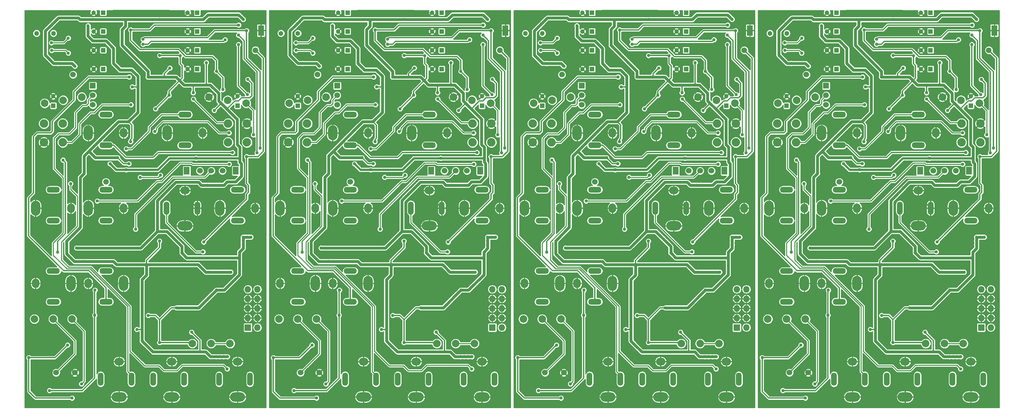
<source format=gtl>
G04 #@! TF.FileFunction,Copper,L1,Top,Signal*
%FSLAX46Y46*%
G04 Gerber Fmt 4.6, Leading zero omitted, Abs format (unit mm)*
G04 Created by KiCad (PCBNEW 4.0.2-stable) date 2018-03-19 11:23:05 AM*
%MOMM*%
G01*
G04 APERTURE LIST*
%ADD10C,0.100000*%
%ADD11R,1.600000X2.800000*%
%ADD12C,1.500000*%
%ADD13R,1.524000X1.524000*%
%ADD14C,1.524000*%
%ADD15C,1.300000*%
%ADD16R,1.727200X1.727200*%
%ADD17O,1.727200X1.727200*%
%ADD18R,1.200000X1.200000*%
%ADD19C,1.200000*%
%ADD20C,1.998980*%
%ADD21O,4.000000X2.500000*%
%ADD22O,2.500000X2.000000*%
%ADD23O,1.500000X3.500000*%
%ADD24O,2.500000X4.000000*%
%ADD25O,2.000000X2.500000*%
%ADD26O,3.500000X1.500000*%
%ADD27R,1.500000X2.000000*%
%ADD28C,2.250000*%
%ADD29C,0.850000*%
%ADD30C,0.250000*%
%ADD31C,0.350000*%
%ADD32C,0.800000*%
%ADD33C,0.600000*%
%ADD34C,0.254000*%
G04 APERTURE END LIST*
D10*
D11*
X311750000Y-86250000D03*
D12*
X310250000Y-91500000D03*
D13*
X267000000Y-100960000D03*
D14*
X267000000Y-103500000D03*
X267000000Y-106040000D03*
D12*
X261750000Y-98000000D03*
D15*
X256550000Y-87000000D03*
X252050000Y-87000000D03*
D12*
X245250000Y-91500000D03*
D11*
X246750000Y-86250000D03*
D12*
X205500000Y-126500000D03*
D13*
X202000000Y-100960000D03*
D14*
X202000000Y-103500000D03*
X202000000Y-106040000D03*
D12*
X196750000Y-98000000D03*
D15*
X191550000Y-87000000D03*
X187050000Y-87000000D03*
D12*
X270500000Y-126500000D03*
D16*
X308250000Y-165250000D03*
D17*
X310790000Y-165250000D03*
X308250000Y-162710000D03*
X310790000Y-162710000D03*
X308250000Y-160170000D03*
X310790000Y-160170000D03*
X308250000Y-157630000D03*
X310790000Y-157630000D03*
X308250000Y-155090000D03*
X310790000Y-155090000D03*
D16*
X243250000Y-165250000D03*
D17*
X245790000Y-165250000D03*
X243250000Y-162710000D03*
X245790000Y-162710000D03*
X243250000Y-160170000D03*
X245790000Y-160170000D03*
X243250000Y-157630000D03*
X245790000Y-157630000D03*
X243250000Y-155090000D03*
X245790000Y-155090000D03*
D14*
X192250000Y-177250000D03*
X197250000Y-177250000D03*
X257250000Y-177250000D03*
X262250000Y-177250000D03*
D18*
X229770000Y-96500000D03*
D19*
X227230000Y-96500000D03*
D18*
X229770000Y-91500000D03*
D19*
X227230000Y-91500000D03*
D18*
X229770000Y-81500000D03*
D19*
X227230000Y-81500000D03*
D20*
X237859238Y-104780570D03*
X242790666Y-105605808D03*
X232927810Y-103955332D03*
D18*
X229770000Y-86500000D03*
D19*
X227230000Y-86500000D03*
D18*
X204770000Y-86500000D03*
D19*
X202230000Y-86500000D03*
D18*
X204770000Y-91500000D03*
D19*
X202230000Y-91500000D03*
D18*
X204770000Y-81500000D03*
D19*
X202230000Y-81500000D03*
D20*
X194140762Y-104780570D03*
X199072190Y-103955332D03*
X189209334Y-105605808D03*
D18*
X191500000Y-106270000D03*
D19*
X191500000Y-103730000D03*
D18*
X204770000Y-96500000D03*
D19*
X202230000Y-96500000D03*
D18*
X256500000Y-106270000D03*
D19*
X256500000Y-103730000D03*
D18*
X269770000Y-96500000D03*
D19*
X267230000Y-96500000D03*
D18*
X269770000Y-91500000D03*
D19*
X267230000Y-91500000D03*
D20*
X259140762Y-104780570D03*
X264072190Y-103955332D03*
X254209334Y-105605808D03*
D18*
X269770000Y-81500000D03*
D19*
X267230000Y-81500000D03*
D18*
X269770000Y-86500000D03*
D19*
X267230000Y-86500000D03*
D18*
X240500000Y-106270000D03*
D19*
X240500000Y-103730000D03*
D20*
X302859238Y-104780570D03*
X307790666Y-105605808D03*
X297927810Y-103955332D03*
D18*
X294770000Y-81500000D03*
D19*
X292230000Y-81500000D03*
D18*
X294770000Y-96500000D03*
D19*
X292230000Y-96500000D03*
D18*
X305500000Y-106270000D03*
D19*
X305500000Y-103730000D03*
D18*
X294770000Y-91500000D03*
D19*
X292230000Y-91500000D03*
D18*
X294770000Y-86500000D03*
D19*
X292230000Y-86500000D03*
D20*
X298500000Y-169500000D03*
X303500000Y-169500000D03*
X293500000Y-169500000D03*
D21*
X274000000Y-183700000D03*
D22*
X274000000Y-174300000D03*
D23*
X269100000Y-179000000D03*
X277300000Y-179000000D03*
D21*
X288000000Y-183700000D03*
D22*
X288000000Y-174300000D03*
D23*
X283100000Y-179000000D03*
X291300000Y-179000000D03*
D21*
X305500000Y-183700000D03*
D22*
X305500000Y-174300000D03*
D23*
X300600000Y-179000000D03*
X308800000Y-179000000D03*
D24*
X275200000Y-153500000D03*
D25*
X265800000Y-153500000D03*
D26*
X270500000Y-158400000D03*
X270500000Y-150200000D03*
D20*
X256500000Y-163000000D03*
X251500000Y-163000000D03*
X261500000Y-163000000D03*
D21*
X223000000Y-183700000D03*
D22*
X223000000Y-174300000D03*
D23*
X218100000Y-179000000D03*
X226300000Y-179000000D03*
D21*
X240500000Y-183700000D03*
D22*
X240500000Y-174300000D03*
D23*
X235600000Y-179000000D03*
X243800000Y-179000000D03*
D20*
X233500000Y-169500000D03*
X238500000Y-169500000D03*
X228500000Y-169500000D03*
D24*
X261200000Y-153500000D03*
D25*
X251800000Y-153500000D03*
D26*
X256500000Y-158400000D03*
X256500000Y-150200000D03*
D21*
X209000000Y-183700000D03*
D22*
X209000000Y-174300000D03*
D23*
X204100000Y-179000000D03*
X212300000Y-179000000D03*
D24*
X196200000Y-153500000D03*
D25*
X186800000Y-153500000D03*
D26*
X191500000Y-158400000D03*
X191500000Y-150200000D03*
D24*
X210200000Y-153500000D03*
D25*
X200800000Y-153500000D03*
D26*
X205500000Y-158400000D03*
X205500000Y-150200000D03*
D20*
X191500000Y-163000000D03*
X186500000Y-163000000D03*
X196500000Y-163000000D03*
D24*
X265800000Y-133500000D03*
D25*
X275200000Y-133500000D03*
D26*
X270500000Y-128600000D03*
X270500000Y-136800000D03*
D24*
X265800000Y-113500000D03*
D25*
X275200000Y-113500000D03*
D26*
X270500000Y-108600000D03*
X270500000Y-116800000D03*
D14*
X301500000Y-123550000D03*
X298500000Y-123550000D03*
X295500000Y-123550000D03*
D27*
X305000000Y-123550000D03*
X292000000Y-123550000D03*
D24*
X286800000Y-113500000D03*
D25*
X296200000Y-113500000D03*
D26*
X291500000Y-108600000D03*
X291500000Y-116800000D03*
D24*
X300800000Y-133500000D03*
D25*
X310200000Y-133500000D03*
D26*
X305500000Y-128600000D03*
X305500000Y-136800000D03*
D21*
X291500000Y-138200000D03*
D22*
X291500000Y-128800000D03*
D23*
X286600000Y-133500000D03*
X294800000Y-133500000D03*
D28*
X308000000Y-116000000D03*
X303000000Y-116000000D03*
X303000000Y-111000000D03*
X308000000Y-111000000D03*
X254000000Y-111000000D03*
X259000000Y-111000000D03*
X259000000Y-116000000D03*
X254000000Y-116000000D03*
D24*
X251800000Y-133500000D03*
D25*
X261200000Y-133500000D03*
D26*
X256500000Y-128600000D03*
X256500000Y-136800000D03*
D24*
X221800000Y-113500000D03*
D25*
X231200000Y-113500000D03*
D26*
X226500000Y-108600000D03*
X226500000Y-116800000D03*
D28*
X243000000Y-116000000D03*
X238000000Y-116000000D03*
X238000000Y-111000000D03*
X243000000Y-111000000D03*
D14*
X236500000Y-123550000D03*
X233500000Y-123550000D03*
X230500000Y-123550000D03*
D27*
X240000000Y-123550000D03*
X227000000Y-123550000D03*
D21*
X226500000Y-138200000D03*
D22*
X226500000Y-128800000D03*
D23*
X221600000Y-133500000D03*
X229800000Y-133500000D03*
D24*
X235800000Y-133500000D03*
D25*
X245200000Y-133500000D03*
D26*
X240500000Y-128600000D03*
X240500000Y-136800000D03*
D24*
X200800000Y-133500000D03*
D25*
X210200000Y-133500000D03*
D26*
X205500000Y-128600000D03*
X205500000Y-136800000D03*
D24*
X200800000Y-113500000D03*
D25*
X210200000Y-113500000D03*
D26*
X205500000Y-108600000D03*
X205500000Y-116800000D03*
D28*
X189000000Y-111000000D03*
X194000000Y-111000000D03*
X194000000Y-116000000D03*
X189000000Y-116000000D03*
D24*
X186800000Y-133500000D03*
D25*
X196200000Y-133500000D03*
D26*
X191500000Y-128600000D03*
X191500000Y-136800000D03*
D13*
X137000000Y-100960000D03*
D14*
X137000000Y-103500000D03*
X137000000Y-106040000D03*
D12*
X131750000Y-98000000D03*
D15*
X126550000Y-87000000D03*
X122050000Y-87000000D03*
D14*
X127250000Y-177250000D03*
X132250000Y-177250000D03*
D12*
X140500000Y-126500000D03*
D16*
X178250000Y-165250000D03*
D17*
X180790000Y-165250000D03*
X178250000Y-162710000D03*
X180790000Y-162710000D03*
X178250000Y-160170000D03*
X180790000Y-160170000D03*
X178250000Y-157630000D03*
X180790000Y-157630000D03*
X178250000Y-155090000D03*
X180790000Y-155090000D03*
D11*
X181750000Y-86250000D03*
D12*
X180250000Y-91500000D03*
D20*
X129140762Y-104780570D03*
X134072190Y-103955332D03*
X124209334Y-105605808D03*
D18*
X139770000Y-81500000D03*
D19*
X137230000Y-81500000D03*
D18*
X126500000Y-106270000D03*
D19*
X126500000Y-103730000D03*
D24*
X135800000Y-113500000D03*
D25*
X145200000Y-113500000D03*
D26*
X140500000Y-108600000D03*
X140500000Y-116800000D03*
D18*
X139770000Y-96500000D03*
D19*
X137230000Y-96500000D03*
D18*
X139770000Y-91500000D03*
D19*
X137230000Y-91500000D03*
D18*
X139770000Y-86500000D03*
D19*
X137230000Y-86500000D03*
D20*
X126500000Y-163000000D03*
X121500000Y-163000000D03*
X131500000Y-163000000D03*
D24*
X131200000Y-153500000D03*
D25*
X121800000Y-153500000D03*
D26*
X126500000Y-158400000D03*
X126500000Y-150200000D03*
D20*
X168500000Y-169500000D03*
X173500000Y-169500000D03*
X163500000Y-169500000D03*
D21*
X175500000Y-183700000D03*
D22*
X175500000Y-174300000D03*
D23*
X170600000Y-179000000D03*
X178800000Y-179000000D03*
D21*
X158000000Y-183700000D03*
D22*
X158000000Y-174300000D03*
D23*
X153100000Y-179000000D03*
X161300000Y-179000000D03*
D21*
X144000000Y-183700000D03*
D22*
X144000000Y-174300000D03*
D23*
X139100000Y-179000000D03*
X147300000Y-179000000D03*
D24*
X145200000Y-153500000D03*
D25*
X135800000Y-153500000D03*
D26*
X140500000Y-158400000D03*
X140500000Y-150200000D03*
D14*
X171500000Y-123550000D03*
X168500000Y-123550000D03*
X165500000Y-123550000D03*
D27*
X175000000Y-123550000D03*
X162000000Y-123550000D03*
D24*
X121800000Y-133500000D03*
D25*
X131200000Y-133500000D03*
D26*
X126500000Y-128600000D03*
X126500000Y-136800000D03*
D24*
X135800000Y-133500000D03*
D25*
X145200000Y-133500000D03*
D26*
X140500000Y-128600000D03*
X140500000Y-136800000D03*
D24*
X170800000Y-133500000D03*
D25*
X180200000Y-133500000D03*
D26*
X175500000Y-128600000D03*
X175500000Y-136800000D03*
D28*
X178000000Y-116000000D03*
X173000000Y-116000000D03*
X173000000Y-111000000D03*
X178000000Y-111000000D03*
X124000000Y-111000000D03*
X129000000Y-111000000D03*
X129000000Y-116000000D03*
X124000000Y-116000000D03*
D24*
X156800000Y-113500000D03*
D25*
X166200000Y-113500000D03*
D26*
X161500000Y-108600000D03*
X161500000Y-116800000D03*
D21*
X161500000Y-138200000D03*
D22*
X161500000Y-128800000D03*
D23*
X156600000Y-133500000D03*
X164800000Y-133500000D03*
D18*
X164770000Y-96500000D03*
D19*
X162230000Y-96500000D03*
D18*
X175500000Y-106270000D03*
D19*
X175500000Y-103730000D03*
D18*
X164770000Y-86500000D03*
D19*
X162230000Y-86500000D03*
D18*
X164770000Y-81500000D03*
D19*
X162230000Y-81500000D03*
D20*
X172859238Y-104780570D03*
X177790666Y-105605808D03*
X167927810Y-103955332D03*
D18*
X164770000Y-91500000D03*
D19*
X162230000Y-91500000D03*
D20*
X107859238Y-104780570D03*
X112790666Y-105605808D03*
X102927810Y-103955332D03*
D21*
X96500000Y-138200000D03*
D22*
X96500000Y-128800000D03*
D23*
X91600000Y-133500000D03*
X99800000Y-133500000D03*
D24*
X80200000Y-153500000D03*
D25*
X70800000Y-153500000D03*
D26*
X75500000Y-158400000D03*
X75500000Y-150200000D03*
D18*
X61500000Y-106270000D03*
D19*
X61500000Y-103730000D03*
D18*
X110500000Y-106270000D03*
D19*
X110500000Y-103730000D03*
D18*
X74770000Y-81500000D03*
D19*
X72230000Y-81500000D03*
D18*
X74770000Y-86500000D03*
D19*
X72230000Y-86500000D03*
D18*
X74770000Y-91500000D03*
D19*
X72230000Y-91500000D03*
D18*
X74770000Y-96500000D03*
D19*
X72230000Y-96500000D03*
D18*
X99770000Y-81500000D03*
D19*
X97230000Y-81500000D03*
D18*
X99770000Y-86500000D03*
D19*
X97230000Y-86500000D03*
D18*
X99770000Y-91500000D03*
D19*
X97230000Y-91500000D03*
D18*
X99770000Y-96500000D03*
D19*
X97230000Y-96500000D03*
D24*
X91800000Y-113500000D03*
D25*
X101200000Y-113500000D03*
D26*
X96500000Y-108600000D03*
X96500000Y-116800000D03*
D24*
X66200000Y-153500000D03*
D25*
X56800000Y-153500000D03*
D26*
X61500000Y-158400000D03*
X61500000Y-150200000D03*
D24*
X105800000Y-133500000D03*
D25*
X115200000Y-133500000D03*
D26*
X110500000Y-128600000D03*
X110500000Y-136800000D03*
D24*
X70800000Y-133500000D03*
D25*
X80200000Y-133500000D03*
D26*
X75500000Y-128600000D03*
X75500000Y-136800000D03*
D24*
X70800000Y-113500000D03*
D25*
X80200000Y-113500000D03*
D26*
X75500000Y-108600000D03*
X75500000Y-116800000D03*
D24*
X56800000Y-133500000D03*
D25*
X66200000Y-133500000D03*
D26*
X61500000Y-128600000D03*
X61500000Y-136800000D03*
D21*
X79000000Y-183700000D03*
D22*
X79000000Y-174300000D03*
D23*
X74100000Y-179000000D03*
X82300000Y-179000000D03*
D21*
X93000000Y-183700000D03*
D22*
X93000000Y-174300000D03*
D23*
X88100000Y-179000000D03*
X96300000Y-179000000D03*
D21*
X110500000Y-183700000D03*
D22*
X110500000Y-174300000D03*
D23*
X105600000Y-179000000D03*
X113800000Y-179000000D03*
D16*
X113250000Y-165250000D03*
D17*
X115790000Y-165250000D03*
X113250000Y-162710000D03*
X115790000Y-162710000D03*
X113250000Y-160170000D03*
X115790000Y-160170000D03*
X113250000Y-157630000D03*
X115790000Y-157630000D03*
X113250000Y-155090000D03*
X115790000Y-155090000D03*
D28*
X59000000Y-111000000D03*
X64000000Y-111000000D03*
X64000000Y-116000000D03*
X59000000Y-116000000D03*
X113000000Y-116000000D03*
X108000000Y-116000000D03*
X108000000Y-111000000D03*
X113000000Y-111000000D03*
D11*
X116750000Y-86250000D03*
D14*
X62250000Y-177250000D03*
X67250000Y-177250000D03*
D20*
X103500000Y-169500000D03*
X108500000Y-169500000D03*
X98500000Y-169500000D03*
X64140762Y-104780570D03*
X69072190Y-103955332D03*
X59209334Y-105605808D03*
X61500000Y-163000000D03*
X56500000Y-163000000D03*
X66500000Y-163000000D03*
D12*
X115250000Y-91500000D03*
X66750000Y-98000000D03*
X75500000Y-126500000D03*
D13*
X72000000Y-100960000D03*
D14*
X72000000Y-103500000D03*
X72000000Y-106040000D03*
X106500000Y-123550000D03*
X103500000Y-123550000D03*
X100500000Y-123550000D03*
D27*
X110000000Y-123550000D03*
X97000000Y-123550000D03*
D15*
X61550000Y-87000000D03*
X57050000Y-87000000D03*
D29*
X187750000Y-168250000D03*
X205000000Y-163650000D03*
X205000000Y-169900000D03*
X200300000Y-163650000D03*
X197300000Y-161100000D03*
X213250000Y-150250000D03*
X216300000Y-160900000D03*
X217000000Y-172800000D03*
X218900000Y-170400000D03*
X216750000Y-165850000D03*
X194650000Y-146950000D03*
X226600000Y-157500000D03*
X227450900Y-145550900D03*
X229000000Y-150250000D03*
X220900000Y-123500000D03*
X217900000Y-139200000D03*
X198000000Y-123500000D03*
X191500000Y-133500000D03*
X213750000Y-142500000D03*
X209750000Y-141250000D03*
X234900000Y-125100000D03*
X227600000Y-99000000D03*
X226750000Y-106500000D03*
X226500000Y-113450000D03*
X217700000Y-116800000D03*
X216624998Y-84900000D03*
X222400000Y-86849998D03*
X219400000Y-90400000D03*
X223600000Y-90099994D03*
X219900000Y-97200000D03*
X207250000Y-99750000D03*
X219600000Y-100900000D03*
X207250000Y-104000000D03*
X215500000Y-112000000D03*
X197200000Y-92200000D03*
X187900000Y-89600000D03*
X190000000Y-83300000D03*
X193900000Y-87100000D03*
X203600000Y-121400000D03*
X195750000Y-123500000D03*
X204600000Y-118700000D03*
X186800000Y-98000000D03*
X288600000Y-90099994D03*
X284400000Y-90400000D03*
X287400000Y-86849998D03*
X281624998Y-84900000D03*
X291750000Y-106500000D03*
X292600000Y-99000000D03*
X284600000Y-100900000D03*
X284900000Y-97200000D03*
X304200000Y-107100000D03*
X291500000Y-113450000D03*
X309500000Y-94000000D03*
X298399776Y-98100576D03*
X302500000Y-94250000D03*
X300300000Y-83600000D03*
X280500000Y-112000000D03*
X272250000Y-104000000D03*
X272250000Y-99750000D03*
X291600000Y-157500000D03*
X294000000Y-150250000D03*
X282000000Y-172800000D03*
X283900000Y-170400000D03*
X281750000Y-165850000D03*
X292450900Y-145550900D03*
X312100000Y-151900000D03*
X304450000Y-157600000D03*
X304500000Y-162500000D03*
X308500000Y-142800000D03*
X304500000Y-160150000D03*
X252750000Y-168250000D03*
X281300000Y-160900000D03*
X265300000Y-163650000D03*
X270000000Y-163650000D03*
X262300000Y-161100000D03*
X270000000Y-169900000D03*
X239500000Y-162500000D03*
X247100000Y-151900000D03*
X243500000Y-142800000D03*
X239500000Y-160150000D03*
X239450000Y-157600000D03*
X278250000Y-150250000D03*
X262200000Y-92200000D03*
X258900000Y-87100000D03*
X255000000Y-83300000D03*
X251800000Y-98000000D03*
X252900000Y-89600000D03*
X244500000Y-94000000D03*
X233399776Y-98100576D03*
X237500000Y-94250000D03*
X235300000Y-83600000D03*
X239200000Y-107100000D03*
X309150000Y-126250000D03*
X312550020Y-121300000D03*
X299900000Y-125100000D03*
X285900000Y-123500000D03*
X278750000Y-142500000D03*
X282900000Y-139200000D03*
X282700000Y-116800000D03*
X268600000Y-121400000D03*
X269600000Y-118700000D03*
X244150000Y-126250000D03*
X247550020Y-121300000D03*
X263000000Y-123500000D03*
X260750000Y-123500000D03*
X256500000Y-133500000D03*
X259650000Y-146950000D03*
X274750000Y-141250000D03*
X182550020Y-121300000D03*
X179150000Y-126250000D03*
X169900000Y-125100000D03*
X179500000Y-94000000D03*
X168399776Y-98100576D03*
X172500000Y-94250000D03*
X174200000Y-107100000D03*
X162450900Y-145550900D03*
X174500000Y-160150000D03*
X174450000Y-157600000D03*
X174500000Y-162500000D03*
X178500000Y-142800000D03*
X182100000Y-151900000D03*
X151750000Y-165850000D03*
X153900000Y-170400000D03*
X152000000Y-172800000D03*
X140000000Y-169900000D03*
X164000000Y-150250000D03*
X161600000Y-157500000D03*
X151300000Y-160900000D03*
X170300000Y-83600000D03*
X154400000Y-90400000D03*
X158600000Y-90099994D03*
X157400000Y-86849998D03*
X161500000Y-113450000D03*
X161750000Y-106500000D03*
X154600000Y-100900000D03*
X154900000Y-97200000D03*
X162600000Y-99000000D03*
X142250000Y-104000000D03*
X142250000Y-99750000D03*
X150500000Y-112000000D03*
X128900000Y-87100000D03*
X125000000Y-83300000D03*
X132200000Y-92200000D03*
X139600000Y-118700000D03*
X151624998Y-84900000D03*
X133000000Y-123500000D03*
X138600000Y-121400000D03*
X130750000Y-123500000D03*
X155900000Y-123500000D03*
X152700000Y-116800000D03*
X121800000Y-98000000D03*
X122900000Y-89600000D03*
X122750000Y-168250000D03*
X129650000Y-146950000D03*
X126500000Y-133500000D03*
X148250000Y-150250000D03*
X144750000Y-141250000D03*
X152900000Y-139200000D03*
X148750000Y-142500000D03*
X140000000Y-163650000D03*
X135300000Y-163650000D03*
X132300000Y-161100000D03*
X57900000Y-89600000D03*
X60000000Y-83300000D03*
X92400000Y-86849998D03*
X85500000Y-112000000D03*
X64650000Y-146950000D03*
X74600000Y-118700000D03*
X73600000Y-121400000D03*
X104900000Y-125100000D03*
X90900000Y-123500000D03*
X57750000Y-168250000D03*
X87000000Y-172800000D03*
X88900000Y-170400000D03*
X67300000Y-161100000D03*
X117550020Y-121300000D03*
X86750000Y-165850000D03*
X97450900Y-145550900D03*
X117100000Y-151900000D03*
X113500000Y-142800000D03*
X56800000Y-98000000D03*
X68000000Y-123500000D03*
X87700000Y-116800000D03*
X75000000Y-169900000D03*
X96600000Y-157500000D03*
X87900000Y-139200000D03*
X109200000Y-107100000D03*
X103399776Y-98100576D03*
X89400000Y-90400000D03*
X93600000Y-90099994D03*
X63900000Y-87100000D03*
X96500000Y-113450000D03*
X77250000Y-99750000D03*
X77250000Y-104000000D03*
X109500000Y-162500000D03*
X109500000Y-160150000D03*
X114150000Y-126250000D03*
X70300000Y-163650000D03*
X75000000Y-163650000D03*
X65750000Y-123500000D03*
X114500000Y-94000000D03*
X83750000Y-142500000D03*
X61500000Y-133500000D03*
X97600000Y-99000000D03*
X89600000Y-100900000D03*
X67200000Y-92200000D03*
X86624998Y-84900000D03*
X79750000Y-141250000D03*
X107500000Y-94250000D03*
X105300000Y-83600000D03*
X83250000Y-150250000D03*
X99000000Y-150250000D03*
X109450000Y-157600000D03*
X86300000Y-160900000D03*
X89900000Y-97200000D03*
X96750000Y-106500000D03*
X185000000Y-173250000D03*
X196500000Y-184000000D03*
X195300000Y-169900000D03*
X216750000Y-162050000D03*
X219750000Y-169250000D03*
X197700000Y-144100000D03*
X192700000Y-145199998D03*
X225700000Y-145400000D03*
X224249996Y-160000000D03*
X232500000Y-127399100D03*
X229500000Y-120200000D03*
X222300000Y-103500000D03*
X228700000Y-102800000D03*
X218700000Y-107100000D03*
X210900000Y-123300000D03*
X210700000Y-85100000D03*
X219800000Y-83350900D03*
X225250000Y-93000000D03*
X222500000Y-96250000D03*
X219800000Y-92900000D03*
X216700000Y-98600000D03*
X202100000Y-83350900D03*
X191300000Y-84500000D03*
X206599725Y-121699898D03*
X194100000Y-120700000D03*
X197250000Y-95750000D03*
X192750000Y-95000000D03*
X284800000Y-83350900D03*
X275700000Y-85100000D03*
X284800000Y-92900000D03*
X287500000Y-96250000D03*
X287300000Y-103500000D03*
X293700000Y-102800000D03*
X290250000Y-93000000D03*
X281700000Y-98600000D03*
X299300001Y-107499999D03*
X305400000Y-109900000D03*
X308250000Y-99250000D03*
X297200000Y-94800000D03*
X296400000Y-83350900D03*
X307000010Y-83300000D03*
X283700000Y-107100000D03*
X299900000Y-155290000D03*
X289249996Y-160000000D03*
X284750000Y-169250000D03*
X281750000Y-162050000D03*
X290700000Y-145400000D03*
X307000000Y-143200000D03*
X260300000Y-169900000D03*
X261500000Y-184000000D03*
X250000000Y-173250000D03*
X242000000Y-143200000D03*
X234900000Y-155290000D03*
X262250000Y-95750000D03*
X256300000Y-84500000D03*
X267100000Y-83350900D03*
X257750000Y-95000000D03*
X243250000Y-99250000D03*
X232200000Y-94800000D03*
X231400000Y-83350900D03*
X242000010Y-83300000D03*
X234300001Y-107499999D03*
X240400000Y-109900000D03*
X309050000Y-141200000D03*
X308050000Y-141200000D03*
X307000000Y-141200000D03*
X307000000Y-142200000D03*
X297500000Y-127399100D03*
X294500000Y-120200000D03*
X275900000Y-123300000D03*
X271599725Y-121699898D03*
X244050000Y-141200000D03*
X243050000Y-141200000D03*
X242000000Y-142200000D03*
X242000000Y-141200000D03*
X259100000Y-120700000D03*
X262700000Y-144100000D03*
X257700000Y-145199998D03*
X167500000Y-127399100D03*
X164500000Y-120200000D03*
X178250000Y-99250000D03*
X167200000Y-94800000D03*
X169300001Y-107499999D03*
X175400000Y-109900000D03*
X169900000Y-155290000D03*
X177000000Y-141200000D03*
X179050000Y-141200000D03*
X178050000Y-141200000D03*
X177000000Y-143200000D03*
X177000000Y-142200000D03*
X154750000Y-169250000D03*
X151750000Y-162050000D03*
X160700000Y-145400000D03*
X159249996Y-160000000D03*
X166400000Y-83350900D03*
X177000010Y-83300000D03*
X163700000Y-102800000D03*
X157300000Y-103500000D03*
X153700000Y-107100000D03*
X157500000Y-96250000D03*
X154800000Y-92900000D03*
X160250000Y-93000000D03*
X151700000Y-98600000D03*
X126300000Y-84500000D03*
X145900000Y-123300000D03*
X141599725Y-121699898D03*
X154800000Y-83350900D03*
X137100000Y-83350900D03*
X145700000Y-85100000D03*
X129100000Y-120700000D03*
X127750000Y-95000000D03*
X132250000Y-95750000D03*
X131500000Y-184000000D03*
X120000000Y-173250000D03*
X130300000Y-169900000D03*
X132700000Y-144100000D03*
X127700000Y-145199998D03*
X112000000Y-143200000D03*
X65300000Y-169900000D03*
X55000000Y-173250000D03*
X113050000Y-141200000D03*
X62700000Y-145199998D03*
X64100000Y-120700000D03*
X66500000Y-184000000D03*
X80900000Y-123300000D03*
X80700000Y-85100000D03*
X76599725Y-121699898D03*
X113250000Y-99250000D03*
X110400000Y-109900000D03*
X67700000Y-144100000D03*
X86750000Y-162050000D03*
X95700000Y-145400000D03*
X112000000Y-142200000D03*
X99500000Y-120200000D03*
X88700000Y-107100000D03*
X104300001Y-107499999D03*
X112000010Y-83300000D03*
X72100000Y-83350900D03*
X102500000Y-127399100D03*
X102200000Y-94800000D03*
X104900000Y-155290000D03*
X114050000Y-141200000D03*
X112000000Y-141200000D03*
X89800000Y-92900000D03*
X101400000Y-83350900D03*
X89800000Y-83350900D03*
X92300000Y-103500000D03*
X86700000Y-98600000D03*
X98700000Y-102800000D03*
X95250000Y-93000000D03*
X92500000Y-96250000D03*
X89750000Y-169250000D03*
X94249996Y-160000000D03*
X61300000Y-84500000D03*
X67250000Y-95750000D03*
X62750000Y-95000000D03*
X190500000Y-182000000D03*
X202500010Y-162000000D03*
X202600000Y-155300000D03*
X213750000Y-165750000D03*
X199600000Y-147700000D03*
X219750000Y-142250000D03*
X228299998Y-166500000D03*
X199700000Y-124300000D03*
X216300000Y-148500000D03*
X212058904Y-115808904D03*
X208600000Y-120100000D03*
X211600000Y-121700000D03*
X212100000Y-86099996D03*
X212500000Y-101250000D03*
X209250000Y-96750000D03*
X200750000Y-85000000D03*
X277100000Y-86099996D03*
X277500000Y-101250000D03*
X301578062Y-101959205D03*
X299892881Y-97109980D03*
X305800000Y-84800000D03*
X274250000Y-96750000D03*
X297900000Y-150500000D03*
X300750000Y-173000014D03*
X301800000Y-173000014D03*
X302800000Y-173000014D03*
X299800018Y-173000000D03*
X293299998Y-166500000D03*
X303700000Y-150500000D03*
X255500000Y-182000000D03*
X278750000Y-165750000D03*
X267500010Y-162000000D03*
X237800000Y-173000014D03*
X236800000Y-173000014D03*
X232900000Y-150500000D03*
X238700000Y-150500000D03*
X235750000Y-173000014D03*
X234800018Y-173000000D03*
X264600000Y-147700000D03*
X281300000Y-148500000D03*
X267600000Y-155300000D03*
X265750000Y-85000000D03*
X234892881Y-97109980D03*
X240800000Y-84800000D03*
X236578062Y-101959205D03*
X284750000Y-142250000D03*
X277058904Y-115808904D03*
X276600000Y-121700000D03*
X273600000Y-120100000D03*
X264700000Y-124300000D03*
X169892881Y-97109980D03*
X171578062Y-101959205D03*
X167900000Y-150500000D03*
X173700000Y-150500000D03*
X163299998Y-166500000D03*
X169800018Y-173000000D03*
X171800000Y-173000014D03*
X172800000Y-173000014D03*
X170750000Y-173000014D03*
X148750000Y-165750000D03*
X154750000Y-142250000D03*
X175800000Y-84800000D03*
X144250000Y-96750000D03*
X147500000Y-101250000D03*
X143600000Y-120100000D03*
X135750000Y-85000000D03*
X147100000Y-86099996D03*
X134700000Y-124300000D03*
X146600000Y-121700000D03*
X147058904Y-115808904D03*
X125500000Y-182000000D03*
X134600000Y-147700000D03*
X151300000Y-148500000D03*
X137500010Y-162000000D03*
X137600000Y-155300000D03*
X60500000Y-182000000D03*
X72600000Y-155300000D03*
X72500010Y-162000000D03*
X106578062Y-101959205D03*
X82100000Y-86099996D03*
X104892881Y-97109980D03*
X110800000Y-84800000D03*
X81600000Y-121700000D03*
X69700000Y-124300000D03*
X82500000Y-101250000D03*
X82058904Y-115808904D03*
X78600000Y-120100000D03*
X79250000Y-96750000D03*
X70750000Y-85000000D03*
X107800000Y-173000014D03*
X106800000Y-173000014D03*
X104800018Y-173000000D03*
X105750000Y-173000014D03*
X69600000Y-147700000D03*
X108700000Y-150500000D03*
X98299998Y-166500000D03*
X102900000Y-150500000D03*
X86300000Y-148500000D03*
X83750000Y-165750000D03*
X89750000Y-142250000D03*
X231300000Y-145100004D03*
X296300000Y-145100004D03*
X166300000Y-145100004D03*
X101300000Y-145100004D03*
X211700000Y-98600000D03*
X276700000Y-98600000D03*
X146700000Y-98600000D03*
X81700000Y-98600000D03*
X196100000Y-127000000D03*
X302750000Y-176250000D03*
X237750000Y-176250000D03*
X261100000Y-127000000D03*
X172750000Y-176250000D03*
X131100000Y-127000000D03*
X66100000Y-127000000D03*
X107750000Y-176250000D03*
X218500000Y-113100000D03*
X303250000Y-113500000D03*
X283500000Y-113100000D03*
X238250000Y-113500000D03*
X173250000Y-113500000D03*
X153500000Y-113100000D03*
X88500000Y-113100000D03*
X108250000Y-113500000D03*
X308125040Y-103331297D03*
X305750000Y-90000000D03*
X240750000Y-90000000D03*
X243125040Y-103331297D03*
X178125040Y-103331297D03*
X175750000Y-90000000D03*
X113125040Y-103331297D03*
X110750000Y-90000000D03*
X191080068Y-91551170D03*
X195500000Y-92249980D03*
X260500000Y-92249980D03*
X256080068Y-91551170D03*
X130500000Y-92249980D03*
X126080068Y-91551170D03*
X65500000Y-92249980D03*
X61080068Y-91551170D03*
X195500000Y-88300000D03*
X191000000Y-89499980D03*
X260500000Y-88300000D03*
X256000000Y-89499980D03*
X130500000Y-88300000D03*
X126000000Y-89499980D03*
X61000000Y-89499980D03*
X65500000Y-88300000D03*
X210900000Y-117700000D03*
X275900000Y-117700000D03*
X145900000Y-117700000D03*
X80900000Y-117700000D03*
X214600000Y-125300000D03*
X220000000Y-124750000D03*
X285000000Y-124750000D03*
X279600000Y-125300000D03*
X155000000Y-124750000D03*
X149600000Y-125300000D03*
X84600000Y-125300000D03*
X90000000Y-124750000D03*
X213400004Y-139100000D03*
X278400004Y-139100000D03*
X148400004Y-139100000D03*
X83400004Y-139100000D03*
X231500000Y-142500000D03*
X239150000Y-118700000D03*
X296500000Y-142500000D03*
X307900000Y-119800000D03*
X304150000Y-118700000D03*
X242900000Y-119800000D03*
X177900000Y-119800000D03*
X174150000Y-118700000D03*
X166500000Y-142500000D03*
X109150000Y-118700000D03*
X112900000Y-119800000D03*
X101500000Y-142500000D03*
X305750000Y-87500000D03*
X240750000Y-87500000D03*
X310700000Y-118800000D03*
X245700000Y-118800000D03*
X180700000Y-118800000D03*
X175750000Y-87500000D03*
X115700000Y-118800000D03*
X110750000Y-87500000D03*
X215400000Y-88600000D03*
X280400000Y-88600000D03*
X307900000Y-86300000D03*
X242900000Y-86300000D03*
X311500020Y-117500000D03*
X246500020Y-117500000D03*
X181500020Y-117500000D03*
X177900000Y-86300000D03*
X150400000Y-88600000D03*
X116500020Y-117500000D03*
X112900000Y-86300000D03*
X85400000Y-88600000D03*
X215400000Y-89900000D03*
X280400000Y-89900000D03*
X302200000Y-88700000D03*
X237200000Y-88700000D03*
X172200000Y-88700000D03*
X150400000Y-89900000D03*
X107200000Y-88700000D03*
X85400000Y-89900000D03*
X199000000Y-180250000D03*
X264000000Y-180250000D03*
X134000000Y-180250000D03*
X69000000Y-180250000D03*
X212174980Y-106000000D03*
X277174980Y-106000000D03*
X147174980Y-106000000D03*
X82174980Y-106000000D03*
X228750000Y-104500000D03*
X293750000Y-104500000D03*
X163750000Y-104500000D03*
X98750000Y-104500000D03*
X203200000Y-131600000D03*
X238300000Y-121800000D03*
X309700000Y-114000000D03*
X244700000Y-114000000D03*
X303300000Y-121800000D03*
X268200000Y-131600000D03*
X173300000Y-121800000D03*
X179700000Y-114000000D03*
X138200000Y-131600000D03*
X108300000Y-121800000D03*
X114700000Y-114000000D03*
X73200000Y-131600000D03*
D30*
X227230000Y-81500000D02*
X222800000Y-81500000D01*
X222800000Y-81500000D02*
X222200000Y-80900000D01*
X245900000Y-135700000D02*
X245900000Y-142400000D01*
X245900000Y-142400000D02*
X245500000Y-142800000D01*
X245500000Y-142800000D02*
X243500000Y-142800000D01*
D31*
X245200000Y-133500000D02*
X245200000Y-123650020D01*
D30*
X245200000Y-135000000D02*
X245900000Y-135700000D01*
X245200000Y-133500000D02*
X245200000Y-135000000D01*
D31*
X245200000Y-123650020D02*
X247550020Y-121300000D01*
D30*
X226500000Y-130200000D02*
X229300000Y-133000000D01*
X226500000Y-128600000D02*
X226500000Y-130200000D01*
X243250000Y-157630000D02*
X239480000Y-157630000D01*
X214200000Y-170000000D02*
X213600000Y-170000000D01*
X217000000Y-172800000D02*
X214200000Y-170000000D01*
X205000000Y-163650000D02*
X205000000Y-169900000D01*
X196200000Y-153500000D02*
X196200000Y-160000000D01*
X196200000Y-160000000D02*
X196875001Y-160675001D01*
X196875001Y-160675001D02*
X197300000Y-161100000D01*
X207250000Y-104000000D02*
X207250000Y-99750000D01*
X207400000Y-80900000D02*
X205874999Y-82425001D01*
X205674999Y-82425001D02*
X205600000Y-82500000D01*
X205600000Y-82500000D02*
X203230000Y-82500000D01*
X205874999Y-82425001D02*
X205674999Y-82425001D01*
X203230000Y-82500000D02*
X202230000Y-81500000D01*
X224101040Y-90100000D02*
X223600006Y-90100000D01*
X223600006Y-90100000D02*
X223600000Y-90099994D01*
X222200000Y-80900000D02*
X207400000Y-80900000D01*
X225830000Y-90100000D02*
X224101040Y-90100000D01*
X227230000Y-91500000D02*
X225830000Y-90100000D01*
X225400000Y-90100000D02*
X224101040Y-90100000D01*
X292230000Y-81500000D02*
X287800000Y-81500000D01*
X289101040Y-90100000D02*
X288600006Y-90100000D01*
X288600006Y-90100000D02*
X288600000Y-90099994D01*
X292230000Y-91500000D02*
X290830000Y-90100000D01*
X290400000Y-90100000D02*
X289101040Y-90100000D01*
X290830000Y-90100000D02*
X289101040Y-90100000D01*
X272250000Y-104000000D02*
X272250000Y-99750000D01*
X270600000Y-82500000D02*
X268230000Y-82500000D01*
X272400000Y-80900000D02*
X270874999Y-82425001D01*
X270674999Y-82425001D02*
X270600000Y-82500000D01*
X268230000Y-82500000D02*
X267230000Y-81500000D01*
X270874999Y-82425001D02*
X270674999Y-82425001D01*
X287200000Y-80900000D02*
X272400000Y-80900000D01*
X287800000Y-81500000D02*
X287200000Y-80900000D01*
X310500000Y-142800000D02*
X308500000Y-142800000D01*
D31*
X310200000Y-123650020D02*
X312550020Y-121300000D01*
D30*
X310900000Y-142400000D02*
X310500000Y-142800000D01*
X261200000Y-153500000D02*
X261200000Y-160000000D01*
X261200000Y-160000000D02*
X261875001Y-160675001D01*
X261875001Y-160675001D02*
X262300000Y-161100000D01*
X308250000Y-157630000D02*
X304480000Y-157630000D01*
X304500000Y-160150000D02*
X304450000Y-162450000D01*
X304450000Y-162450000D02*
X304500000Y-162500000D01*
X304480000Y-157630000D02*
X304450000Y-157600000D01*
X239500000Y-160150000D02*
X239450000Y-162450000D01*
X239450000Y-162450000D02*
X239500000Y-162500000D01*
X239480000Y-157630000D02*
X239450000Y-157600000D01*
X282000000Y-172800000D02*
X279200000Y-170000000D01*
X270000000Y-163650000D02*
X270000000Y-169900000D01*
X279200000Y-170000000D02*
X278600000Y-170000000D01*
X291500000Y-130200000D02*
X294300000Y-133000000D01*
X291500000Y-128600000D02*
X291500000Y-130200000D01*
D31*
X310200000Y-133500000D02*
X310200000Y-123650020D01*
D30*
X310900000Y-135700000D02*
X310900000Y-142400000D01*
X310200000Y-135000000D02*
X310900000Y-135700000D01*
X310200000Y-133500000D02*
X310200000Y-135000000D01*
X161500000Y-128600000D02*
X161500000Y-130200000D01*
X161500000Y-130200000D02*
X164300000Y-133000000D01*
X142250000Y-104000000D02*
X142250000Y-99750000D01*
X180200000Y-133500000D02*
X180200000Y-135000000D01*
X140874999Y-82425001D02*
X140674999Y-82425001D01*
X140674999Y-82425001D02*
X140600000Y-82500000D01*
X142400000Y-80900000D02*
X140874999Y-82425001D01*
X140600000Y-82500000D02*
X138230000Y-82500000D01*
X138230000Y-82500000D02*
X137230000Y-81500000D01*
X160400000Y-90100000D02*
X159101040Y-90100000D01*
X162230000Y-91500000D02*
X160830000Y-90100000D01*
X160830000Y-90100000D02*
X159101040Y-90100000D01*
X159101040Y-90100000D02*
X158600006Y-90100000D01*
X162230000Y-81500000D02*
X157800000Y-81500000D01*
X157800000Y-81500000D02*
X157200000Y-80900000D01*
X157200000Y-80900000D02*
X142400000Y-80900000D01*
X158600006Y-90100000D02*
X158600000Y-90099994D01*
D31*
X180200000Y-133500000D02*
X180200000Y-123650020D01*
X180200000Y-123650020D02*
X182550020Y-121300000D01*
D30*
X180500000Y-142800000D02*
X178500000Y-142800000D01*
X180900000Y-135700000D02*
X180900000Y-142400000D01*
X180200000Y-135000000D02*
X180900000Y-135700000D01*
X180900000Y-142400000D02*
X180500000Y-142800000D01*
X178250000Y-157630000D02*
X174480000Y-157630000D01*
X174450000Y-162450000D02*
X174500000Y-162500000D01*
X174500000Y-160150000D02*
X174450000Y-162450000D01*
X174480000Y-157630000D02*
X174450000Y-157600000D01*
X152000000Y-172800000D02*
X149200000Y-170000000D01*
X149200000Y-170000000D02*
X148600000Y-170000000D01*
X140000000Y-163650000D02*
X140000000Y-169900000D01*
X131200000Y-153500000D02*
X131200000Y-160000000D01*
X131200000Y-160000000D02*
X131875001Y-160675001D01*
X131875001Y-160675001D02*
X132300000Y-161100000D01*
X87000000Y-172800000D02*
X84200000Y-170000000D01*
X84200000Y-170000000D02*
X83600000Y-170000000D01*
X66875001Y-160675001D02*
X67300000Y-161100000D01*
X66200000Y-160000000D02*
X66875001Y-160675001D01*
X66200000Y-153500000D02*
X66200000Y-160000000D01*
D31*
X115200000Y-133500000D02*
X115200000Y-123650020D01*
X115200000Y-123650020D02*
X117550020Y-121300000D01*
D30*
X115900000Y-142400000D02*
X115500000Y-142800000D01*
X115500000Y-142800000D02*
X113500000Y-142800000D01*
X115900000Y-135700000D02*
X115900000Y-142400000D01*
X115200000Y-133500000D02*
X115200000Y-135000000D01*
X115200000Y-135000000D02*
X115900000Y-135700000D01*
X75000000Y-163650000D02*
X75000000Y-169900000D01*
X93600006Y-90100000D02*
X93600000Y-90099994D01*
X94101040Y-90100000D02*
X93600006Y-90100000D01*
X95400000Y-90100000D02*
X94101040Y-90100000D01*
X97230000Y-91500000D02*
X95830000Y-90100000D01*
X95830000Y-90100000D02*
X94101040Y-90100000D01*
X77250000Y-104000000D02*
X77250000Y-99750000D01*
X109500000Y-160150000D02*
X109450000Y-162450000D01*
X109450000Y-162450000D02*
X109500000Y-162500000D01*
X75674999Y-82425001D02*
X75600000Y-82500000D01*
X75874999Y-82425001D02*
X75674999Y-82425001D01*
X77400000Y-80900000D02*
X75874999Y-82425001D01*
X92800000Y-81500000D02*
X92200000Y-80900000D01*
X75600000Y-82500000D02*
X73230000Y-82500000D01*
X92200000Y-80900000D02*
X77400000Y-80900000D01*
X73230000Y-82500000D02*
X72230000Y-81500000D01*
X97230000Y-81500000D02*
X92800000Y-81500000D01*
X96500000Y-130200000D02*
X99300000Y-133000000D01*
X96500000Y-128600000D02*
X96500000Y-130200000D01*
X113250000Y-157630000D02*
X109480000Y-157630000D01*
X109480000Y-157630000D02*
X109450000Y-157600000D01*
D32*
X235500000Y-105000000D02*
X236100000Y-105600000D01*
D31*
X234725000Y-107075000D02*
X234300001Y-107499999D01*
X236100000Y-105600000D02*
X236100000Y-105700000D01*
X236100000Y-105700000D02*
X234725000Y-107075000D01*
D32*
X236100000Y-105600000D02*
X237900000Y-107400000D01*
X233250000Y-100750000D02*
X235500000Y-103000000D01*
X232100000Y-100750000D02*
X233250000Y-100750000D01*
X235500000Y-103000000D02*
X235500000Y-105000000D01*
D31*
X240747002Y-105000000D02*
X239804998Y-105000000D01*
X239804998Y-105000000D02*
X237900000Y-106904998D01*
X240309966Y-109500000D02*
X240000000Y-109500000D01*
D32*
X237900000Y-107400000D02*
X240000000Y-109500000D01*
D31*
X237900000Y-106904998D02*
X237900000Y-107400000D01*
D32*
X240400000Y-109900000D02*
X240000000Y-109500000D01*
D31*
X243718683Y-104181317D02*
X241565685Y-104181317D01*
X241565685Y-104181317D02*
X240747002Y-105000000D01*
X244300000Y-100300000D02*
X244300000Y-103600000D01*
X243250000Y-99250000D02*
X244300000Y-100300000D01*
X244300000Y-103600000D02*
X243718683Y-104181317D01*
D32*
X240400000Y-116608996D02*
X240400000Y-109900000D01*
D31*
X219800900Y-92899100D02*
X219800000Y-92900000D01*
X221000000Y-92899100D02*
X219800900Y-92899100D01*
D32*
X221000000Y-98649100D02*
X224149100Y-98649100D01*
D31*
X232200000Y-95401040D02*
X232200000Y-94800000D01*
D32*
X257750000Y-95000000D02*
X261500000Y-95000000D01*
D31*
X257899100Y-95149100D02*
X257750000Y-95000000D01*
D32*
X256600000Y-95000000D02*
X254400000Y-92800000D01*
X257750000Y-95000000D02*
X256600000Y-95000000D01*
X193378500Y-82899100D02*
X193377600Y-82900000D01*
X193377600Y-82900000D02*
X192900000Y-82900000D01*
X194750000Y-82899100D02*
X193378500Y-82899100D01*
X190875001Y-84924999D02*
X191300000Y-84500000D01*
X189400000Y-86400000D02*
X190875001Y-84924999D01*
X191724999Y-84075001D02*
X191300000Y-84500000D01*
X192900000Y-82900000D02*
X191724999Y-84075001D01*
X254400000Y-92800000D02*
X254400000Y-86400000D01*
X254400000Y-86400000D02*
X255875001Y-84924999D01*
X258378500Y-82899100D02*
X258377600Y-82900000D01*
X255875001Y-84924999D02*
X256300000Y-84500000D01*
X259750000Y-82899100D02*
X258378500Y-82899100D01*
X257900000Y-82900000D02*
X256724999Y-84075001D01*
X256724999Y-84075001D02*
X256300000Y-84500000D01*
X258377600Y-82900000D02*
X257900000Y-82900000D01*
X221000000Y-83350900D02*
X231400000Y-83350900D01*
X231400000Y-83350900D02*
X232650900Y-82100000D01*
D31*
X259700011Y-140322157D02*
X257700000Y-142322168D01*
D32*
X225700000Y-145400000D02*
X227000000Y-146700000D01*
X225700000Y-143700000D02*
X225700000Y-145400000D01*
X241000000Y-145200000D02*
X242000000Y-144200000D01*
X234900000Y-155290000D02*
X236910000Y-155290000D01*
X236910000Y-155290000D02*
X241000000Y-151200000D01*
X241000000Y-151200000D02*
X241000000Y-146700000D01*
X241000000Y-146700000D02*
X241000000Y-145200000D01*
X227000000Y-146700000D02*
X241000000Y-146700000D01*
D31*
X259700011Y-121300011D02*
X259700011Y-140322157D01*
X259100000Y-120700000D02*
X259700011Y-121300011D01*
X194700011Y-121300011D02*
X194700011Y-140322157D01*
D32*
X189400000Y-92800000D02*
X189400000Y-86400000D01*
D31*
X192899100Y-95149100D02*
X192750000Y-95000000D01*
D32*
X192750000Y-95000000D02*
X196500000Y-95000000D01*
X191600000Y-95000000D02*
X189400000Y-92800000D01*
X192750000Y-95000000D02*
X191600000Y-95000000D01*
X196500000Y-95000000D02*
X197250000Y-95750000D01*
X232650900Y-82100000D02*
X240800010Y-82100000D01*
X240800010Y-82100000D02*
X241575011Y-82875001D01*
X241575011Y-82875001D02*
X242000010Y-83300000D01*
X194750000Y-82899100D02*
X198149100Y-82899100D01*
D33*
X222400000Y-120200000D02*
X219300000Y-123300000D01*
D32*
X219200000Y-131500000D02*
X224100000Y-126600000D01*
D33*
X229500000Y-120200000D02*
X222400000Y-120200000D01*
D32*
X224100000Y-126600000D02*
X230079400Y-126600000D01*
X214800000Y-144100000D02*
X219200000Y-139700000D01*
X219200000Y-139700000D02*
X221700000Y-139700000D01*
X219200000Y-139700000D02*
X219200000Y-131500000D01*
X221700000Y-139700000D02*
X225700000Y-143700000D01*
X230878500Y-127399100D02*
X232500000Y-127399100D01*
X230079400Y-126600000D02*
X230878500Y-127399100D01*
D33*
X229500000Y-120200000D02*
X240900000Y-120200000D01*
D32*
X232500000Y-127399100D02*
X236850900Y-127399100D01*
X242000000Y-141200000D02*
X243950000Y-141200000D01*
X242000000Y-144200000D02*
X242000000Y-141200000D01*
X243950000Y-141200000D02*
X244050000Y-141200000D01*
X241100000Y-121250000D02*
X241100000Y-120450000D01*
X241100000Y-120450000D02*
X241100000Y-120000000D01*
D33*
X240900000Y-120200000D02*
X241100000Y-120000000D01*
D31*
X241050000Y-120400000D02*
X241100000Y-120450000D01*
D32*
X236850900Y-127399100D02*
X237750000Y-126500000D01*
X237750000Y-126500000D02*
X240000000Y-126500000D01*
X241500000Y-121650000D02*
X241100000Y-121250000D01*
X241500000Y-125000000D02*
X241500000Y-121650000D01*
X240000000Y-126500000D02*
X241500000Y-125000000D01*
D31*
X194100000Y-120700000D02*
X194700011Y-121300011D01*
D33*
X219300000Y-123300000D02*
X211501040Y-123300000D01*
X211501040Y-123300000D02*
X210900000Y-123300000D01*
X210298960Y-123300000D02*
X210900000Y-123300000D01*
X208199827Y-123300000D02*
X210298960Y-123300000D01*
X206599725Y-121699898D02*
X208199827Y-123300000D01*
D31*
X257700000Y-144598958D02*
X257700000Y-145199998D01*
X257700000Y-142322168D02*
X257700000Y-144598958D01*
X250000000Y-182000000D02*
X250000000Y-173250000D01*
X250000000Y-173250000D02*
X256950000Y-173250000D01*
X250000000Y-182250000D02*
X250000000Y-182000000D01*
X251750000Y-184000000D02*
X250000000Y-182250000D01*
D32*
X241100000Y-117308996D02*
X240400000Y-116608996D01*
X241100000Y-120000000D02*
X241100000Y-117308996D01*
X206300000Y-144100000D02*
X197650000Y-144100000D01*
D31*
X194700011Y-140322157D02*
X192700000Y-142322168D01*
X192700000Y-144598958D02*
X192700000Y-145199998D01*
X192700000Y-142322168D02*
X192700000Y-144598958D01*
X218650000Y-162050000D02*
X217351040Y-162050000D01*
D32*
X206300000Y-144100000D02*
X214800000Y-144100000D01*
D31*
X217351040Y-162050000D02*
X216750000Y-162050000D01*
X185000000Y-173250000D02*
X191950000Y-173250000D01*
X185000000Y-182250000D02*
X185000000Y-182000000D01*
X185000000Y-182000000D02*
X185000000Y-173250000D01*
X186750000Y-184000000D02*
X185000000Y-182250000D01*
X196500000Y-184000000D02*
X186750000Y-184000000D01*
X194875001Y-170324999D02*
X195300000Y-169900000D01*
X191950000Y-173250000D02*
X194875001Y-170324999D01*
D32*
X202100000Y-83350900D02*
X211000000Y-83350900D01*
X209800000Y-86000000D02*
X210100000Y-85700000D01*
X210700000Y-84498960D02*
X210700000Y-85100000D01*
X210700000Y-83400000D02*
X210700000Y-84498960D01*
X209800000Y-90200000D02*
X209800000Y-86000000D01*
X210100000Y-85700000D02*
X210700000Y-85100000D01*
X198600900Y-83350900D02*
X202100000Y-83350900D01*
X198149100Y-82899100D02*
X198600900Y-83350900D01*
X216700000Y-97100000D02*
X209800000Y-90200000D01*
X211000000Y-83350900D02*
X214950900Y-83350900D01*
X221000000Y-83350900D02*
X219800000Y-83350900D01*
X214950900Y-83350900D02*
X219800000Y-83350900D01*
X221000000Y-98649100D02*
X216749100Y-98649100D01*
X216749100Y-98649100D02*
X216700000Y-98600000D01*
X216700000Y-98600000D02*
X216700000Y-97100000D01*
D31*
X225250000Y-93000000D02*
X225250000Y-95050000D01*
X225250000Y-95050000D02*
X225800000Y-95600000D01*
X221000000Y-92899100D02*
X225149100Y-92899100D01*
X225149100Y-92899100D02*
X225250000Y-93000000D01*
X225800000Y-98900000D02*
X225100000Y-99600000D01*
X225800000Y-95600000D02*
X225800000Y-98900000D01*
X221000000Y-97750000D02*
X221000000Y-98649100D01*
D32*
X224149100Y-98649100D02*
X225100000Y-99600000D01*
D31*
X222500000Y-96250000D02*
X221000000Y-97750000D01*
X222300000Y-103500000D02*
X222300000Y-102400000D01*
D32*
X225100000Y-99600000D02*
X226250000Y-100750000D01*
D31*
X222300000Y-102400000D02*
X225100000Y-99600000D01*
D32*
X226250000Y-100750000D02*
X228500000Y-100750000D01*
D31*
X228700000Y-102800000D02*
X228700000Y-100950000D01*
X222300000Y-103500000D02*
X218700000Y-107100000D01*
X232200000Y-100650000D02*
X232200000Y-95401040D01*
D32*
X228500000Y-100750000D02*
X232100000Y-100750000D01*
D31*
X228700000Y-100950000D02*
X228500000Y-100750000D01*
X232100000Y-100750000D02*
X232200000Y-100650000D01*
D33*
X271599725Y-121699898D02*
X273199827Y-123300000D01*
X284300000Y-123300000D02*
X276501040Y-123300000D01*
X275298960Y-123300000D02*
X275900000Y-123300000D01*
X273199827Y-123300000D02*
X275298960Y-123300000D01*
X276501040Y-123300000D02*
X275900000Y-123300000D01*
D31*
X286000000Y-92899100D02*
X290149100Y-92899100D01*
X290250000Y-93000000D02*
X290250000Y-95050000D01*
D32*
X286000000Y-83350900D02*
X296400000Y-83350900D01*
D31*
X290250000Y-95050000D02*
X290800000Y-95600000D01*
X290149100Y-92899100D02*
X290250000Y-93000000D01*
D32*
X290100000Y-99600000D02*
X291250000Y-100750000D01*
D31*
X290800000Y-98900000D02*
X290100000Y-99600000D01*
D32*
X286000000Y-98649100D02*
X289149100Y-98649100D01*
X289149100Y-98649100D02*
X290100000Y-99600000D01*
D31*
X290800000Y-95600000D02*
X290800000Y-98900000D01*
X287300000Y-102400000D02*
X290100000Y-99600000D01*
D32*
X296400000Y-83350900D02*
X297650900Y-82100000D01*
X306575011Y-82875001D02*
X307000010Y-83300000D01*
X297650900Y-82100000D02*
X305800010Y-82100000D01*
X305800010Y-82100000D02*
X306575011Y-82875001D01*
D31*
X297200000Y-95401040D02*
X297200000Y-94800000D01*
X297200000Y-100650000D02*
X297200000Y-95401040D01*
D32*
X281700000Y-97100000D02*
X274800000Y-90200000D01*
X275100000Y-85700000D02*
X275700000Y-85100000D01*
X274800000Y-86000000D02*
X275100000Y-85700000D01*
X275700000Y-84498960D02*
X275700000Y-85100000D01*
X275700000Y-83400000D02*
X275700000Y-84498960D01*
X276000000Y-83350900D02*
X279950900Y-83350900D01*
X286000000Y-98649100D02*
X281749100Y-98649100D01*
D31*
X284800900Y-92899100D02*
X284800000Y-92900000D01*
X286000000Y-97750000D02*
X286000000Y-98649100D01*
X287500000Y-96250000D02*
X286000000Y-97750000D01*
X286000000Y-92899100D02*
X284800900Y-92899100D01*
D32*
X281700000Y-98600000D02*
X281700000Y-97100000D01*
X281749100Y-98649100D02*
X281700000Y-98600000D01*
X267100000Y-83350900D02*
X276000000Y-83350900D01*
X274800000Y-90200000D02*
X274800000Y-86000000D01*
X286000000Y-83350900D02*
X284800000Y-83350900D01*
X279950900Y-83350900D02*
X284800000Y-83350900D01*
X263600900Y-83350900D02*
X267100000Y-83350900D01*
X263149100Y-82899100D02*
X263600900Y-83350900D01*
X301100000Y-105600000D02*
X302900000Y-107400000D01*
X302900000Y-107400000D02*
X305000000Y-109500000D01*
D31*
X287300000Y-103500000D02*
X287300000Y-102400000D01*
D32*
X291250000Y-100750000D02*
X293500000Y-100750000D01*
D31*
X287300000Y-103500000D02*
X283700000Y-107100000D01*
D33*
X294500000Y-120200000D02*
X305900000Y-120200000D01*
X294500000Y-120200000D02*
X287400000Y-120200000D01*
X287400000Y-120200000D02*
X284300000Y-123300000D01*
D32*
X300500000Y-105000000D02*
X301100000Y-105600000D01*
D31*
X299725000Y-107075000D02*
X299300001Y-107499999D01*
X301100000Y-105700000D02*
X299725000Y-107075000D01*
X301100000Y-105600000D02*
X301100000Y-105700000D01*
X297100000Y-100750000D02*
X297200000Y-100650000D01*
X293700000Y-102800000D02*
X293700000Y-100950000D01*
D32*
X293500000Y-100750000D02*
X297100000Y-100750000D01*
D31*
X293700000Y-100950000D02*
X293500000Y-100750000D01*
D32*
X298250000Y-100750000D02*
X300500000Y-103000000D01*
X300500000Y-103000000D02*
X300500000Y-105000000D01*
X297100000Y-100750000D02*
X298250000Y-100750000D01*
D31*
X308718683Y-104181317D02*
X306565685Y-104181317D01*
X309300000Y-103600000D02*
X308718683Y-104181317D01*
X309300000Y-100300000D02*
X309300000Y-103600000D01*
X308250000Y-99250000D02*
X309300000Y-100300000D01*
D33*
X305900000Y-120200000D02*
X306100000Y-120000000D01*
D32*
X306100000Y-120450000D02*
X306100000Y-120000000D01*
D31*
X306050000Y-120400000D02*
X306100000Y-120450000D01*
D32*
X306500000Y-121650000D02*
X306100000Y-121250000D01*
X306100000Y-121250000D02*
X306100000Y-120450000D01*
X306100000Y-120000000D02*
X306100000Y-117308996D01*
X305400000Y-116608996D02*
X305400000Y-109900000D01*
D31*
X306565685Y-104181317D02*
X305747002Y-105000000D01*
D32*
X306100000Y-117308996D02*
X305400000Y-116608996D01*
D31*
X305309966Y-109500000D02*
X305000000Y-109500000D01*
X302900000Y-106904998D02*
X302900000Y-107400000D01*
X304804998Y-105000000D02*
X302900000Y-106904998D01*
D32*
X305400000Y-109900000D02*
X305000000Y-109500000D01*
D31*
X305747002Y-105000000D02*
X304804998Y-105000000D01*
D32*
X306500000Y-125000000D02*
X306500000Y-121650000D01*
X307000000Y-144200000D02*
X307000000Y-141200000D01*
X271300000Y-144100000D02*
X279800000Y-144100000D01*
X271300000Y-144100000D02*
X262650000Y-144100000D01*
X279800000Y-144100000D02*
X284200000Y-139700000D01*
D31*
X256950000Y-173250000D02*
X259875001Y-170324999D01*
X259875001Y-170324999D02*
X260300000Y-169900000D01*
X261500000Y-184000000D02*
X251750000Y-184000000D01*
D32*
X290700000Y-145400000D02*
X292000000Y-146700000D01*
X290700000Y-143700000D02*
X290700000Y-145400000D01*
X286700000Y-139700000D02*
X290700000Y-143700000D01*
X306000000Y-145200000D02*
X307000000Y-144200000D01*
X306000000Y-151200000D02*
X306000000Y-146700000D01*
X306000000Y-146700000D02*
X306000000Y-145200000D01*
X301910000Y-155290000D02*
X306000000Y-151200000D01*
X292000000Y-146700000D02*
X306000000Y-146700000D01*
D31*
X282351040Y-162050000D02*
X281750000Y-162050000D01*
X283650000Y-162050000D02*
X282351040Y-162050000D01*
D32*
X261500000Y-95000000D02*
X262250000Y-95750000D01*
X259750000Y-82899100D02*
X263149100Y-82899100D01*
X234475001Y-155724999D02*
X230200000Y-160000000D01*
D31*
X234790000Y-155290000D02*
X234900000Y-155290000D01*
D32*
X234900000Y-155290000D02*
X234475001Y-155714999D01*
X234475001Y-155714999D02*
X234475001Y-155724999D01*
D31*
X219750000Y-163150000D02*
X218650000Y-162050000D01*
X219750000Y-163150000D02*
X222900000Y-160000000D01*
D32*
X230200000Y-160000000D02*
X225700000Y-160000000D01*
X225700000Y-160000000D02*
X224249996Y-160000000D01*
D31*
X222900000Y-160000000D02*
X224249996Y-160000000D01*
X219750000Y-169250000D02*
X228250000Y-169250000D01*
X219750000Y-169250000D02*
X219750000Y-163150000D01*
X228250000Y-169250000D02*
X228500000Y-169500000D01*
D32*
X297500000Y-127399100D02*
X301850900Y-127399100D01*
X295878500Y-127399100D02*
X297500000Y-127399100D01*
X289100000Y-126600000D02*
X295079400Y-126600000D01*
X295079400Y-126600000D02*
X295878500Y-127399100D01*
X284200000Y-139700000D02*
X286700000Y-139700000D01*
X284200000Y-139700000D02*
X284200000Y-131500000D01*
X284200000Y-131500000D02*
X289100000Y-126600000D01*
X301850900Y-127399100D02*
X302750000Y-126500000D01*
X305000000Y-126500000D02*
X306500000Y-125000000D01*
X302750000Y-126500000D02*
X305000000Y-126500000D01*
X308950000Y-141200000D02*
X309050000Y-141200000D01*
X307000000Y-141200000D02*
X308950000Y-141200000D01*
D31*
X284750000Y-163150000D02*
X287900000Y-160000000D01*
X284750000Y-169250000D02*
X284750000Y-163150000D01*
X287900000Y-160000000D02*
X289249996Y-160000000D01*
D32*
X290700000Y-160000000D02*
X289249996Y-160000000D01*
D31*
X284750000Y-163150000D02*
X283650000Y-162050000D01*
D32*
X295200000Y-160000000D02*
X290700000Y-160000000D01*
D31*
X284750000Y-169250000D02*
X293250000Y-169250000D01*
X293250000Y-169250000D02*
X293500000Y-169500000D01*
D32*
X299900000Y-155290000D02*
X299475001Y-155714999D01*
X299475001Y-155724999D02*
X295200000Y-160000000D01*
X299475001Y-155714999D02*
X299475001Y-155724999D01*
X299900000Y-155290000D02*
X301910000Y-155290000D01*
D31*
X299790000Y-155290000D02*
X299900000Y-155290000D01*
X163700000Y-100950000D02*
X163500000Y-100750000D01*
X163700000Y-102800000D02*
X163700000Y-100950000D01*
D32*
X161250000Y-100750000D02*
X163500000Y-100750000D01*
D31*
X157300000Y-102400000D02*
X160100000Y-99600000D01*
X157300000Y-103500000D02*
X157300000Y-102400000D01*
D32*
X160100000Y-99600000D02*
X161250000Y-100750000D01*
X163500000Y-100750000D02*
X167100000Y-100750000D01*
X167100000Y-100750000D02*
X168250000Y-100750000D01*
D31*
X167100000Y-100750000D02*
X167200000Y-100650000D01*
D32*
X176100000Y-120000000D02*
X176100000Y-117308996D01*
D33*
X175900000Y-120200000D02*
X176100000Y-120000000D01*
D32*
X175400000Y-116608996D02*
X175400000Y-109900000D01*
X176100000Y-117308996D02*
X175400000Y-116608996D01*
D33*
X164500000Y-120200000D02*
X175900000Y-120200000D01*
D32*
X170500000Y-105000000D02*
X171100000Y-105600000D01*
D31*
X171100000Y-105700000D02*
X169725000Y-107075000D01*
X169725000Y-107075000D02*
X169300001Y-107499999D01*
D32*
X170500000Y-103000000D02*
X170500000Y-105000000D01*
X168250000Y-100750000D02*
X170500000Y-103000000D01*
D31*
X171100000Y-105600000D02*
X171100000Y-105700000D01*
X175309966Y-109500000D02*
X175000000Y-109500000D01*
D32*
X171100000Y-105600000D02*
X172900000Y-107400000D01*
D31*
X175747002Y-105000000D02*
X174804998Y-105000000D01*
D32*
X172900000Y-107400000D02*
X175000000Y-109500000D01*
D31*
X172900000Y-106904998D02*
X172900000Y-107400000D01*
X174804998Y-105000000D02*
X172900000Y-106904998D01*
D32*
X175400000Y-109900000D02*
X175000000Y-109500000D01*
D31*
X176565685Y-104181317D02*
X175747002Y-105000000D01*
X179300000Y-103600000D02*
X178718683Y-104181317D01*
X178718683Y-104181317D02*
X176565685Y-104181317D01*
X179300000Y-100300000D02*
X179300000Y-103600000D01*
X178250000Y-99250000D02*
X179300000Y-100300000D01*
D32*
X177000000Y-141200000D02*
X178950000Y-141200000D01*
X178950000Y-141200000D02*
X179050000Y-141200000D01*
X177000000Y-144200000D02*
X177000000Y-141200000D01*
X149800000Y-144100000D02*
X154200000Y-139700000D01*
X154200000Y-139700000D02*
X156700000Y-139700000D01*
X154200000Y-139700000D02*
X154200000Y-131500000D01*
D33*
X164500000Y-120200000D02*
X157400000Y-120200000D01*
D32*
X159100000Y-126600000D02*
X165079400Y-126600000D01*
X154200000Y-131500000D02*
X159100000Y-126600000D01*
X156700000Y-139700000D02*
X160700000Y-143700000D01*
X176100000Y-120450000D02*
X176100000Y-120000000D01*
D31*
X176050000Y-120400000D02*
X176100000Y-120450000D01*
D32*
X176100000Y-121250000D02*
X176100000Y-120450000D01*
X176500000Y-121650000D02*
X176100000Y-121250000D01*
X165878500Y-127399100D02*
X167500000Y-127399100D01*
X165079400Y-126600000D02*
X165878500Y-127399100D01*
X167500000Y-127399100D02*
X171850900Y-127399100D01*
X171850900Y-127399100D02*
X172750000Y-126500000D01*
X175000000Y-126500000D02*
X176500000Y-125000000D01*
X172750000Y-126500000D02*
X175000000Y-126500000D01*
X176500000Y-125000000D02*
X176500000Y-121650000D01*
D31*
X129700011Y-121300011D02*
X129700011Y-140322157D01*
D32*
X141300000Y-144100000D02*
X149800000Y-144100000D01*
D31*
X129700011Y-140322157D02*
X127700000Y-142322168D01*
D32*
X141300000Y-144100000D02*
X132650000Y-144100000D01*
D31*
X127700000Y-142322168D02*
X127700000Y-144598958D01*
X129100000Y-120700000D02*
X129700011Y-121300011D01*
X157300000Y-103500000D02*
X153700000Y-107100000D01*
X160800000Y-98900000D02*
X160100000Y-99600000D01*
D33*
X141599725Y-121699898D02*
X143199827Y-123300000D01*
X143199827Y-123300000D02*
X145298960Y-123300000D01*
X145298960Y-123300000D02*
X145900000Y-123300000D01*
X146501040Y-123300000D02*
X145900000Y-123300000D01*
X154300000Y-123300000D02*
X146501040Y-123300000D01*
X157400000Y-120200000D02*
X154300000Y-123300000D01*
D32*
X151700000Y-98600000D02*
X151700000Y-97100000D01*
X151700000Y-97100000D02*
X144800000Y-90200000D01*
X156000000Y-98649100D02*
X159149100Y-98649100D01*
D31*
X156000000Y-92899100D02*
X154800900Y-92899100D01*
D32*
X151749100Y-98649100D02*
X151700000Y-98600000D01*
X156000000Y-98649100D02*
X151749100Y-98649100D01*
D31*
X154800900Y-92899100D02*
X154800000Y-92900000D01*
D32*
X137100000Y-83350900D02*
X146000000Y-83350900D01*
X144800000Y-90200000D02*
X144800000Y-86000000D01*
X144800000Y-86000000D02*
X145100000Y-85700000D01*
X145100000Y-85700000D02*
X145700000Y-85100000D01*
X145700000Y-83400000D02*
X145700000Y-84498960D01*
X145700000Y-84498960D02*
X145700000Y-85100000D01*
X128377600Y-82900000D02*
X127900000Y-82900000D01*
X128378500Y-82899100D02*
X128377600Y-82900000D01*
X129750000Y-82899100D02*
X128378500Y-82899100D01*
X127900000Y-82900000D02*
X126724999Y-84075001D01*
X129750000Y-82899100D02*
X133149100Y-82899100D01*
D31*
X127899100Y-95149100D02*
X127750000Y-95000000D01*
D32*
X126600000Y-95000000D02*
X124400000Y-92800000D01*
X127750000Y-95000000D02*
X126600000Y-95000000D01*
X131500000Y-95000000D02*
X132250000Y-95750000D01*
X127750000Y-95000000D02*
X131500000Y-95000000D01*
X126724999Y-84075001D02*
X126300000Y-84500000D01*
X124400000Y-86400000D02*
X125875001Y-84924999D01*
X125875001Y-84924999D02*
X126300000Y-84500000D01*
X124400000Y-92800000D02*
X124400000Y-86400000D01*
X133149100Y-82899100D02*
X133600900Y-83350900D01*
X133600900Y-83350900D02*
X137100000Y-83350900D01*
X166400000Y-83350900D02*
X167650900Y-82100000D01*
X156000000Y-83350900D02*
X166400000Y-83350900D01*
X149950900Y-83350900D02*
X154800000Y-83350900D01*
X146000000Y-83350900D02*
X149950900Y-83350900D01*
X156000000Y-83350900D02*
X154800000Y-83350900D01*
D31*
X160250000Y-95050000D02*
X160800000Y-95600000D01*
X160149100Y-92899100D02*
X160250000Y-93000000D01*
X160250000Y-93000000D02*
X160250000Y-95050000D01*
X167200000Y-95401040D02*
X167200000Y-94800000D01*
X167200000Y-100650000D02*
X167200000Y-95401040D01*
D32*
X175800010Y-82100000D02*
X176575011Y-82875001D01*
X167650900Y-82100000D02*
X175800010Y-82100000D01*
X176575011Y-82875001D02*
X177000010Y-83300000D01*
D31*
X156000000Y-97750000D02*
X156000000Y-98649100D01*
D32*
X159149100Y-98649100D02*
X160100000Y-99600000D01*
D31*
X157500000Y-96250000D02*
X156000000Y-97750000D01*
X160800000Y-95600000D02*
X160800000Y-98900000D01*
X156000000Y-92899100D02*
X160149100Y-92899100D01*
D32*
X176000000Y-145200000D02*
X177000000Y-144200000D01*
X176000000Y-146700000D02*
X176000000Y-145200000D01*
X169475001Y-155724999D02*
X165200000Y-160000000D01*
X169475001Y-155714999D02*
X169475001Y-155724999D01*
X169900000Y-155290000D02*
X169475001Y-155714999D01*
X169900000Y-155290000D02*
X171910000Y-155290000D01*
D31*
X157900000Y-160000000D02*
X159249996Y-160000000D01*
D32*
X160700000Y-160000000D02*
X159249996Y-160000000D01*
D31*
X154750000Y-163150000D02*
X157900000Y-160000000D01*
D32*
X165200000Y-160000000D02*
X160700000Y-160000000D01*
D31*
X163250000Y-169250000D02*
X163500000Y-169500000D01*
X154750000Y-169250000D02*
X163250000Y-169250000D01*
X154750000Y-169250000D02*
X154750000Y-163150000D01*
X154750000Y-163150000D02*
X153650000Y-162050000D01*
X169790000Y-155290000D02*
X169900000Y-155290000D01*
D32*
X176000000Y-151200000D02*
X176000000Y-146700000D01*
X171910000Y-155290000D02*
X176000000Y-151200000D01*
X162000000Y-146700000D02*
X176000000Y-146700000D01*
D31*
X120000000Y-182000000D02*
X120000000Y-173250000D01*
X121750000Y-184000000D02*
X120000000Y-182250000D01*
X131500000Y-184000000D02*
X121750000Y-184000000D01*
X120000000Y-173250000D02*
X126950000Y-173250000D01*
X120000000Y-182250000D02*
X120000000Y-182000000D01*
X126950000Y-173250000D02*
X129875001Y-170324999D01*
X127700000Y-144598958D02*
X127700000Y-145199998D01*
X152351040Y-162050000D02*
X151750000Y-162050000D01*
D32*
X160700000Y-145400000D02*
X162000000Y-146700000D01*
X160700000Y-143700000D02*
X160700000Y-145400000D01*
D31*
X153650000Y-162050000D02*
X152351040Y-162050000D01*
X129875001Y-170324999D02*
X130300000Y-169900000D01*
X64875001Y-170324999D02*
X65300000Y-169900000D01*
X61950000Y-173250000D02*
X64875001Y-170324999D01*
X55000000Y-173250000D02*
X61950000Y-173250000D01*
X62700000Y-142322168D02*
X62700000Y-144598958D01*
X64100000Y-120700000D02*
X64700011Y-121300011D01*
X64700011Y-121300011D02*
X64700011Y-140322157D01*
X62700000Y-144598958D02*
X62700000Y-145199998D01*
X64700011Y-140322157D02*
X62700000Y-142322168D01*
X66500000Y-184000000D02*
X56750000Y-184000000D01*
X56750000Y-184000000D02*
X55000000Y-182250000D01*
X55000000Y-182250000D02*
X55000000Y-182000000D01*
X55000000Y-182000000D02*
X55000000Y-173250000D01*
D33*
X81501040Y-123300000D02*
X80900000Y-123300000D01*
X89300000Y-123300000D02*
X81501040Y-123300000D01*
X92400000Y-120200000D02*
X89300000Y-123300000D01*
X99500000Y-120200000D02*
X92400000Y-120200000D01*
X80298960Y-123300000D02*
X80900000Y-123300000D01*
X78199827Y-123300000D02*
X80298960Y-123300000D01*
X76599725Y-121699898D02*
X78199827Y-123300000D01*
D32*
X86700000Y-98600000D02*
X86700000Y-97100000D01*
X86700000Y-97100000D02*
X79800000Y-90200000D01*
X79800000Y-90200000D02*
X79800000Y-86000000D01*
X79800000Y-86000000D02*
X80100000Y-85700000D01*
X80100000Y-85700000D02*
X80700000Y-85100000D01*
X80700000Y-83400000D02*
X80700000Y-84498960D01*
X80700000Y-84498960D02*
X80700000Y-85100000D01*
X89200000Y-139700000D02*
X89200000Y-131500000D01*
X89200000Y-131500000D02*
X94100000Y-126600000D01*
X94100000Y-126600000D02*
X100079400Y-126600000D01*
X100079400Y-126600000D02*
X100878500Y-127399100D01*
X100878500Y-127399100D02*
X102500000Y-127399100D01*
X62750000Y-95000000D02*
X66500000Y-95000000D01*
X66500000Y-95000000D02*
X67250000Y-95750000D01*
X62750000Y-95000000D02*
X61600000Y-95000000D01*
X59400000Y-92800000D02*
X59400000Y-86400000D01*
X60875001Y-84924999D02*
X61300000Y-84500000D01*
X61600000Y-95000000D02*
X59400000Y-92800000D01*
X59400000Y-86400000D02*
X60875001Y-84924999D01*
D31*
X113250000Y-99250000D02*
X114300000Y-100300000D01*
X109804998Y-105000000D02*
X107900000Y-106904998D01*
X114300000Y-100300000D02*
X114300000Y-103600000D01*
X113718683Y-104181317D02*
X111565685Y-104181317D01*
X114300000Y-103600000D02*
X113718683Y-104181317D01*
X111565685Y-104181317D02*
X110747002Y-105000000D01*
X110747002Y-105000000D02*
X109804998Y-105000000D01*
X107900000Y-106904998D02*
X107900000Y-107400000D01*
D32*
X107900000Y-107400000D02*
X110000000Y-109500000D01*
X106100000Y-105600000D02*
X107900000Y-107400000D01*
X76300000Y-144100000D02*
X67650000Y-144100000D01*
X76300000Y-144100000D02*
X84800000Y-144100000D01*
X84800000Y-144100000D02*
X89200000Y-139700000D01*
D31*
X87351040Y-162050000D02*
X86750000Y-162050000D01*
X88650000Y-162050000D02*
X87351040Y-162050000D01*
X89750000Y-163150000D02*
X88650000Y-162050000D01*
D32*
X104900000Y-155290000D02*
X106910000Y-155290000D01*
X106910000Y-155290000D02*
X111000000Y-151200000D01*
X111000000Y-151200000D02*
X111000000Y-146700000D01*
X89200000Y-139700000D02*
X91700000Y-139700000D01*
X91700000Y-139700000D02*
X95700000Y-143700000D01*
X95700000Y-143700000D02*
X95700000Y-145400000D01*
X95700000Y-145400000D02*
X97000000Y-146700000D01*
X97000000Y-146700000D02*
X111000000Y-146700000D01*
X111100000Y-120450000D02*
X111100000Y-120000000D01*
X111100000Y-120000000D02*
X111100000Y-117308996D01*
D33*
X99500000Y-120200000D02*
X110900000Y-120200000D01*
X110900000Y-120200000D02*
X111100000Y-120000000D01*
D32*
X102500000Y-127399100D02*
X106850900Y-127399100D01*
X106850900Y-127399100D02*
X107750000Y-126500000D01*
X107750000Y-126500000D02*
X110000000Y-126500000D01*
X110000000Y-126500000D02*
X111500000Y-125000000D01*
X111500000Y-125000000D02*
X111500000Y-121650000D01*
X111500000Y-121650000D02*
X111100000Y-121250000D01*
D31*
X111050000Y-120400000D02*
X111100000Y-120450000D01*
D32*
X111100000Y-121250000D02*
X111100000Y-120450000D01*
D31*
X92300000Y-103500000D02*
X88700000Y-107100000D01*
D32*
X111100000Y-117308996D02*
X110400000Y-116608996D01*
X110400000Y-116608996D02*
X110400000Y-109900000D01*
X110400000Y-109900000D02*
X110000000Y-109500000D01*
D31*
X104725000Y-107075000D02*
X104300001Y-107499999D01*
X106100000Y-105600000D02*
X106100000Y-105700000D01*
X106100000Y-105700000D02*
X104725000Y-107075000D01*
X104790000Y-155290000D02*
X104900000Y-155290000D01*
D32*
X104900000Y-155290000D02*
X104475001Y-155714999D01*
X104475001Y-155714999D02*
X104475001Y-155724999D01*
X95700000Y-160000000D02*
X94249996Y-160000000D01*
X104475001Y-155724999D02*
X100200000Y-160000000D01*
X100200000Y-160000000D02*
X95700000Y-160000000D01*
D31*
X89750000Y-169250000D02*
X89750000Y-163150000D01*
X89750000Y-163150000D02*
X92900000Y-160000000D01*
X92900000Y-160000000D02*
X94249996Y-160000000D01*
X89750000Y-169250000D02*
X98250000Y-169250000D01*
X98250000Y-169250000D02*
X98500000Y-169500000D01*
D32*
X111575011Y-82875001D02*
X112000010Y-83300000D01*
X102650900Y-82100000D02*
X110800010Y-82100000D01*
X110800010Y-82100000D02*
X111575011Y-82875001D01*
X101400000Y-83350900D02*
X102650900Y-82100000D01*
X68600900Y-83350900D02*
X72100000Y-83350900D01*
X72100000Y-83350900D02*
X81000000Y-83350900D01*
D31*
X102100000Y-100750000D02*
X102200000Y-100650000D01*
X102200000Y-100650000D02*
X102200000Y-95401040D01*
X102200000Y-95401040D02*
X102200000Y-94800000D01*
D32*
X112000000Y-141200000D02*
X113950000Y-141200000D01*
X113950000Y-141200000D02*
X114050000Y-141200000D01*
X111000000Y-146700000D02*
X111000000Y-145200000D01*
X111000000Y-145200000D02*
X112000000Y-144200000D01*
X112000000Y-144200000D02*
X112000000Y-141200000D01*
X91000000Y-83350900D02*
X101400000Y-83350900D01*
X64750000Y-82899100D02*
X68149100Y-82899100D01*
X68149100Y-82899100D02*
X68600900Y-83350900D01*
D31*
X62899100Y-95149100D02*
X62750000Y-95000000D01*
X91000000Y-92899100D02*
X89800900Y-92899100D01*
X89800900Y-92899100D02*
X89800000Y-92900000D01*
D32*
X91000000Y-98649100D02*
X86749100Y-98649100D01*
X86749100Y-98649100D02*
X86700000Y-98600000D01*
X98500000Y-100750000D02*
X102100000Y-100750000D01*
X102100000Y-100750000D02*
X103250000Y-100750000D01*
D31*
X95250000Y-93000000D02*
X95250000Y-95050000D01*
X95800000Y-95600000D02*
X95800000Y-98900000D01*
X95250000Y-95050000D02*
X95800000Y-95600000D01*
X95800000Y-98900000D02*
X95100000Y-99600000D01*
D32*
X103250000Y-100750000D02*
X105500000Y-103000000D01*
X105500000Y-103000000D02*
X105500000Y-105000000D01*
X105500000Y-105000000D02*
X106100000Y-105600000D01*
X84950900Y-83350900D02*
X89800000Y-83350900D01*
X91000000Y-83350900D02*
X89800000Y-83350900D01*
X81000000Y-83350900D02*
X84950900Y-83350900D01*
X94149100Y-98649100D02*
X95100000Y-99600000D01*
X95100000Y-99600000D02*
X96250000Y-100750000D01*
D31*
X92300000Y-103500000D02*
X92300000Y-102400000D01*
X92300000Y-102400000D02*
X95100000Y-99600000D01*
D32*
X91000000Y-98649100D02*
X94149100Y-98649100D01*
X96250000Y-100750000D02*
X98500000Y-100750000D01*
D31*
X98700000Y-102800000D02*
X98700000Y-100950000D01*
X98700000Y-100950000D02*
X98500000Y-100750000D01*
X91000000Y-92899100D02*
X95149100Y-92899100D01*
X95149100Y-92899100D02*
X95250000Y-93000000D01*
X92500000Y-96250000D02*
X91000000Y-97750000D01*
X91000000Y-97750000D02*
X91000000Y-98649100D01*
D32*
X64750000Y-82899100D02*
X63378500Y-82899100D01*
X63378500Y-82899100D02*
X63377600Y-82900000D01*
X63377600Y-82900000D02*
X62900000Y-82900000D01*
D31*
X110309966Y-109500000D02*
X110000000Y-109500000D01*
D32*
X62900000Y-82900000D02*
X61724999Y-84075001D01*
X61724999Y-84075001D02*
X61300000Y-84500000D01*
D31*
X236578062Y-101358165D02*
X236578062Y-101959205D01*
X234892881Y-97109980D02*
X234892881Y-94234877D01*
X234892881Y-94234877D02*
X233858004Y-93200000D01*
X233858004Y-93200000D02*
X226708004Y-93200000D01*
X234892881Y-97109980D02*
X236578062Y-98795161D01*
X240800000Y-84800000D02*
X218400000Y-84800000D01*
D32*
X260074998Y-145666002D02*
X260074998Y-142221033D01*
X216300000Y-148500000D02*
X230000000Y-148500000D01*
D31*
X216300000Y-147400000D02*
X219750000Y-143950000D01*
D32*
X232000000Y-150500000D02*
X232050000Y-150500000D01*
X230000000Y-148500000D02*
X232000000Y-150500000D01*
X232900000Y-150500000D02*
X238700000Y-150500000D01*
X232050000Y-150500000D02*
X232900000Y-150500000D01*
X198675001Y-138621030D02*
X198675001Y-125324999D01*
D31*
X212399100Y-111399100D02*
X212399100Y-114900900D01*
D32*
X200950000Y-118370087D02*
X208820087Y-110500000D01*
X208600000Y-120100000D02*
X202650000Y-120100000D01*
D31*
X236578062Y-98795161D02*
X236578062Y-101358165D01*
X219750000Y-143950000D02*
X219750000Y-142250000D01*
D32*
X202050000Y-119500000D02*
X202050000Y-119470087D01*
X202650000Y-120100000D02*
X202050000Y-119500000D01*
X202050000Y-119470087D02*
X200950000Y-118370087D01*
X200950000Y-118370087D02*
X199700000Y-119620087D01*
X198675001Y-125324999D02*
X199275001Y-124724999D01*
X199700000Y-123698960D02*
X199700000Y-124300000D01*
X199275001Y-124724999D02*
X199700000Y-124300000D01*
X199700000Y-119620087D02*
X199700000Y-123698960D01*
D31*
X210998960Y-121700000D02*
X211600000Y-121700000D01*
X210200000Y-121700000D02*
X210998960Y-121700000D01*
X208600000Y-120100000D02*
X210200000Y-121700000D01*
X212399100Y-114900900D02*
X212100000Y-115200000D01*
X212100000Y-115767808D02*
X212058904Y-115808904D01*
X212100000Y-115200000D02*
X212100000Y-115767808D01*
X213750000Y-165750000D02*
X215100900Y-165750000D01*
D32*
X215100900Y-168850900D02*
X215100900Y-165750000D01*
X216250000Y-170000000D02*
X215100900Y-168850900D01*
X218000000Y-171750000D02*
X216250000Y-170000000D01*
X199600000Y-147700000D02*
X197108996Y-147700000D01*
X216300000Y-151300000D02*
X216300000Y-148500000D01*
X215100900Y-152499100D02*
X216300000Y-151300000D01*
X216300000Y-148500000D02*
X208300000Y-148500000D01*
D31*
X216300000Y-148500000D02*
X216300000Y-147400000D01*
D32*
X195074998Y-142221033D02*
X198675001Y-138621030D01*
X195074998Y-145666002D02*
X195074998Y-142221033D01*
X215100900Y-165750000D02*
X215100900Y-152499100D01*
X207500000Y-147700000D02*
X206100000Y-147700000D01*
X208300000Y-148500000D02*
X207500000Y-147700000D01*
X206100000Y-147700000D02*
X199600000Y-147700000D01*
D31*
X202500010Y-155399990D02*
X202600000Y-155300000D01*
X202500010Y-162601040D02*
X202500010Y-162000000D01*
X202500010Y-178699990D02*
X202500010Y-162601040D01*
X190500000Y-182000000D02*
X199200000Y-182000000D01*
X199200000Y-182000000D02*
X202500010Y-178699990D01*
X202500010Y-162000000D02*
X202500010Y-155399990D01*
D32*
X197108996Y-147700000D02*
X195074998Y-145666002D01*
X214000000Y-101250000D02*
X214000000Y-98400000D01*
D31*
X211500000Y-110500000D02*
X212399100Y-111399100D01*
D32*
X211500000Y-110500000D02*
X214000000Y-108000000D01*
X208820087Y-110500000D02*
X211500000Y-110500000D01*
X214000000Y-108000000D02*
X214000000Y-101250000D01*
D31*
X212500000Y-101250000D02*
X214000000Y-101250000D01*
D32*
X205500000Y-89000000D02*
X202000000Y-89000000D01*
X207500000Y-91000000D02*
X205500000Y-89000000D01*
X202000000Y-89000000D02*
X200750000Y-87750000D01*
X200750000Y-87750000D02*
X200750000Y-85601040D01*
X200750000Y-85601040D02*
X200750000Y-85000000D01*
X214000000Y-98400000D02*
X212350000Y-96750000D01*
X212350000Y-96750000D02*
X209250000Y-96750000D01*
X209250000Y-96750000D02*
X207500000Y-95000000D01*
X207500000Y-95000000D02*
X207500000Y-91000000D01*
D31*
X224808004Y-91300000D02*
X214500000Y-91300000D01*
X214500000Y-91300000D02*
X212100000Y-88900000D01*
X212100000Y-86701036D02*
X212100000Y-86099996D01*
X212100000Y-88900000D02*
X212100000Y-86701036D01*
X212701040Y-86099996D02*
X212100000Y-86099996D01*
X217100004Y-86099996D02*
X212701040Y-86099996D01*
X218400000Y-84800000D02*
X217100004Y-86099996D01*
X226708004Y-93200000D02*
X224808004Y-91300000D01*
X277399100Y-111399100D02*
X277399100Y-114900900D01*
X277100000Y-115200000D02*
X277100000Y-115767808D01*
X277399100Y-114900900D02*
X277100000Y-115200000D01*
D32*
X273600000Y-120100000D02*
X267650000Y-120100000D01*
D31*
X275998960Y-121700000D02*
X276600000Y-121700000D01*
D32*
X267050000Y-119470087D02*
X265950000Y-118370087D01*
X267650000Y-120100000D02*
X267050000Y-119500000D01*
X265950000Y-118370087D02*
X264700000Y-119620087D01*
X267050000Y-119500000D02*
X267050000Y-119470087D01*
D31*
X275200000Y-121700000D02*
X275998960Y-121700000D01*
X273600000Y-120100000D02*
X275200000Y-121700000D01*
X305800000Y-84800000D02*
X283400000Y-84800000D01*
X289808004Y-91300000D02*
X279500000Y-91300000D01*
X291708004Y-93200000D02*
X289808004Y-91300000D01*
X298858004Y-93200000D02*
X291708004Y-93200000D01*
X301578062Y-98795161D02*
X301578062Y-101358165D01*
X299892881Y-97109980D02*
X299892881Y-94234877D01*
X299892881Y-97109980D02*
X301578062Y-98795161D01*
X299892881Y-94234877D02*
X298858004Y-93200000D01*
D32*
X279000000Y-108000000D02*
X279000000Y-101250000D01*
D31*
X277500000Y-101250000D02*
X279000000Y-101250000D01*
D32*
X279000000Y-101250000D02*
X279000000Y-98400000D01*
X276500000Y-110500000D02*
X279000000Y-108000000D01*
X265950000Y-118370087D02*
X273820087Y-110500000D01*
D31*
X277100000Y-115767808D02*
X277058904Y-115808904D01*
X276500000Y-110500000D02*
X277399100Y-111399100D01*
D32*
X273820087Y-110500000D02*
X276500000Y-110500000D01*
X277350000Y-96750000D02*
X274250000Y-96750000D01*
X274250000Y-96750000D02*
X272500000Y-95000000D01*
X272500000Y-95000000D02*
X272500000Y-91000000D01*
X279000000Y-98400000D02*
X277350000Y-96750000D01*
X272500000Y-91000000D02*
X270500000Y-89000000D01*
D31*
X277100000Y-88900000D02*
X277100000Y-86701036D01*
X277100000Y-86701036D02*
X277100000Y-86099996D01*
X277701040Y-86099996D02*
X277100000Y-86099996D01*
X282100004Y-86099996D02*
X277701040Y-86099996D01*
X279500000Y-91300000D02*
X277100000Y-88900000D01*
X283400000Y-84800000D02*
X282100004Y-86099996D01*
D32*
X270500000Y-89000000D02*
X267000000Y-89000000D01*
X265750000Y-85601040D02*
X265750000Y-85000000D01*
X267000000Y-89000000D02*
X265750000Y-87750000D01*
X265750000Y-87750000D02*
X265750000Y-85601040D01*
D31*
X301578062Y-101358165D02*
X301578062Y-101959205D01*
D32*
X264600000Y-147700000D02*
X262108996Y-147700000D01*
X271100000Y-147700000D02*
X264600000Y-147700000D01*
X273300000Y-148500000D02*
X272500000Y-147700000D01*
X281300000Y-148500000D02*
X273300000Y-148500000D01*
X272500000Y-147700000D02*
X271100000Y-147700000D01*
D31*
X284750000Y-143950000D02*
X284750000Y-142250000D01*
X281300000Y-148500000D02*
X281300000Y-147400000D01*
X281300000Y-147400000D02*
X284750000Y-143950000D01*
D32*
X260074998Y-142221033D02*
X263675001Y-138621030D01*
X264700000Y-119620087D02*
X264700000Y-123698960D01*
X262108996Y-147700000D02*
X260074998Y-145666002D01*
X281300000Y-151300000D02*
X281300000Y-148500000D01*
X280100900Y-152499100D02*
X281300000Y-151300000D01*
X295500000Y-171750000D02*
X283000000Y-171750000D01*
X281300000Y-148500000D02*
X295000000Y-148500000D01*
D31*
X295500000Y-171750000D02*
X295500000Y-168700002D01*
D32*
X297900000Y-150500000D02*
X303700000Y-150500000D01*
X295000000Y-148500000D02*
X297000000Y-150500000D01*
X281250000Y-170000000D02*
X280100900Y-168850900D01*
X280100900Y-165750000D02*
X280100900Y-152499100D01*
X264700000Y-123698960D02*
X264700000Y-124300000D01*
X263675001Y-125324999D02*
X264275001Y-124724999D01*
X263675001Y-138621030D02*
X263675001Y-125324999D01*
X264275001Y-124724999D02*
X264700000Y-124300000D01*
X235749986Y-173000000D02*
X235750000Y-173000014D01*
X234800018Y-173000000D02*
X235749986Y-173000000D01*
X236800000Y-173000014D02*
X237800000Y-173000014D01*
X235750000Y-173000014D02*
X236800000Y-173000014D01*
D31*
X230500000Y-168700002D02*
X228724997Y-166924999D01*
X230500000Y-171750000D02*
X230500000Y-168700002D01*
X228724997Y-166924999D02*
X228299998Y-166500000D01*
D32*
X230500000Y-171750000D02*
X218000000Y-171750000D01*
X232050000Y-171750000D02*
X233300000Y-173000000D01*
X233300000Y-173000000D02*
X234800018Y-173000000D01*
X230500000Y-171750000D02*
X232050000Y-171750000D01*
X283000000Y-171750000D02*
X281250000Y-170000000D01*
D31*
X267500010Y-162601040D02*
X267500010Y-162000000D01*
X267500010Y-178699990D02*
X267500010Y-162601040D01*
X278750000Y-165750000D02*
X280100900Y-165750000D01*
D32*
X280100900Y-168850900D02*
X280100900Y-165750000D01*
D31*
X267500010Y-155399990D02*
X267600000Y-155300000D01*
X264200000Y-182000000D02*
X267500010Y-178699990D01*
X255500000Y-182000000D02*
X264200000Y-182000000D01*
X267500010Y-162000000D02*
X267500010Y-155399990D01*
X293724997Y-166924999D02*
X293299998Y-166500000D01*
X295500000Y-168700002D02*
X293724997Y-166924999D01*
D32*
X295500000Y-171750000D02*
X297050000Y-171750000D01*
X298300000Y-173000000D02*
X299800018Y-173000000D01*
X297050000Y-171750000D02*
X298300000Y-173000000D01*
X297050000Y-150500000D02*
X297900000Y-150500000D01*
X297000000Y-150500000D02*
X297050000Y-150500000D01*
X300749986Y-173000000D02*
X300750000Y-173000014D01*
X299800018Y-173000000D02*
X300749986Y-173000000D01*
X301800000Y-173000014D02*
X302800000Y-173000014D01*
X300750000Y-173000014D02*
X301800000Y-173000014D01*
D31*
X171578062Y-101358165D02*
X171578062Y-101959205D01*
X171578062Y-98795161D02*
X171578062Y-101358165D01*
X154750000Y-143950000D02*
X154750000Y-142250000D01*
D32*
X134275001Y-124724999D02*
X134700000Y-124300000D01*
X133675001Y-125324999D02*
X134275001Y-124724999D01*
X134700000Y-123698960D02*
X134700000Y-124300000D01*
X133675001Y-138621030D02*
X133675001Y-125324999D01*
X130074998Y-142221033D02*
X133675001Y-138621030D01*
X135950000Y-118370087D02*
X134700000Y-119620087D01*
X134700000Y-119620087D02*
X134700000Y-123698960D01*
X137050000Y-119500000D02*
X137050000Y-119470087D01*
X137650000Y-120100000D02*
X137050000Y-119500000D01*
X137050000Y-119470087D02*
X135950000Y-118370087D01*
X135950000Y-118370087D02*
X143820087Y-110500000D01*
X143600000Y-120100000D02*
X137650000Y-120100000D01*
D31*
X143600000Y-120100000D02*
X145200000Y-121700000D01*
X147399100Y-111399100D02*
X147399100Y-114900900D01*
X146500000Y-110500000D02*
X147399100Y-111399100D01*
X147100000Y-115767808D02*
X147058904Y-115808904D01*
X147100000Y-115200000D02*
X147100000Y-115767808D01*
X147399100Y-114900900D02*
X147100000Y-115200000D01*
X145200000Y-121700000D02*
X145998960Y-121700000D01*
X145998960Y-121700000D02*
X146600000Y-121700000D01*
D32*
X143820087Y-110500000D02*
X146500000Y-110500000D01*
X146500000Y-110500000D02*
X149000000Y-108000000D01*
D31*
X147500000Y-101250000D02*
X149000000Y-101250000D01*
D32*
X149000000Y-108000000D02*
X149000000Y-101250000D01*
X149000000Y-101250000D02*
X149000000Y-98400000D01*
X149000000Y-98400000D02*
X147350000Y-96750000D01*
D31*
X175800000Y-84800000D02*
X153400000Y-84800000D01*
D32*
X144250000Y-96750000D02*
X142500000Y-95000000D01*
X147350000Y-96750000D02*
X144250000Y-96750000D01*
X142500000Y-91000000D02*
X140500000Y-89000000D01*
X142500000Y-95000000D02*
X142500000Y-91000000D01*
X135750000Y-85601040D02*
X135750000Y-85000000D01*
X135750000Y-87750000D02*
X135750000Y-85601040D01*
X137000000Y-89000000D02*
X135750000Y-87750000D01*
X140500000Y-89000000D02*
X137000000Y-89000000D01*
D31*
X152100004Y-86099996D02*
X147701040Y-86099996D01*
X147701040Y-86099996D02*
X147100000Y-86099996D01*
X147100000Y-88900000D02*
X147100000Y-86701036D01*
X147100000Y-86701036D02*
X147100000Y-86099996D01*
X149500000Y-91300000D02*
X147100000Y-88900000D01*
X159808004Y-91300000D02*
X149500000Y-91300000D01*
X153400000Y-84800000D02*
X152100004Y-86099996D01*
X168858004Y-93200000D02*
X161708004Y-93200000D01*
X161708004Y-93200000D02*
X159808004Y-91300000D01*
X169892881Y-97109980D02*
X169892881Y-94234877D01*
X169892881Y-94234877D02*
X168858004Y-93200000D01*
X169892881Y-97109980D02*
X171578062Y-98795161D01*
D32*
X165500000Y-171750000D02*
X153000000Y-171750000D01*
X151300000Y-148500000D02*
X165000000Y-148500000D01*
X171800000Y-173000014D02*
X172800000Y-173000014D01*
X170749986Y-173000000D02*
X170750000Y-173000014D01*
X170750000Y-173000014D02*
X171800000Y-173000014D01*
D31*
X163724997Y-166924999D02*
X163299998Y-166500000D01*
X165500000Y-168700002D02*
X163724997Y-166924999D01*
X165500000Y-171750000D02*
X165500000Y-168700002D01*
D32*
X165500000Y-171750000D02*
X167050000Y-171750000D01*
X167050000Y-171750000D02*
X168300000Y-173000000D01*
X169800018Y-173000000D02*
X170749986Y-173000000D01*
X168300000Y-173000000D02*
X169800018Y-173000000D01*
X167050000Y-150500000D02*
X167900000Y-150500000D01*
X167000000Y-150500000D02*
X167050000Y-150500000D01*
X165000000Y-148500000D02*
X167000000Y-150500000D01*
X167900000Y-150500000D02*
X173700000Y-150500000D01*
X153000000Y-171750000D02*
X151250000Y-170000000D01*
D31*
X137500010Y-178699990D02*
X137500010Y-162601040D01*
X134200000Y-182000000D02*
X137500010Y-178699990D01*
X125500000Y-182000000D02*
X134200000Y-182000000D01*
D32*
X130074998Y-145666002D02*
X130074998Y-142221033D01*
X132108996Y-147700000D02*
X130074998Y-145666002D01*
D31*
X151300000Y-147400000D02*
X154750000Y-143950000D01*
D32*
X134600000Y-147700000D02*
X132108996Y-147700000D01*
X141100000Y-147700000D02*
X134600000Y-147700000D01*
D31*
X137500010Y-155399990D02*
X137600000Y-155300000D01*
D32*
X142500000Y-147700000D02*
X141100000Y-147700000D01*
X150100900Y-168850900D02*
X150100900Y-165750000D01*
X151250000Y-170000000D02*
X150100900Y-168850900D01*
X150100900Y-165750000D02*
X150100900Y-152499100D01*
D31*
X148750000Y-165750000D02*
X150100900Y-165750000D01*
X137500010Y-162000000D02*
X137500010Y-155399990D01*
X137500010Y-162601040D02*
X137500010Y-162000000D01*
D32*
X150100900Y-152499100D02*
X151300000Y-151300000D01*
X151300000Y-151300000D02*
X151300000Y-148500000D01*
D31*
X151300000Y-148500000D02*
X151300000Y-147400000D01*
D32*
X151300000Y-148500000D02*
X143300000Y-148500000D01*
X143300000Y-148500000D02*
X142500000Y-147700000D01*
D31*
X60500000Y-182000000D02*
X69200000Y-182000000D01*
X72500010Y-178699990D02*
X72500010Y-162601040D01*
X69200000Y-182000000D02*
X72500010Y-178699990D01*
X72500010Y-162601040D02*
X72500010Y-162000000D01*
X72500010Y-155399990D02*
X72600000Y-155300000D01*
X72500010Y-162000000D02*
X72500010Y-155399990D01*
X106578062Y-98795161D02*
X106578062Y-101358165D01*
X104892881Y-97109980D02*
X106578062Y-98795161D01*
X106578062Y-101358165D02*
X106578062Y-101959205D01*
X87100004Y-86099996D02*
X82701040Y-86099996D01*
X88400000Y-84800000D02*
X87100004Y-86099996D01*
X96708004Y-93200000D02*
X94808004Y-91300000D01*
X94808004Y-91300000D02*
X84500000Y-91300000D01*
X103858004Y-93200000D02*
X96708004Y-93200000D01*
X82100000Y-86701036D02*
X82100000Y-86099996D01*
X104892881Y-94234877D02*
X103858004Y-93200000D01*
X84500000Y-91300000D02*
X82100000Y-88900000D01*
X82701040Y-86099996D02*
X82100000Y-86099996D01*
X82100000Y-88900000D02*
X82100000Y-86701036D01*
X104892881Y-97109980D02*
X104892881Y-94234877D01*
X110800000Y-84800000D02*
X88400000Y-84800000D01*
X80998960Y-121700000D02*
X81600000Y-121700000D01*
X80200000Y-121700000D02*
X80998960Y-121700000D01*
X78600000Y-120100000D02*
X80200000Y-121700000D01*
D32*
X69700000Y-123698960D02*
X69700000Y-124300000D01*
X69275001Y-124724999D02*
X69700000Y-124300000D01*
X70950000Y-118370087D02*
X69700000Y-119620087D01*
X69700000Y-119620087D02*
X69700000Y-123698960D01*
D31*
X81500000Y-110500000D02*
X82399100Y-111399100D01*
X82399100Y-111399100D02*
X82399100Y-114900900D01*
X82399100Y-114900900D02*
X82100000Y-115200000D01*
X82100000Y-115200000D02*
X82100000Y-115767808D01*
X82100000Y-115767808D02*
X82058904Y-115808904D01*
D32*
X78600000Y-120100000D02*
X72650000Y-120100000D01*
X72650000Y-120100000D02*
X72050000Y-119500000D01*
X72050000Y-119500000D02*
X72050000Y-119470087D01*
X72050000Y-119470087D02*
X70950000Y-118370087D01*
X84000000Y-108000000D02*
X84000000Y-101250000D01*
X84000000Y-101250000D02*
X84000000Y-98400000D01*
D31*
X82500000Y-101250000D02*
X84000000Y-101250000D01*
D32*
X81500000Y-110500000D02*
X84000000Y-108000000D01*
X84000000Y-98400000D02*
X82350000Y-96750000D01*
X82350000Y-96750000D02*
X79250000Y-96750000D01*
X70950000Y-118370087D02*
X78820087Y-110500000D01*
X78820087Y-110500000D02*
X81500000Y-110500000D01*
X79250000Y-96750000D02*
X77500000Y-95000000D01*
X75500000Y-89000000D02*
X72000000Y-89000000D01*
X77500000Y-95000000D02*
X77500000Y-91000000D01*
X77500000Y-91000000D02*
X75500000Y-89000000D01*
X72000000Y-89000000D02*
X70750000Y-87750000D01*
X70750000Y-87750000D02*
X70750000Y-85601040D01*
X70750000Y-85601040D02*
X70750000Y-85000000D01*
X100500000Y-171750000D02*
X102050000Y-171750000D01*
X102050000Y-171750000D02*
X103300000Y-173000000D01*
X103300000Y-173000000D02*
X104800018Y-173000000D01*
X104800018Y-173000000D02*
X105749986Y-173000000D01*
X105749986Y-173000000D02*
X105750000Y-173000014D01*
X106800000Y-173000014D02*
X107800000Y-173000014D01*
X105750000Y-173000014D02*
X106800000Y-173000014D01*
X76100000Y-147700000D02*
X69600000Y-147700000D01*
X69600000Y-147700000D02*
X67108996Y-147700000D01*
X102900000Y-150500000D02*
X108700000Y-150500000D01*
D31*
X86300000Y-148500000D02*
X86300000Y-147400000D01*
X86300000Y-147400000D02*
X89750000Y-143950000D01*
X89750000Y-143950000D02*
X89750000Y-142250000D01*
D32*
X86300000Y-148500000D02*
X100000000Y-148500000D01*
X100000000Y-148500000D02*
X102000000Y-150500000D01*
X102000000Y-150500000D02*
X102050000Y-150500000D01*
X102050000Y-150500000D02*
X102900000Y-150500000D01*
X85100900Y-165750000D02*
X85100900Y-152499100D01*
X86300000Y-151300000D02*
X86300000Y-148500000D01*
X85100900Y-152499100D02*
X86300000Y-151300000D01*
X68675001Y-125324999D02*
X69275001Y-124724999D01*
X68675001Y-138621030D02*
X68675001Y-125324999D01*
X67108996Y-147700000D02*
X65074998Y-145666002D01*
X65074998Y-142221033D02*
X68675001Y-138621030D01*
X65074998Y-145666002D02*
X65074998Y-142221033D01*
D31*
X98724997Y-166924999D02*
X98299998Y-166500000D01*
X100500000Y-168700002D02*
X98724997Y-166924999D01*
X100500000Y-171750000D02*
X100500000Y-168700002D01*
D32*
X86300000Y-148500000D02*
X78300000Y-148500000D01*
X78300000Y-148500000D02*
X77500000Y-147700000D01*
X77500000Y-147700000D02*
X76100000Y-147700000D01*
X86250000Y-170000000D02*
X85100900Y-168850900D01*
X85100900Y-168850900D02*
X85100900Y-165750000D01*
D31*
X83750000Y-165750000D02*
X85100900Y-165750000D01*
D32*
X100500000Y-171750000D02*
X88000000Y-171750000D01*
X88000000Y-171750000D02*
X86250000Y-170000000D01*
D30*
X221600000Y-133500000D02*
X221600000Y-137300000D01*
X221600000Y-137300000D02*
X229400004Y-145100004D01*
X229400004Y-145100004D02*
X230698960Y-145100004D01*
X230698960Y-145100004D02*
X231300000Y-145100004D01*
X286600000Y-137300000D02*
X294400004Y-145100004D01*
X294400004Y-145100004D02*
X295698960Y-145100004D01*
X295698960Y-145100004D02*
X296300000Y-145100004D01*
X286600000Y-133500000D02*
X286600000Y-137300000D01*
X156600000Y-133500000D02*
X156600000Y-137300000D01*
X165698960Y-145100004D02*
X166300000Y-145100004D01*
X164400004Y-145100004D02*
X165698960Y-145100004D01*
X156600000Y-137300000D02*
X164400004Y-145100004D01*
X91600000Y-133500000D02*
X91600000Y-137300000D01*
X91600000Y-137300000D02*
X99400004Y-145100004D01*
X99400004Y-145100004D02*
X100698960Y-145100004D01*
X100698960Y-145100004D02*
X101300000Y-145100004D01*
X233500000Y-169500000D02*
X238500000Y-169500000D01*
X298500000Y-169500000D02*
X303500000Y-169500000D01*
X168500000Y-169500000D02*
X173500000Y-169500000D01*
X103500000Y-169500000D02*
X108500000Y-169500000D01*
D31*
X249950000Y-140850000D02*
X259250022Y-150150022D01*
X191250000Y-110450000D02*
X191250000Y-113050000D01*
X184950000Y-130750000D02*
X184950000Y-140850000D01*
X197000000Y-104700000D02*
X191250000Y-110450000D01*
X186200000Y-129500000D02*
X184950000Y-130750000D01*
X187200000Y-113500000D02*
X186200000Y-114500000D01*
X190800000Y-113500000D02*
X187200000Y-113500000D01*
X186200000Y-114500000D02*
X186200000Y-129500000D01*
X191250000Y-113050000D02*
X190800000Y-113500000D01*
X251200000Y-129500000D02*
X249950000Y-130750000D01*
X249950000Y-130750000D02*
X249950000Y-140850000D01*
X251200000Y-114500000D02*
X251200000Y-129500000D01*
X255800000Y-113500000D02*
X252200000Y-113500000D01*
X256250000Y-113050000D02*
X255800000Y-113500000D01*
X252200000Y-113500000D02*
X251200000Y-114500000D01*
X200950022Y-150150022D02*
X205500000Y-154700000D01*
X205500000Y-154700000D02*
X205500000Y-157300000D01*
X205500000Y-157300000D02*
X205500000Y-158400000D01*
X184950000Y-140850000D02*
X194250022Y-150150022D01*
X194250022Y-150150022D02*
X200950022Y-150150022D01*
X211700000Y-98600000D02*
X200900000Y-98600000D01*
X197000000Y-102500000D02*
X197000000Y-104700000D01*
X200900000Y-98600000D02*
X197000000Y-102500000D01*
X276700000Y-98600000D02*
X265900000Y-98600000D01*
X256250000Y-110450000D02*
X256250000Y-113050000D01*
X262000000Y-102500000D02*
X262000000Y-104700000D01*
X262000000Y-104700000D02*
X256250000Y-110450000D01*
X265900000Y-98600000D02*
X262000000Y-102500000D01*
X270500000Y-154700000D02*
X270500000Y-157300000D01*
X270500000Y-157300000D02*
X270500000Y-158400000D01*
X259250022Y-150150022D02*
X265950022Y-150150022D01*
X265950022Y-150150022D02*
X270500000Y-154700000D01*
X146700000Y-98600000D02*
X135900000Y-98600000D01*
X135900000Y-98600000D02*
X132000000Y-102500000D01*
X126250000Y-110450000D02*
X126250000Y-113050000D01*
X132000000Y-104700000D02*
X126250000Y-110450000D01*
X132000000Y-102500000D02*
X132000000Y-104700000D01*
X126250000Y-113050000D02*
X125800000Y-113500000D01*
X121200000Y-114500000D02*
X121200000Y-129500000D01*
X125800000Y-113500000D02*
X122200000Y-113500000D01*
X122200000Y-113500000D02*
X121200000Y-114500000D01*
X121200000Y-129500000D02*
X119950000Y-130750000D01*
X119950000Y-130750000D02*
X119950000Y-140850000D01*
X119950000Y-140850000D02*
X129250022Y-150150022D01*
X129250022Y-150150022D02*
X135950022Y-150150022D01*
X135950022Y-150150022D02*
X140500000Y-154700000D01*
X140500000Y-157300000D02*
X140500000Y-158400000D01*
X140500000Y-154700000D02*
X140500000Y-157300000D01*
X81700000Y-98600000D02*
X70900000Y-98600000D01*
X70900000Y-98600000D02*
X67000000Y-102500000D01*
X64250022Y-150150022D02*
X70950022Y-150150022D01*
X67000000Y-102500000D02*
X67000000Y-104700000D01*
X75500000Y-154700000D02*
X75500000Y-157300000D01*
X67000000Y-104700000D02*
X61250000Y-110450000D01*
X61250000Y-113050000D02*
X60800000Y-113500000D01*
X61250000Y-110450000D02*
X61250000Y-113050000D01*
X54950000Y-130750000D02*
X54950000Y-140850000D01*
X60800000Y-113500000D02*
X57200000Y-113500000D01*
X57200000Y-113500000D02*
X56200000Y-114500000D01*
X56200000Y-129500000D02*
X54950000Y-130750000D01*
X54950000Y-140850000D02*
X64250022Y-150150022D01*
X56200000Y-114500000D02*
X56200000Y-129500000D01*
X75500000Y-157300000D02*
X75500000Y-158400000D01*
X70950022Y-150150022D02*
X75500000Y-154700000D01*
D30*
X261100000Y-127000000D02*
X261100000Y-128500000D01*
X196100000Y-128500000D02*
X197900000Y-130300000D01*
X197900000Y-138300000D02*
X193700000Y-142500000D01*
X197900000Y-130300000D02*
X197900000Y-138300000D01*
X196100000Y-127000000D02*
X196100000Y-128500000D01*
X258700000Y-142500000D02*
X258700000Y-147300000D01*
X220900000Y-176700000D02*
X224400000Y-176700000D01*
X224400000Y-176700000D02*
X225800000Y-175300000D01*
X219600000Y-175400000D02*
X220900000Y-176700000D01*
X211900000Y-171500000D02*
X215800000Y-175400000D01*
X215800000Y-175400000D02*
X219600000Y-175400000D01*
X195600000Y-149200000D02*
X201500000Y-149200000D01*
X193700000Y-142500000D02*
X193700000Y-147300000D01*
X201500000Y-149200000D02*
X211900000Y-159600000D01*
X211900000Y-159600000D02*
X211900000Y-171500000D01*
X193700000Y-147300000D02*
X195600000Y-149200000D01*
X260600000Y-149200000D02*
X266500000Y-149200000D01*
X262900000Y-138300000D02*
X258700000Y-142500000D01*
X258700000Y-147300000D02*
X260600000Y-149200000D01*
X276900000Y-159600000D02*
X276900000Y-171500000D01*
X284600000Y-175400000D02*
X285900000Y-176700000D01*
X285900000Y-176700000D02*
X289400000Y-176700000D01*
X289400000Y-176700000D02*
X290800000Y-175300000D01*
X261100000Y-128500000D02*
X262900000Y-130300000D01*
X262900000Y-130300000D02*
X262900000Y-138300000D01*
X237600000Y-176100000D02*
X237750000Y-176250000D01*
X236800000Y-175300000D02*
X237600000Y-176100000D01*
X225800000Y-175300000D02*
X236800000Y-175300000D01*
X280800000Y-175400000D02*
X284600000Y-175400000D01*
X276900000Y-171500000D02*
X280800000Y-175400000D01*
X266500000Y-149200000D02*
X276900000Y-159600000D01*
X290800000Y-175300000D02*
X301800000Y-175300000D01*
X302600000Y-176100000D02*
X302750000Y-176250000D01*
X301800000Y-175300000D02*
X302600000Y-176100000D01*
X131100000Y-127000000D02*
X131100000Y-128500000D01*
X131100000Y-128500000D02*
X132900000Y-130300000D01*
X132900000Y-130300000D02*
X132900000Y-138300000D01*
X132900000Y-138300000D02*
X128700000Y-142500000D01*
X172600000Y-176100000D02*
X172750000Y-176250000D01*
X160800000Y-175300000D02*
X171800000Y-175300000D01*
X171800000Y-175300000D02*
X172600000Y-176100000D01*
X154600000Y-175400000D02*
X155900000Y-176700000D01*
X155900000Y-176700000D02*
X159400000Y-176700000D01*
X150800000Y-175400000D02*
X154600000Y-175400000D01*
X146900000Y-171500000D02*
X150800000Y-175400000D01*
X159400000Y-176700000D02*
X160800000Y-175300000D01*
X146900000Y-159600000D02*
X146900000Y-171500000D01*
X128700000Y-147300000D02*
X130600000Y-149200000D01*
X128700000Y-142500000D02*
X128700000Y-147300000D01*
X130600000Y-149200000D02*
X136500000Y-149200000D01*
X136500000Y-149200000D02*
X146900000Y-159600000D01*
X66100000Y-127000000D02*
X66100000Y-128500000D01*
X66100000Y-128500000D02*
X67900000Y-130300000D01*
X67900000Y-130300000D02*
X67900000Y-138300000D01*
X81900000Y-159600000D02*
X81900000Y-171500000D01*
X67900000Y-138300000D02*
X63700000Y-142500000D01*
X63700000Y-142500000D02*
X63700000Y-147300000D01*
X85800000Y-175400000D02*
X89600000Y-175400000D01*
X90900000Y-176700000D02*
X94400000Y-176700000D01*
X63700000Y-147300000D02*
X65600000Y-149200000D01*
X65600000Y-149200000D02*
X71500000Y-149200000D01*
X71500000Y-149200000D02*
X81900000Y-159600000D01*
X94400000Y-176700000D02*
X95800000Y-175300000D01*
X81900000Y-171500000D02*
X85800000Y-175400000D01*
X89600000Y-175400000D02*
X90900000Y-176700000D01*
X95800000Y-175300000D02*
X106800000Y-175300000D01*
X106800000Y-175300000D02*
X107600000Y-176100000D01*
X107600000Y-176100000D02*
X107750000Y-176250000D01*
X192250000Y-177250000D02*
X197250000Y-172250000D01*
X197250000Y-168750000D02*
X191500000Y-163000000D01*
X197250000Y-172250000D02*
X197250000Y-168750000D01*
X257250000Y-177250000D02*
X262250000Y-172250000D01*
X262250000Y-172250000D02*
X262250000Y-168750000D01*
X262250000Y-168750000D02*
X256500000Y-163000000D01*
X127250000Y-177250000D02*
X132250000Y-172250000D01*
X132250000Y-168750000D02*
X126500000Y-163000000D01*
X132250000Y-172250000D02*
X132250000Y-168750000D01*
X62250000Y-177250000D02*
X67250000Y-172250000D01*
X67250000Y-172250000D02*
X67250000Y-168750000D01*
X67250000Y-168750000D02*
X61500000Y-163000000D01*
X218924999Y-112675001D02*
X218500000Y-113100000D01*
X218924999Y-112175001D02*
X218924999Y-112675001D01*
X238250000Y-113500000D02*
X235600000Y-113500000D01*
X235600000Y-113500000D02*
X232600000Y-110500000D01*
X220600000Y-110500000D02*
X218924999Y-112175001D01*
X232600000Y-110500000D02*
X220600000Y-110500000D01*
X283924999Y-112175001D02*
X283924999Y-112675001D01*
X283924999Y-112675001D02*
X283500000Y-113100000D01*
X303250000Y-113500000D02*
X300600000Y-113500000D01*
X300600000Y-113500000D02*
X297600000Y-110500000D01*
X297600000Y-110500000D02*
X285600000Y-110500000D01*
X285600000Y-110500000D02*
X283924999Y-112175001D01*
X167600000Y-110500000D02*
X155600000Y-110500000D01*
X170600000Y-113500000D02*
X167600000Y-110500000D01*
X173250000Y-113500000D02*
X170600000Y-113500000D01*
X153924999Y-112175001D02*
X153924999Y-112675001D01*
X153924999Y-112675001D02*
X153500000Y-113100000D01*
X155600000Y-110500000D02*
X153924999Y-112175001D01*
X108250000Y-113500000D02*
X105600000Y-113500000D01*
X105600000Y-113500000D02*
X102600000Y-110500000D01*
X102600000Y-110500000D02*
X90600000Y-110500000D01*
X90600000Y-110500000D02*
X88924999Y-112175001D01*
X88924999Y-112175001D02*
X88924999Y-112675001D01*
X88924999Y-112675001D02*
X88500000Y-113100000D01*
D31*
X242700041Y-102906298D02*
X243125040Y-103331297D01*
X240750000Y-100956257D02*
X242700041Y-102906298D01*
X240750000Y-90000000D02*
X240750000Y-100956257D01*
X305750000Y-90000000D02*
X305750000Y-100956257D01*
X305750000Y-100956257D02*
X307700041Y-102906298D01*
X307700041Y-102906298D02*
X308125040Y-103331297D01*
X175750000Y-100956257D02*
X177700041Y-102906298D01*
X177700041Y-102906298D02*
X178125040Y-103331297D01*
X175750000Y-90000000D02*
X175750000Y-100956257D01*
X112700041Y-102906298D02*
X113125040Y-103331297D01*
X110750000Y-90000000D02*
X110750000Y-100956257D01*
X110750000Y-100956257D02*
X112700041Y-102906298D01*
D30*
X260075001Y-91824981D02*
X260500000Y-92249980D01*
X256080068Y-91551170D02*
X259801190Y-91551170D01*
X259801190Y-91551170D02*
X260075001Y-91824981D01*
X191080068Y-91551170D02*
X194801190Y-91551170D01*
X195075001Y-91824981D02*
X195500000Y-92249980D01*
X194801190Y-91551170D02*
X195075001Y-91824981D01*
X130075001Y-91824981D02*
X130500000Y-92249980D01*
X126080068Y-91551170D02*
X129801190Y-91551170D01*
X129801190Y-91551170D02*
X130075001Y-91824981D01*
X65075001Y-91824981D02*
X65500000Y-92249980D01*
X64801190Y-91551170D02*
X65075001Y-91824981D01*
X61080068Y-91551170D02*
X64801190Y-91551170D01*
X191601040Y-89499980D02*
X191000000Y-89499980D01*
X256601040Y-89499980D02*
X256000000Y-89499980D01*
X259300020Y-89499980D02*
X256601040Y-89499980D01*
X260500000Y-88300000D02*
X259300020Y-89499980D01*
X194300020Y-89499980D02*
X191601040Y-89499980D01*
X195500000Y-88300000D02*
X194300020Y-89499980D01*
X130500000Y-88300000D02*
X129300020Y-89499980D01*
X129300020Y-89499980D02*
X126601040Y-89499980D01*
X126601040Y-89499980D02*
X126000000Y-89499980D01*
X65500000Y-88300000D02*
X64300020Y-89499980D01*
X64300020Y-89499980D02*
X61601040Y-89499980D01*
X61601040Y-89499980D02*
X61000000Y-89499980D01*
X220300000Y-108600000D02*
X217000000Y-111900000D01*
X217000000Y-111900000D02*
X217000000Y-113000000D01*
X212100000Y-117700000D02*
X210900000Y-117700000D01*
X217000000Y-113000000D02*
X212300000Y-117700000D01*
X212300000Y-117700000D02*
X212100000Y-117700000D01*
X226500000Y-108600000D02*
X220300000Y-108600000D01*
X282000000Y-113000000D02*
X277300000Y-117700000D01*
X277300000Y-117700000D02*
X277100000Y-117700000D01*
X277100000Y-117700000D02*
X275900000Y-117700000D01*
X285300000Y-108600000D02*
X282000000Y-111900000D01*
X282000000Y-111900000D02*
X282000000Y-113000000D01*
X291500000Y-108600000D02*
X285300000Y-108600000D01*
X161500000Y-108600000D02*
X155300000Y-108600000D01*
X152000000Y-111900000D02*
X152000000Y-113000000D01*
X152000000Y-113000000D02*
X147300000Y-117700000D01*
X155300000Y-108600000D02*
X152000000Y-111900000D01*
X147100000Y-117700000D02*
X145900000Y-117700000D01*
X147300000Y-117700000D02*
X147100000Y-117700000D01*
X96500000Y-108600000D02*
X90300000Y-108600000D01*
X87000000Y-113000000D02*
X82300000Y-117700000D01*
X90300000Y-108600000D02*
X87000000Y-111900000D01*
X87000000Y-111900000D02*
X87000000Y-113000000D01*
X82300000Y-117700000D02*
X82100000Y-117700000D01*
X82100000Y-117700000D02*
X80900000Y-117700000D01*
X220000000Y-124750000D02*
X219450000Y-125300000D01*
X215201040Y-125300000D02*
X214600000Y-125300000D01*
X219450000Y-125300000D02*
X215201040Y-125300000D01*
X280201040Y-125300000D02*
X279600000Y-125300000D01*
X284450000Y-125300000D02*
X280201040Y-125300000D01*
X285000000Y-124750000D02*
X284450000Y-125300000D01*
X155000000Y-124750000D02*
X154450000Y-125300000D01*
X154450000Y-125300000D02*
X150201040Y-125300000D01*
X150201040Y-125300000D02*
X149600000Y-125300000D01*
X89450000Y-125300000D02*
X85201040Y-125300000D01*
X90000000Y-124750000D02*
X89450000Y-125300000D01*
X85201040Y-125300000D02*
X84600000Y-125300000D01*
X223300000Y-125200000D02*
X213400004Y-135099996D01*
X231850000Y-125200000D02*
X223300000Y-125200000D01*
X213400004Y-135099996D02*
X213400004Y-138498960D01*
X213400004Y-138498960D02*
X213400004Y-139100000D01*
X233500000Y-123550000D02*
X231850000Y-125200000D01*
X278400004Y-138498960D02*
X278400004Y-139100000D01*
X278400004Y-135099996D02*
X278400004Y-138498960D01*
X288300000Y-125200000D02*
X278400004Y-135099996D01*
X298500000Y-123550000D02*
X296850000Y-125200000D01*
X296850000Y-125200000D02*
X288300000Y-125200000D01*
X158300000Y-125200000D02*
X148400004Y-135099996D01*
X148400004Y-135099996D02*
X148400004Y-138498960D01*
X148400004Y-138498960D02*
X148400004Y-139100000D01*
X166850000Y-125200000D02*
X158300000Y-125200000D01*
X168500000Y-123550000D02*
X166850000Y-125200000D01*
X103500000Y-123550000D02*
X101850000Y-125200000D01*
X101850000Y-125200000D02*
X93300000Y-125200000D01*
X93300000Y-125200000D02*
X83400004Y-135099996D01*
X83400004Y-138498960D02*
X83400004Y-139100000D01*
X83400004Y-135099996D02*
X83400004Y-138498960D01*
D31*
X219400000Y-118700000D02*
X238548960Y-118700000D01*
X245250000Y-91500000D02*
X247348740Y-93598740D01*
X247348740Y-93598740D02*
X247348740Y-118335262D01*
X247348740Y-118335262D02*
X245884002Y-119800000D01*
X245884002Y-119800000D02*
X243501040Y-119800000D01*
X205500000Y-116800000D02*
X207600000Y-116800000D01*
X218100000Y-120000000D02*
X219400000Y-118700000D01*
X231500000Y-142500000D02*
X242900000Y-131100000D01*
X243400000Y-127400000D02*
X242900000Y-126900000D01*
X243400000Y-129300000D02*
X243400000Y-127400000D01*
X242900000Y-129800000D02*
X243400000Y-129300000D01*
X242900000Y-131100000D02*
X242900000Y-129800000D01*
X242900000Y-120401040D02*
X242900000Y-119800000D01*
X242900000Y-126900000D02*
X242900000Y-120401040D01*
X210800000Y-120000000D02*
X218100000Y-120000000D01*
X207600000Y-116800000D02*
X210800000Y-120000000D01*
X243501040Y-119800000D02*
X242900000Y-119800000D01*
X238548960Y-118700000D02*
X239150000Y-118700000D01*
X272600000Y-116800000D02*
X275800000Y-120000000D01*
X270500000Y-116800000D02*
X272600000Y-116800000D01*
X283100000Y-120000000D02*
X284400000Y-118700000D01*
X275800000Y-120000000D02*
X283100000Y-120000000D01*
X284400000Y-118700000D02*
X303548960Y-118700000D01*
X310250000Y-91500000D02*
X312348740Y-93598740D01*
X303548960Y-118700000D02*
X304150000Y-118700000D01*
X312348740Y-93598740D02*
X312348740Y-118335262D01*
X312348740Y-118335262D02*
X310884002Y-119800000D01*
X308501040Y-119800000D02*
X307900000Y-119800000D01*
X307900000Y-120401040D02*
X307900000Y-119800000D01*
X310884002Y-119800000D02*
X308501040Y-119800000D01*
X307900000Y-126900000D02*
X307900000Y-120401040D01*
X296500000Y-142500000D02*
X307900000Y-131100000D01*
X307900000Y-131100000D02*
X307900000Y-129800000D01*
X308400000Y-127400000D02*
X307900000Y-126900000D01*
X307900000Y-129800000D02*
X308400000Y-129300000D01*
X308400000Y-129300000D02*
X308400000Y-127400000D01*
X178501040Y-119800000D02*
X177900000Y-119800000D01*
X173548960Y-118700000D02*
X174150000Y-118700000D01*
X154400000Y-118700000D02*
X173548960Y-118700000D01*
X166500000Y-142500000D02*
X177900000Y-131100000D01*
X177900000Y-120401040D02*
X177900000Y-119800000D01*
X177900000Y-131100000D02*
X177900000Y-129800000D01*
X177900000Y-129800000D02*
X178400000Y-129300000D01*
X178400000Y-129300000D02*
X178400000Y-127400000D01*
X178400000Y-127400000D02*
X177900000Y-126900000D01*
X177900000Y-126900000D02*
X177900000Y-120401040D01*
X142600000Y-116800000D02*
X145800000Y-120000000D01*
X140500000Y-116800000D02*
X142600000Y-116800000D01*
X145800000Y-120000000D02*
X153100000Y-120000000D01*
X153100000Y-120000000D02*
X154400000Y-118700000D01*
X180250000Y-91500000D02*
X182348740Y-93598740D01*
X182348740Y-93598740D02*
X182348740Y-118335262D01*
X180884002Y-119800000D02*
X178501040Y-119800000D01*
X182348740Y-118335262D02*
X180884002Y-119800000D01*
X108548960Y-118700000D02*
X109150000Y-118700000D01*
X89400000Y-118700000D02*
X108548960Y-118700000D01*
X88100000Y-120000000D02*
X89400000Y-118700000D01*
X80800000Y-120000000D02*
X88100000Y-120000000D01*
X75500000Y-116800000D02*
X77600000Y-116800000D01*
X77600000Y-116800000D02*
X80800000Y-120000000D01*
X113400000Y-127400000D02*
X112900000Y-126900000D01*
X112900000Y-126900000D02*
X112900000Y-120401040D01*
X113400000Y-129300000D02*
X113400000Y-127400000D01*
X112900000Y-129800000D02*
X113400000Y-129300000D01*
X112900000Y-131100000D02*
X112900000Y-129800000D01*
X117348740Y-118335262D02*
X115884002Y-119800000D01*
X113501040Y-119800000D02*
X112900000Y-119800000D01*
X115250000Y-91500000D02*
X117348740Y-93598740D01*
X117348740Y-93598740D02*
X117348740Y-118335262D01*
X115884002Y-119800000D02*
X113501040Y-119800000D01*
X101500000Y-142500000D02*
X112900000Y-131100000D01*
X112900000Y-120401040D02*
X112900000Y-119800000D01*
X242250000Y-93750000D02*
X245700000Y-97200000D01*
X245700000Y-97200000D02*
X245700000Y-118800000D01*
X240750000Y-87500000D02*
X242250000Y-89000000D01*
X242250000Y-89000000D02*
X242250000Y-93750000D01*
X305750000Y-87500000D02*
X307250000Y-89000000D01*
X307250000Y-89000000D02*
X307250000Y-93750000D01*
X310700000Y-97200000D02*
X310700000Y-118800000D01*
X307250000Y-93750000D02*
X310700000Y-97200000D01*
X177250000Y-93750000D02*
X180700000Y-97200000D01*
X177250000Y-89000000D02*
X177250000Y-93750000D01*
X175750000Y-87500000D02*
X177250000Y-89000000D01*
X180700000Y-97200000D02*
X180700000Y-118800000D01*
X115700000Y-97200000D02*
X115700000Y-118800000D01*
X112250000Y-89000000D02*
X112250000Y-93750000D01*
X112250000Y-93750000D02*
X115700000Y-97200000D01*
X110750000Y-87500000D02*
X112250000Y-89000000D01*
X242900000Y-93622168D02*
X246500020Y-97222188D01*
X246500020Y-116898960D02*
X246500020Y-117500000D01*
X246500020Y-97222188D02*
X246500020Y-116898960D01*
X234400000Y-86300000D02*
X242298960Y-86300000D01*
X242900000Y-86300000D02*
X242900000Y-93622168D01*
X242298960Y-86300000D02*
X242900000Y-86300000D01*
X232524999Y-88175001D02*
X234400000Y-86300000D01*
X215824999Y-88175001D02*
X232524999Y-88175001D01*
X215400000Y-88600000D02*
X215824999Y-88175001D01*
X280824999Y-88175001D02*
X297524999Y-88175001D01*
X307298960Y-86300000D02*
X307900000Y-86300000D01*
X299400000Y-86300000D02*
X307298960Y-86300000D01*
X307900000Y-86300000D02*
X307900000Y-93622168D01*
X297524999Y-88175001D02*
X299400000Y-86300000D01*
X280400000Y-88600000D02*
X280824999Y-88175001D01*
X311500020Y-97222188D02*
X311500020Y-116898960D01*
X307900000Y-93622168D02*
X311500020Y-97222188D01*
X311500020Y-116898960D02*
X311500020Y-117500000D01*
X181500020Y-116898960D02*
X181500020Y-117500000D01*
X177900000Y-93622168D02*
X181500020Y-97222188D01*
X181500020Y-97222188D02*
X181500020Y-116898960D01*
X177298960Y-86300000D02*
X177900000Y-86300000D01*
X177900000Y-86300000D02*
X177900000Y-93622168D01*
X169400000Y-86300000D02*
X177298960Y-86300000D01*
X150400000Y-88600000D02*
X150824999Y-88175001D01*
X150824999Y-88175001D02*
X167524999Y-88175001D01*
X167524999Y-88175001D02*
X169400000Y-86300000D01*
X116500020Y-116898960D02*
X116500020Y-117500000D01*
X112900000Y-93622168D02*
X116500020Y-97222188D01*
X112900000Y-86300000D02*
X112900000Y-93622168D01*
X116500020Y-97222188D02*
X116500020Y-116898960D01*
X104400000Y-86300000D02*
X112298960Y-86300000D01*
X102524999Y-88175001D02*
X104400000Y-86300000D01*
X112298960Y-86300000D02*
X112900000Y-86300000D01*
X85824999Y-88175001D02*
X102524999Y-88175001D01*
X85400000Y-88600000D02*
X85824999Y-88175001D01*
X217475001Y-89124999D02*
X236775001Y-89124999D01*
X236775001Y-89124999D02*
X237200000Y-88700000D01*
X215400000Y-89900000D02*
X216700000Y-89900000D01*
X216700000Y-89900000D02*
X217475001Y-89124999D01*
X282475001Y-89124999D02*
X301775001Y-89124999D01*
X301775001Y-89124999D02*
X302200000Y-88700000D01*
X280400000Y-89900000D02*
X281700000Y-89900000D01*
X281700000Y-89900000D02*
X282475001Y-89124999D01*
X152475001Y-89124999D02*
X171775001Y-89124999D01*
X150400000Y-89900000D02*
X151700000Y-89900000D01*
X151700000Y-89900000D02*
X152475001Y-89124999D01*
X171775001Y-89124999D02*
X172200000Y-88700000D01*
X86700000Y-89900000D02*
X87475001Y-89124999D01*
X85400000Y-89900000D02*
X86700000Y-89900000D01*
X87475001Y-89124999D02*
X106775001Y-89124999D01*
X106775001Y-89124999D02*
X107200000Y-88700000D01*
D30*
X199700000Y-166200000D02*
X199700000Y-179550000D01*
X199700000Y-179550000D02*
X199000000Y-180250000D01*
X196500000Y-163000000D02*
X199700000Y-166200000D01*
X261500000Y-163000000D02*
X264700000Y-166200000D01*
X264700000Y-166200000D02*
X264700000Y-179550000D01*
X264700000Y-179550000D02*
X264000000Y-180250000D01*
X134700000Y-179550000D02*
X134000000Y-180250000D01*
X134700000Y-166200000D02*
X134700000Y-179550000D01*
X131500000Y-163000000D02*
X134700000Y-166200000D01*
X66500000Y-163000000D02*
X69700000Y-166200000D01*
X69700000Y-166200000D02*
X69700000Y-179550000D01*
X69700000Y-179550000D02*
X69000000Y-180250000D01*
X259000000Y-116000000D02*
X261400000Y-116000000D01*
X196400000Y-116000000D02*
X198500000Y-113900000D01*
X194000000Y-116000000D02*
X196400000Y-116000000D01*
X204500000Y-106000000D02*
X212174980Y-106000000D01*
X201400000Y-108100000D02*
X202400000Y-108100000D01*
X202400000Y-108100000D02*
X204500000Y-106000000D01*
X198500000Y-111000000D02*
X201400000Y-108100000D01*
X198500000Y-113900000D02*
X198500000Y-111000000D01*
X269500000Y-106000000D02*
X277174980Y-106000000D01*
X263500000Y-111000000D02*
X266400000Y-108100000D01*
X263500000Y-113900000D02*
X263500000Y-111000000D01*
X267400000Y-108100000D02*
X269500000Y-106000000D01*
X266400000Y-108100000D02*
X267400000Y-108100000D01*
X261400000Y-116000000D02*
X263500000Y-113900000D01*
X139500000Y-106000000D02*
X147174980Y-106000000D01*
X137400000Y-108100000D02*
X139500000Y-106000000D01*
X133500000Y-113900000D02*
X133500000Y-111000000D01*
X133500000Y-111000000D02*
X136400000Y-108100000D01*
X129000000Y-116000000D02*
X131400000Y-116000000D01*
X131400000Y-116000000D02*
X133500000Y-113900000D01*
X136400000Y-108100000D02*
X137400000Y-108100000D01*
X64000000Y-116000000D02*
X66400000Y-116000000D01*
X68500000Y-113900000D02*
X68500000Y-111000000D01*
X66400000Y-116000000D02*
X68500000Y-113900000D01*
X68500000Y-111000000D02*
X71400000Y-108100000D01*
X71400000Y-108100000D02*
X72400000Y-108100000D01*
X72400000Y-108100000D02*
X74500000Y-106000000D01*
X74500000Y-106000000D02*
X82174980Y-106000000D01*
X235000000Y-110750000D02*
X228750000Y-104500000D01*
X238000000Y-111000000D02*
X237750000Y-110750000D01*
X237750000Y-110750000D02*
X235000000Y-110750000D01*
X303000000Y-111000000D02*
X302750000Y-110750000D01*
X302750000Y-110750000D02*
X300000000Y-110750000D01*
X300000000Y-110750000D02*
X293750000Y-104500000D01*
X170000000Y-110750000D02*
X163750000Y-104500000D01*
X172750000Y-110750000D02*
X170000000Y-110750000D01*
X173000000Y-111000000D02*
X172750000Y-110750000D01*
X108000000Y-111000000D02*
X107750000Y-110750000D01*
X107750000Y-110750000D02*
X105000000Y-110750000D01*
X105000000Y-110750000D02*
X98750000Y-104500000D01*
X194150000Y-140094335D02*
X194150000Y-125400000D01*
X191700000Y-114900000D02*
X192900000Y-113700000D01*
X191700000Y-122950000D02*
X191700000Y-114900000D01*
X194150000Y-125400000D02*
X191700000Y-122950000D01*
X259150000Y-140094335D02*
X259150000Y-125400000D01*
X256500000Y-142744335D02*
X259150000Y-140094335D01*
X256500000Y-146036410D02*
X256500000Y-142744335D01*
X256700000Y-122950000D02*
X256700000Y-114900000D01*
X259150000Y-125400000D02*
X256700000Y-122950000D01*
X256700000Y-114900000D02*
X257900000Y-113700000D01*
X201313601Y-149650011D02*
X195113601Y-149650011D01*
X191500000Y-142744335D02*
X194150000Y-140094335D01*
X191500000Y-146036410D02*
X191500000Y-142744335D01*
X211300000Y-159636410D02*
X201313601Y-149650011D01*
X212300000Y-179000000D02*
X212300000Y-178000000D01*
X212300000Y-178000000D02*
X211300000Y-177000000D01*
X211300000Y-177000000D02*
X211300000Y-159636410D01*
X195113601Y-149650011D02*
X191500000Y-146036410D01*
X200800000Y-105700000D02*
X200800000Y-104700000D01*
X200800000Y-104700000D02*
X202000000Y-103500000D01*
X197449989Y-108050011D02*
X199300000Y-106200000D01*
X200300000Y-106200000D02*
X200800000Y-105700000D01*
X199300000Y-106200000D02*
X200300000Y-106200000D01*
X197449989Y-112050011D02*
X197449989Y-108050011D01*
X192900000Y-113700000D02*
X195800000Y-113700000D01*
X195800000Y-113700000D02*
X197449989Y-112050011D01*
X265300000Y-106200000D02*
X265800000Y-105700000D01*
X265800000Y-104700000D02*
X267000000Y-103500000D01*
X265800000Y-105700000D02*
X265800000Y-104700000D01*
X264300000Y-106200000D02*
X265300000Y-106200000D01*
X260113601Y-149650011D02*
X256500000Y-146036410D01*
X262449989Y-112050011D02*
X262449989Y-108050011D01*
X260800000Y-113700000D02*
X262449989Y-112050011D01*
X257900000Y-113700000D02*
X260800000Y-113700000D01*
X262449989Y-108050011D02*
X264300000Y-106200000D01*
X276300000Y-159636410D02*
X266313601Y-149650011D01*
X276300000Y-177000000D02*
X276300000Y-159636410D01*
X277300000Y-178000000D02*
X276300000Y-177000000D01*
X277300000Y-179000000D02*
X277300000Y-178000000D01*
X266313601Y-149650011D02*
X260113601Y-149650011D01*
X129150000Y-140094335D02*
X129150000Y-125400000D01*
X126500000Y-142744335D02*
X129150000Y-140094335D01*
X130800000Y-113700000D02*
X132449989Y-112050011D01*
X132449989Y-112050011D02*
X132449989Y-108050011D01*
X127900000Y-113700000D02*
X130800000Y-113700000D01*
X129150000Y-125400000D02*
X126700000Y-122950000D01*
X126700000Y-114900000D02*
X127900000Y-113700000D01*
X126700000Y-122950000D02*
X126700000Y-114900000D01*
X134300000Y-106200000D02*
X135300000Y-106200000D01*
X135800000Y-104700000D02*
X137000000Y-103500000D01*
X135300000Y-106200000D02*
X135800000Y-105700000D01*
X135800000Y-105700000D02*
X135800000Y-104700000D01*
X132449989Y-108050011D02*
X134300000Y-106200000D01*
X146300000Y-177000000D02*
X146300000Y-159636410D01*
X147300000Y-178000000D02*
X146300000Y-177000000D01*
X147300000Y-179000000D02*
X147300000Y-178000000D01*
X130113601Y-149650011D02*
X126500000Y-146036410D01*
X126500000Y-146036410D02*
X126500000Y-142744335D01*
X136313601Y-149650011D02*
X130113601Y-149650011D01*
X146300000Y-159636410D02*
X136313601Y-149650011D01*
X82300000Y-179000000D02*
X82300000Y-178000000D01*
X67449989Y-108050011D02*
X69300000Y-106200000D01*
X82300000Y-178000000D02*
X81300000Y-177000000D01*
X61500000Y-146036410D02*
X61500000Y-142744335D01*
X81300000Y-177000000D02*
X81300000Y-159636410D01*
X71313601Y-149650011D02*
X65113601Y-149650011D01*
X81300000Y-159636410D02*
X71313601Y-149650011D01*
X65113601Y-149650011D02*
X61500000Y-146036410D01*
X67449989Y-112050011D02*
X67449989Y-108050011D01*
X61500000Y-142744335D02*
X64150000Y-140094335D01*
X70300000Y-106200000D02*
X70800000Y-105700000D01*
X64150000Y-140094335D02*
X64150000Y-125400000D01*
X70800000Y-104700000D02*
X72000000Y-103500000D01*
X61700000Y-122950000D02*
X61700000Y-114900000D01*
X70800000Y-105700000D02*
X70800000Y-104700000D01*
X61700000Y-114900000D02*
X62900000Y-113700000D01*
X64150000Y-125400000D02*
X61700000Y-122950000D01*
X62900000Y-113700000D02*
X65800000Y-113700000D01*
X65800000Y-113700000D02*
X67449989Y-112050011D01*
X69300000Y-106200000D02*
X70300000Y-106200000D01*
X242790666Y-105605808D02*
X244700000Y-107515142D01*
X244700000Y-107515142D02*
X244700000Y-114000000D01*
X203200000Y-131600000D02*
X213900000Y-131600000D01*
X220300000Y-126400000D02*
X225200000Y-121500000D01*
X219100000Y-126400000D02*
X220300000Y-126400000D01*
X213900000Y-131600000D02*
X219100000Y-126400000D01*
X225200000Y-121500000D02*
X228200000Y-121500000D01*
X228200000Y-121500000D02*
X228500000Y-121800000D01*
X228500000Y-121800000D02*
X238300000Y-121800000D01*
X290200000Y-121500000D02*
X293200000Y-121500000D01*
X293500000Y-121800000D02*
X303300000Y-121800000D01*
X293200000Y-121500000D02*
X293500000Y-121800000D01*
X307790666Y-105605808D02*
X309700000Y-107515142D01*
X309700000Y-107515142D02*
X309700000Y-114000000D01*
X268200000Y-131600000D02*
X278900000Y-131600000D01*
X278900000Y-131600000D02*
X284100000Y-126400000D01*
X285300000Y-126400000D02*
X290200000Y-121500000D01*
X284100000Y-126400000D02*
X285300000Y-126400000D01*
X148900000Y-131600000D02*
X154100000Y-126400000D01*
X163500000Y-121800000D02*
X173300000Y-121800000D01*
X160200000Y-121500000D02*
X163200000Y-121500000D01*
X155300000Y-126400000D02*
X160200000Y-121500000D01*
X163200000Y-121500000D02*
X163500000Y-121800000D01*
X154100000Y-126400000D02*
X155300000Y-126400000D01*
X138200000Y-131600000D02*
X148900000Y-131600000D01*
X179700000Y-107515142D02*
X179700000Y-114000000D01*
X177790666Y-105605808D02*
X179700000Y-107515142D01*
X73200000Y-131600000D02*
X83900000Y-131600000D01*
X83900000Y-131600000D02*
X89100000Y-126400000D01*
X98200000Y-121500000D02*
X98500000Y-121800000D01*
X89100000Y-126400000D02*
X90300000Y-126400000D01*
X90300000Y-126400000D02*
X95200000Y-121500000D01*
X95200000Y-121500000D02*
X98200000Y-121500000D01*
X98500000Y-121800000D02*
X108300000Y-121800000D01*
X112790666Y-105605808D02*
X114700000Y-107515142D01*
X114700000Y-107515142D02*
X114700000Y-114000000D01*
D34*
G36*
X71251802Y-81291277D02*
X71246388Y-81681505D01*
X71390720Y-82044101D01*
X71406138Y-82067175D01*
X71572382Y-82121697D01*
X72194079Y-81500000D01*
X72179937Y-81485858D01*
X72215858Y-81449937D01*
X72230000Y-81464079D01*
X72244143Y-81449937D01*
X72280064Y-81485858D01*
X72265921Y-81500000D01*
X72887618Y-82121697D01*
X73053862Y-82067175D01*
X73208198Y-81708723D01*
X73213612Y-81318495D01*
X73069320Y-80956000D01*
X73781536Y-80956000D01*
X73781536Y-82100000D01*
X73808103Y-82241190D01*
X73891546Y-82370865D01*
X74018866Y-82457859D01*
X74170000Y-82488464D01*
X75370000Y-82488464D01*
X75511190Y-82461897D01*
X75640865Y-82378454D01*
X75727859Y-82251134D01*
X75746796Y-82157618D01*
X96608303Y-82157618D01*
X96662825Y-82323862D01*
X97021277Y-82478198D01*
X97411505Y-82483612D01*
X97774101Y-82339280D01*
X97797175Y-82323862D01*
X97851697Y-82157618D01*
X97230000Y-81535921D01*
X96608303Y-82157618D01*
X75746796Y-82157618D01*
X75758464Y-82100000D01*
X75758464Y-80956000D01*
X96396160Y-80956000D01*
X96251802Y-81291277D01*
X96246388Y-81681505D01*
X96390720Y-82044101D01*
X96406138Y-82067175D01*
X96572382Y-82121697D01*
X97194079Y-81500000D01*
X97179937Y-81485858D01*
X97215858Y-81449937D01*
X97230000Y-81464079D01*
X97244143Y-81449937D01*
X97280064Y-81485858D01*
X97265921Y-81500000D01*
X97887618Y-82121697D01*
X98053862Y-82067175D01*
X98208198Y-81708723D01*
X98213612Y-81318495D01*
X98069320Y-80956000D01*
X98781536Y-80956000D01*
X98781536Y-82100000D01*
X98808103Y-82241190D01*
X98891546Y-82370865D01*
X99018866Y-82457859D01*
X99170000Y-82488464D01*
X100370000Y-82488464D01*
X100511190Y-82461897D01*
X100640865Y-82378454D01*
X100727859Y-82251134D01*
X100758464Y-82100000D01*
X100758464Y-80956000D01*
X118044000Y-80956000D01*
X118044000Y-186544000D01*
X53956000Y-186544000D01*
X53956000Y-173409620D01*
X54193861Y-173409620D01*
X54316308Y-173705966D01*
X54444000Y-173833881D01*
X54444000Y-182250000D01*
X54472475Y-182393151D01*
X54486323Y-182462772D01*
X54606849Y-182643151D01*
X56356849Y-184393152D01*
X56537228Y-184513677D01*
X56750000Y-184556000D01*
X65916168Y-184556000D01*
X66042842Y-184682895D01*
X66338973Y-184805859D01*
X66659620Y-184806139D01*
X66955966Y-184683692D01*
X67182895Y-184457158D01*
X67305859Y-184161027D01*
X67306016Y-183980201D01*
X76643249Y-183980201D01*
X76733433Y-184300690D01*
X77078749Y-184835330D01*
X77602377Y-185197127D01*
X78224600Y-185331000D01*
X78974600Y-185331000D01*
X78974600Y-183725400D01*
X79025400Y-183725400D01*
X79025400Y-185331000D01*
X79775400Y-185331000D01*
X80397623Y-185197127D01*
X80921251Y-184835330D01*
X81266567Y-184300690D01*
X81356751Y-183980201D01*
X90643249Y-183980201D01*
X90733433Y-184300690D01*
X91078749Y-184835330D01*
X91602377Y-185197127D01*
X92224600Y-185331000D01*
X92974600Y-185331000D01*
X92974600Y-183725400D01*
X93025400Y-183725400D01*
X93025400Y-185331000D01*
X93775400Y-185331000D01*
X94397623Y-185197127D01*
X94921251Y-184835330D01*
X95266567Y-184300690D01*
X95356751Y-183980201D01*
X108143249Y-183980201D01*
X108233433Y-184300690D01*
X108578749Y-184835330D01*
X109102377Y-185197127D01*
X109724600Y-185331000D01*
X110474600Y-185331000D01*
X110474600Y-183725400D01*
X110525400Y-183725400D01*
X110525400Y-185331000D01*
X111275400Y-185331000D01*
X111897623Y-185197127D01*
X112421251Y-184835330D01*
X112766567Y-184300690D01*
X112856751Y-183980201D01*
X112785540Y-183725400D01*
X110525400Y-183725400D01*
X110474600Y-183725400D01*
X108214460Y-183725400D01*
X108143249Y-183980201D01*
X95356751Y-183980201D01*
X95285540Y-183725400D01*
X93025400Y-183725400D01*
X92974600Y-183725400D01*
X90714460Y-183725400D01*
X90643249Y-183980201D01*
X81356751Y-183980201D01*
X81285540Y-183725400D01*
X79025400Y-183725400D01*
X78974600Y-183725400D01*
X76714460Y-183725400D01*
X76643249Y-183980201D01*
X67306016Y-183980201D01*
X67306139Y-183840380D01*
X67183692Y-183544034D01*
X67059674Y-183419799D01*
X76643249Y-183419799D01*
X76714460Y-183674600D01*
X78974600Y-183674600D01*
X78974600Y-182069000D01*
X79025400Y-182069000D01*
X79025400Y-183674600D01*
X81285540Y-183674600D01*
X81356751Y-183419799D01*
X90643249Y-183419799D01*
X90714460Y-183674600D01*
X92974600Y-183674600D01*
X92974600Y-182069000D01*
X93025400Y-182069000D01*
X93025400Y-183674600D01*
X95285540Y-183674600D01*
X95356751Y-183419799D01*
X108143249Y-183419799D01*
X108214460Y-183674600D01*
X110474600Y-183674600D01*
X110474600Y-182069000D01*
X110525400Y-182069000D01*
X110525400Y-183674600D01*
X112785540Y-183674600D01*
X112856751Y-183419799D01*
X112766567Y-183099310D01*
X112421251Y-182564670D01*
X111897623Y-182202873D01*
X111275400Y-182069000D01*
X110525400Y-182069000D01*
X110474600Y-182069000D01*
X109724600Y-182069000D01*
X109102377Y-182202873D01*
X108578749Y-182564670D01*
X108233433Y-183099310D01*
X108143249Y-183419799D01*
X95356751Y-183419799D01*
X95266567Y-183099310D01*
X94921251Y-182564670D01*
X94397623Y-182202873D01*
X93775400Y-182069000D01*
X93025400Y-182069000D01*
X92974600Y-182069000D01*
X92224600Y-182069000D01*
X91602377Y-182202873D01*
X91078749Y-182564670D01*
X90733433Y-183099310D01*
X90643249Y-183419799D01*
X81356751Y-183419799D01*
X81266567Y-183099310D01*
X80921251Y-182564670D01*
X80397623Y-182202873D01*
X79775400Y-182069000D01*
X79025400Y-182069000D01*
X78974600Y-182069000D01*
X78224600Y-182069000D01*
X77602377Y-182202873D01*
X77078749Y-182564670D01*
X76733433Y-183099310D01*
X76643249Y-183419799D01*
X67059674Y-183419799D01*
X66957158Y-183317105D01*
X66661027Y-183194141D01*
X66340380Y-183193861D01*
X66044034Y-183316308D01*
X65916119Y-183444000D01*
X56980303Y-183444000D01*
X55695923Y-182159620D01*
X59693861Y-182159620D01*
X59816308Y-182455966D01*
X60042842Y-182682895D01*
X60338973Y-182805859D01*
X60659620Y-182806139D01*
X60955966Y-182683692D01*
X61083881Y-182556000D01*
X69200000Y-182556000D01*
X69412772Y-182513677D01*
X69593151Y-182393151D01*
X72893161Y-179093141D01*
X72969000Y-178979640D01*
X72969000Y-180041749D01*
X73055092Y-180474564D01*
X73300262Y-180841487D01*
X73667185Y-181086657D01*
X74100000Y-181172749D01*
X74532815Y-181086657D01*
X74899738Y-180841487D01*
X75144908Y-180474564D01*
X75231000Y-180041749D01*
X75231000Y-177958251D01*
X75144908Y-177525436D01*
X74899738Y-177158513D01*
X74532815Y-176913343D01*
X74100000Y-176827251D01*
X73667185Y-176913343D01*
X73300262Y-177158513D01*
X73056010Y-177524062D01*
X73056010Y-174541087D01*
X77390207Y-174541087D01*
X77464403Y-174805020D01*
X77755526Y-175258554D01*
X78198048Y-175566157D01*
X78724600Y-175681000D01*
X78974600Y-175681000D01*
X78974600Y-174325400D01*
X79025400Y-174325400D01*
X79025400Y-175681000D01*
X79275400Y-175681000D01*
X79801952Y-175566157D01*
X80244474Y-175258554D01*
X80535597Y-174805020D01*
X80609793Y-174541087D01*
X80535499Y-174325400D01*
X79025400Y-174325400D01*
X78974600Y-174325400D01*
X77464501Y-174325400D01*
X77390207Y-174541087D01*
X73056010Y-174541087D01*
X73056010Y-174058913D01*
X77390207Y-174058913D01*
X77464501Y-174274600D01*
X78974600Y-174274600D01*
X78974600Y-172919000D01*
X79025400Y-172919000D01*
X79025400Y-174274600D01*
X80535499Y-174274600D01*
X80609793Y-174058913D01*
X80535597Y-173794980D01*
X80244474Y-173341446D01*
X79801952Y-173033843D01*
X79275400Y-172919000D01*
X79025400Y-172919000D01*
X78974600Y-172919000D01*
X78724600Y-172919000D01*
X78198048Y-173033843D01*
X77755526Y-173341446D01*
X77464403Y-173794980D01*
X77390207Y-174058913D01*
X73056010Y-174058913D01*
X73056010Y-162583832D01*
X73182905Y-162457158D01*
X73305869Y-162161027D01*
X73306149Y-161840380D01*
X73183702Y-161544034D01*
X73056010Y-161416119D01*
X73056010Y-155983648D01*
X73282895Y-155757158D01*
X73405859Y-155461027D01*
X73406139Y-155140380D01*
X73283692Y-154844034D01*
X73057158Y-154617105D01*
X72761027Y-154494141D01*
X72440380Y-154493861D01*
X72144034Y-154616308D01*
X71917105Y-154842842D01*
X71794141Y-155138973D01*
X71793861Y-155459620D01*
X71916308Y-155755966D01*
X71944010Y-155783716D01*
X71944010Y-161416168D01*
X71817115Y-161542842D01*
X71694151Y-161838973D01*
X71693871Y-162159620D01*
X71816318Y-162455966D01*
X71944010Y-162583881D01*
X71944010Y-178469688D01*
X68969698Y-181444000D01*
X61083832Y-181444000D01*
X60957158Y-181317105D01*
X60661027Y-181194141D01*
X60340380Y-181193861D01*
X60044034Y-181316308D01*
X59817105Y-181542842D01*
X59694141Y-181838973D01*
X59693861Y-182159620D01*
X55695923Y-182159620D01*
X55556000Y-182019698D01*
X55556000Y-173833832D01*
X55583881Y-173806000D01*
X61950000Y-173806000D01*
X62162772Y-173763677D01*
X62343151Y-173643151D01*
X65280320Y-170705982D01*
X65459620Y-170706139D01*
X65755966Y-170583692D01*
X65982895Y-170357158D01*
X66105859Y-170061027D01*
X66106139Y-169740380D01*
X65983692Y-169444034D01*
X65757158Y-169217105D01*
X65461027Y-169094141D01*
X65140380Y-169093861D01*
X64844034Y-169216308D01*
X64617105Y-169442842D01*
X64494141Y-169738973D01*
X64493983Y-169919715D01*
X61719698Y-172694000D01*
X55583832Y-172694000D01*
X55457158Y-172567105D01*
X55161027Y-172444141D01*
X54840380Y-172443861D01*
X54544034Y-172566308D01*
X54317105Y-172792842D01*
X54194141Y-173088973D01*
X54193861Y-173409620D01*
X53956000Y-173409620D01*
X53956000Y-163273392D01*
X55119271Y-163273392D01*
X55328995Y-163780963D01*
X55716994Y-164169640D01*
X56224199Y-164380249D01*
X56773392Y-164380729D01*
X57280963Y-164171005D01*
X57669640Y-163783006D01*
X57880249Y-163275801D01*
X57880251Y-163273392D01*
X60119271Y-163273392D01*
X60328995Y-163780963D01*
X60716994Y-164169640D01*
X61224199Y-164380249D01*
X61773392Y-164380729D01*
X62050598Y-164266190D01*
X66744000Y-168959592D01*
X66744000Y-172040408D01*
X62618864Y-176165544D01*
X62478354Y-176107199D01*
X62023641Y-176106802D01*
X61603388Y-176280446D01*
X61281577Y-176601697D01*
X61107199Y-177021646D01*
X61106802Y-177476359D01*
X61280446Y-177896612D01*
X61601697Y-178218423D01*
X62021646Y-178392801D01*
X62476359Y-178393198D01*
X62896612Y-178219554D01*
X63092053Y-178024453D01*
X66511468Y-178024453D01*
X66585711Y-178207529D01*
X67002708Y-178388853D01*
X67457352Y-178396799D01*
X67880429Y-178230154D01*
X67914289Y-178207529D01*
X67988532Y-178024453D01*
X67250000Y-177285921D01*
X66511468Y-178024453D01*
X63092053Y-178024453D01*
X63218423Y-177898303D01*
X63392801Y-177478354D01*
X63392819Y-177457352D01*
X66103201Y-177457352D01*
X66269846Y-177880429D01*
X66292471Y-177914289D01*
X66475547Y-177988532D01*
X67214079Y-177250000D01*
X67285921Y-177250000D01*
X68024453Y-177988532D01*
X68207529Y-177914289D01*
X68388853Y-177497292D01*
X68396799Y-177042648D01*
X68230154Y-176619571D01*
X68207529Y-176585711D01*
X68024453Y-176511468D01*
X67285921Y-177250000D01*
X67214079Y-177250000D01*
X66475547Y-176511468D01*
X66292471Y-176585711D01*
X66111147Y-177002708D01*
X66103201Y-177457352D01*
X63392819Y-177457352D01*
X63393198Y-177023641D01*
X63334357Y-176881235D01*
X63740045Y-176475547D01*
X66511468Y-176475547D01*
X67250000Y-177214079D01*
X67988532Y-176475547D01*
X67914289Y-176292471D01*
X67497292Y-176111147D01*
X67042648Y-176103201D01*
X66619571Y-176269846D01*
X66585711Y-176292471D01*
X66511468Y-176475547D01*
X63740045Y-176475547D01*
X67607796Y-172607796D01*
X67717483Y-172443638D01*
X67756000Y-172250000D01*
X67756000Y-168750000D01*
X67717483Y-168556362D01*
X67607796Y-168392204D01*
X62766157Y-163550565D01*
X62880249Y-163275801D01*
X62880251Y-163273392D01*
X65119271Y-163273392D01*
X65328995Y-163780963D01*
X65716994Y-164169640D01*
X66224199Y-164380249D01*
X66773392Y-164380729D01*
X67050598Y-164266190D01*
X69194000Y-166409592D01*
X69194000Y-179340408D01*
X69090329Y-179444079D01*
X68840380Y-179443861D01*
X68544034Y-179566308D01*
X68317105Y-179792842D01*
X68194141Y-180088973D01*
X68193861Y-180409620D01*
X68316308Y-180705966D01*
X68542842Y-180932895D01*
X68838973Y-181055859D01*
X69159620Y-181056139D01*
X69455966Y-180933692D01*
X69682895Y-180707158D01*
X69805859Y-180411027D01*
X69806079Y-180159513D01*
X70057796Y-179907796D01*
X70167483Y-179743638D01*
X70206000Y-179550000D01*
X70206000Y-166200000D01*
X70167483Y-166006362D01*
X70057796Y-165842204D01*
X67766157Y-163550565D01*
X67880249Y-163275801D01*
X67880729Y-162726608D01*
X67671005Y-162219037D01*
X67283006Y-161830360D01*
X66775801Y-161619751D01*
X66226608Y-161619271D01*
X65719037Y-161828995D01*
X65330360Y-162216994D01*
X65119751Y-162724199D01*
X65119271Y-163273392D01*
X62880251Y-163273392D01*
X62880729Y-162726608D01*
X62671005Y-162219037D01*
X62283006Y-161830360D01*
X61775801Y-161619751D01*
X61226608Y-161619271D01*
X60719037Y-161828995D01*
X60330360Y-162216994D01*
X60119751Y-162724199D01*
X60119271Y-163273392D01*
X57880251Y-163273392D01*
X57880729Y-162726608D01*
X57671005Y-162219037D01*
X57283006Y-161830360D01*
X56775801Y-161619751D01*
X56226608Y-161619271D01*
X55719037Y-161828995D01*
X55330360Y-162216994D01*
X55119751Y-162724199D01*
X55119271Y-163273392D01*
X53956000Y-163273392D01*
X53956000Y-158400000D01*
X59327251Y-158400000D01*
X59413343Y-158832815D01*
X59658513Y-159199738D01*
X60025436Y-159444908D01*
X60458251Y-159531000D01*
X62541749Y-159531000D01*
X62974564Y-159444908D01*
X63341487Y-159199738D01*
X63586657Y-158832815D01*
X63672749Y-158400000D01*
X63586657Y-157967185D01*
X63341487Y-157600262D01*
X62974564Y-157355092D01*
X62541749Y-157269000D01*
X60458251Y-157269000D01*
X60025436Y-157355092D01*
X59658513Y-157600262D01*
X59413343Y-157967185D01*
X59327251Y-158400000D01*
X53956000Y-158400000D01*
X53956000Y-153525400D01*
X55419000Y-153525400D01*
X55419000Y-153775400D01*
X55533843Y-154301952D01*
X55841446Y-154744474D01*
X56294980Y-155035597D01*
X56558913Y-155109793D01*
X56774600Y-155035499D01*
X56774600Y-153525400D01*
X56825400Y-153525400D01*
X56825400Y-155035499D01*
X57041087Y-155109793D01*
X57305020Y-155035597D01*
X57758554Y-154744474D01*
X58066157Y-154301952D01*
X58181000Y-153775400D01*
X58181000Y-153525400D01*
X64569000Y-153525400D01*
X64569000Y-154275400D01*
X64702873Y-154897623D01*
X65064670Y-155421251D01*
X65599310Y-155766567D01*
X65919799Y-155856751D01*
X66174600Y-155785540D01*
X66174600Y-153525400D01*
X66225400Y-153525400D01*
X66225400Y-155785540D01*
X66480201Y-155856751D01*
X66800690Y-155766567D01*
X67335330Y-155421251D01*
X67697127Y-154897623D01*
X67831000Y-154275400D01*
X67831000Y-153525400D01*
X69419000Y-153525400D01*
X69419000Y-153775400D01*
X69533843Y-154301952D01*
X69841446Y-154744474D01*
X70294980Y-155035597D01*
X70558913Y-155109793D01*
X70774600Y-155035499D01*
X70774600Y-153525400D01*
X70825400Y-153525400D01*
X70825400Y-155035499D01*
X71041087Y-155109793D01*
X71305020Y-155035597D01*
X71758554Y-154744474D01*
X72066157Y-154301952D01*
X72181000Y-153775400D01*
X72181000Y-153525400D01*
X70825400Y-153525400D01*
X70774600Y-153525400D01*
X69419000Y-153525400D01*
X67831000Y-153525400D01*
X66225400Y-153525400D01*
X66174600Y-153525400D01*
X64569000Y-153525400D01*
X58181000Y-153525400D01*
X56825400Y-153525400D01*
X56774600Y-153525400D01*
X55419000Y-153525400D01*
X53956000Y-153525400D01*
X53956000Y-153224600D01*
X55419000Y-153224600D01*
X55419000Y-153474600D01*
X56774600Y-153474600D01*
X56774600Y-151964501D01*
X56825400Y-151964501D01*
X56825400Y-153474600D01*
X58181000Y-153474600D01*
X58181000Y-153224600D01*
X58071949Y-152724600D01*
X64569000Y-152724600D01*
X64569000Y-153474600D01*
X66174600Y-153474600D01*
X66174600Y-151214460D01*
X66225400Y-151214460D01*
X66225400Y-153474600D01*
X67831000Y-153474600D01*
X67831000Y-153224600D01*
X69419000Y-153224600D01*
X69419000Y-153474600D01*
X70774600Y-153474600D01*
X70774600Y-151964501D01*
X70825400Y-151964501D01*
X70825400Y-153474600D01*
X72181000Y-153474600D01*
X72181000Y-153224600D01*
X72066157Y-152698048D01*
X71758554Y-152255526D01*
X71305020Y-151964403D01*
X71041087Y-151890207D01*
X70825400Y-151964501D01*
X70774600Y-151964501D01*
X70558913Y-151890207D01*
X70294980Y-151964403D01*
X69841446Y-152255526D01*
X69533843Y-152698048D01*
X69419000Y-153224600D01*
X67831000Y-153224600D01*
X67831000Y-152724600D01*
X67697127Y-152102377D01*
X67335330Y-151578749D01*
X66800690Y-151233433D01*
X66480201Y-151143249D01*
X66225400Y-151214460D01*
X66174600Y-151214460D01*
X65919799Y-151143249D01*
X65599310Y-151233433D01*
X65064670Y-151578749D01*
X64702873Y-152102377D01*
X64569000Y-152724600D01*
X58071949Y-152724600D01*
X58066157Y-152698048D01*
X57758554Y-152255526D01*
X57305020Y-151964403D01*
X57041087Y-151890207D01*
X56825400Y-151964501D01*
X56774600Y-151964501D01*
X56558913Y-151890207D01*
X56294980Y-151964403D01*
X55841446Y-152255526D01*
X55533843Y-152698048D01*
X55419000Y-153224600D01*
X53956000Y-153224600D01*
X53956000Y-130750000D01*
X54394000Y-130750000D01*
X54394000Y-140850000D01*
X54431589Y-141038973D01*
X54436323Y-141062772D01*
X54556849Y-141243151D01*
X62382697Y-149069000D01*
X60458251Y-149069000D01*
X60025436Y-149155092D01*
X59658513Y-149400262D01*
X59413343Y-149767185D01*
X59327251Y-150200000D01*
X59413343Y-150632815D01*
X59658513Y-150999738D01*
X60025436Y-151244908D01*
X60458251Y-151331000D01*
X62541749Y-151331000D01*
X62974564Y-151244908D01*
X63341487Y-150999738D01*
X63586657Y-150632815D01*
X63646361Y-150332664D01*
X63856870Y-150543173D01*
X63909666Y-150578450D01*
X64037250Y-150663699D01*
X64250022Y-150706022D01*
X70719720Y-150706022D01*
X74944000Y-154930303D01*
X74944000Y-157269000D01*
X74458251Y-157269000D01*
X74025436Y-157355092D01*
X73658513Y-157600262D01*
X73413343Y-157967185D01*
X73327251Y-158400000D01*
X73413343Y-158832815D01*
X73658513Y-159199738D01*
X74025436Y-159444908D01*
X74458251Y-159531000D01*
X76541749Y-159531000D01*
X76974564Y-159444908D01*
X77341487Y-159199738D01*
X77586657Y-158832815D01*
X77672749Y-158400000D01*
X77586657Y-157967185D01*
X77341487Y-157600262D01*
X76974564Y-157355092D01*
X76541749Y-157269000D01*
X76056000Y-157269000D01*
X76056000Y-155108002D01*
X80794000Y-159846002D01*
X80794000Y-177000000D01*
X80832517Y-177193638D01*
X80942204Y-177357796D01*
X81230994Y-177646586D01*
X81169000Y-177958251D01*
X81169000Y-180041749D01*
X81255092Y-180474564D01*
X81500262Y-180841487D01*
X81867185Y-181086657D01*
X82300000Y-181172749D01*
X82732815Y-181086657D01*
X83099738Y-180841487D01*
X83344908Y-180474564D01*
X83431000Y-180041749D01*
X83431000Y-177958251D01*
X86969000Y-177958251D01*
X86969000Y-180041749D01*
X87055092Y-180474564D01*
X87300262Y-180841487D01*
X87667185Y-181086657D01*
X88100000Y-181172749D01*
X88532815Y-181086657D01*
X88899738Y-180841487D01*
X89144908Y-180474564D01*
X89231000Y-180041749D01*
X89231000Y-177958251D01*
X95169000Y-177958251D01*
X95169000Y-180041749D01*
X95255092Y-180474564D01*
X95500262Y-180841487D01*
X95867185Y-181086657D01*
X96300000Y-181172749D01*
X96732815Y-181086657D01*
X97099738Y-180841487D01*
X97344908Y-180474564D01*
X97431000Y-180041749D01*
X97431000Y-177958251D01*
X104469000Y-177958251D01*
X104469000Y-180041749D01*
X104555092Y-180474564D01*
X104800262Y-180841487D01*
X105167185Y-181086657D01*
X105600000Y-181172749D01*
X106032815Y-181086657D01*
X106399738Y-180841487D01*
X106644908Y-180474564D01*
X106731000Y-180041749D01*
X106731000Y-177958251D01*
X112669000Y-177958251D01*
X112669000Y-180041749D01*
X112755092Y-180474564D01*
X113000262Y-180841487D01*
X113367185Y-181086657D01*
X113800000Y-181172749D01*
X114232815Y-181086657D01*
X114599738Y-180841487D01*
X114844908Y-180474564D01*
X114931000Y-180041749D01*
X114931000Y-177958251D01*
X114844908Y-177525436D01*
X114599738Y-177158513D01*
X114232815Y-176913343D01*
X113800000Y-176827251D01*
X113367185Y-176913343D01*
X113000262Y-177158513D01*
X112755092Y-177525436D01*
X112669000Y-177958251D01*
X106731000Y-177958251D01*
X106644908Y-177525436D01*
X106399738Y-177158513D01*
X106032815Y-176913343D01*
X105600000Y-176827251D01*
X105167185Y-176913343D01*
X104800262Y-177158513D01*
X104555092Y-177525436D01*
X104469000Y-177958251D01*
X97431000Y-177958251D01*
X97344908Y-177525436D01*
X97099738Y-177158513D01*
X96732815Y-176913343D01*
X96300000Y-176827251D01*
X95867185Y-176913343D01*
X95500262Y-177158513D01*
X95255092Y-177525436D01*
X95169000Y-177958251D01*
X89231000Y-177958251D01*
X89144908Y-177525436D01*
X88899738Y-177158513D01*
X88532815Y-176913343D01*
X88100000Y-176827251D01*
X87667185Y-176913343D01*
X87300262Y-177158513D01*
X87055092Y-177525436D01*
X86969000Y-177958251D01*
X83431000Y-177958251D01*
X83344908Y-177525436D01*
X83099738Y-177158513D01*
X82732815Y-176913343D01*
X82300000Y-176827251D01*
X81918690Y-176903098D01*
X81806000Y-176790408D01*
X81806000Y-172121592D01*
X85442204Y-175757796D01*
X85606362Y-175867483D01*
X85800000Y-175906000D01*
X89390408Y-175906000D01*
X90542204Y-177057796D01*
X90706362Y-177167483D01*
X90900000Y-177206000D01*
X94400000Y-177206000D01*
X94593638Y-177167483D01*
X94757796Y-177057796D01*
X96009592Y-175806000D01*
X106590408Y-175806000D01*
X106944079Y-176159671D01*
X106943861Y-176409620D01*
X107066308Y-176705966D01*
X107292842Y-176932895D01*
X107588973Y-177055859D01*
X107909620Y-177056139D01*
X108205966Y-176933692D01*
X108432895Y-176707158D01*
X108555859Y-176411027D01*
X108556139Y-176090380D01*
X108433692Y-175794034D01*
X108207158Y-175567105D01*
X107911027Y-175444141D01*
X107659513Y-175443921D01*
X107157796Y-174942204D01*
X106993638Y-174832517D01*
X106800000Y-174794000D01*
X95800000Y-174794000D01*
X95606362Y-174832517D01*
X95442204Y-174942204D01*
X94190408Y-176194000D01*
X91109592Y-176194000D01*
X89957796Y-175042204D01*
X89793638Y-174932517D01*
X89600000Y-174894000D01*
X86009592Y-174894000D01*
X85656679Y-174541087D01*
X91390207Y-174541087D01*
X91464403Y-174805020D01*
X91755526Y-175258554D01*
X92198048Y-175566157D01*
X92724600Y-175681000D01*
X92974600Y-175681000D01*
X92974600Y-174325400D01*
X93025400Y-174325400D01*
X93025400Y-175681000D01*
X93275400Y-175681000D01*
X93801952Y-175566157D01*
X94244474Y-175258554D01*
X94535597Y-174805020D01*
X94609793Y-174541087D01*
X108890207Y-174541087D01*
X108964403Y-174805020D01*
X109255526Y-175258554D01*
X109698048Y-175566157D01*
X110224600Y-175681000D01*
X110474600Y-175681000D01*
X110474600Y-174325400D01*
X110525400Y-174325400D01*
X110525400Y-175681000D01*
X110775400Y-175681000D01*
X111301952Y-175566157D01*
X111744474Y-175258554D01*
X112035597Y-174805020D01*
X112109793Y-174541087D01*
X112035499Y-174325400D01*
X110525400Y-174325400D01*
X110474600Y-174325400D01*
X108964501Y-174325400D01*
X108890207Y-174541087D01*
X94609793Y-174541087D01*
X94535499Y-174325400D01*
X93025400Y-174325400D01*
X92974600Y-174325400D01*
X91464501Y-174325400D01*
X91390207Y-174541087D01*
X85656679Y-174541087D01*
X85174505Y-174058913D01*
X91390207Y-174058913D01*
X91464501Y-174274600D01*
X92974600Y-174274600D01*
X92974600Y-172919000D01*
X93025400Y-172919000D01*
X93025400Y-174274600D01*
X94535499Y-174274600D01*
X94609793Y-174058913D01*
X108890207Y-174058913D01*
X108964501Y-174274600D01*
X110474600Y-174274600D01*
X110474600Y-172919000D01*
X110525400Y-172919000D01*
X110525400Y-174274600D01*
X112035499Y-174274600D01*
X112109793Y-174058913D01*
X112035597Y-173794980D01*
X111744474Y-173341446D01*
X111301952Y-173033843D01*
X110775400Y-172919000D01*
X110525400Y-172919000D01*
X110474600Y-172919000D01*
X110224600Y-172919000D01*
X109698048Y-173033843D01*
X109255526Y-173341446D01*
X108964403Y-173794980D01*
X108890207Y-174058913D01*
X94609793Y-174058913D01*
X94535597Y-173794980D01*
X94244474Y-173341446D01*
X93801952Y-173033843D01*
X93275400Y-172919000D01*
X93025400Y-172919000D01*
X92974600Y-172919000D01*
X92724600Y-172919000D01*
X92198048Y-173033843D01*
X91755526Y-173341446D01*
X91464403Y-173794980D01*
X91390207Y-174058913D01*
X85174505Y-174058913D01*
X82406000Y-171290408D01*
X82406000Y-159600000D01*
X82367483Y-159406362D01*
X82257796Y-159242204D01*
X76540992Y-153525400D01*
X78569000Y-153525400D01*
X78569000Y-154275400D01*
X78702873Y-154897623D01*
X79064670Y-155421251D01*
X79599310Y-155766567D01*
X79919799Y-155856751D01*
X80174600Y-155785540D01*
X80174600Y-153525400D01*
X80225400Y-153525400D01*
X80225400Y-155785540D01*
X80480201Y-155856751D01*
X80800690Y-155766567D01*
X81335330Y-155421251D01*
X81697127Y-154897623D01*
X81831000Y-154275400D01*
X81831000Y-153525400D01*
X80225400Y-153525400D01*
X80174600Y-153525400D01*
X78569000Y-153525400D01*
X76540992Y-153525400D01*
X75740192Y-152724600D01*
X78569000Y-152724600D01*
X78569000Y-153474600D01*
X80174600Y-153474600D01*
X80174600Y-151214460D01*
X80225400Y-151214460D01*
X80225400Y-153474600D01*
X81831000Y-153474600D01*
X81831000Y-152724600D01*
X81697127Y-152102377D01*
X81335330Y-151578749D01*
X80800690Y-151233433D01*
X80480201Y-151143249D01*
X80225400Y-151214460D01*
X80174600Y-151214460D01*
X79919799Y-151143249D01*
X79599310Y-151233433D01*
X79064670Y-151578749D01*
X78702873Y-152102377D01*
X78569000Y-152724600D01*
X75740192Y-152724600D01*
X74318867Y-151303275D01*
X74458251Y-151331000D01*
X76541749Y-151331000D01*
X76974564Y-151244908D01*
X77341487Y-150999738D01*
X77586657Y-150632815D01*
X77672749Y-150200000D01*
X77586657Y-149767185D01*
X77341487Y-149400262D01*
X76974564Y-149155092D01*
X76541749Y-149069000D01*
X74458251Y-149069000D01*
X74025436Y-149155092D01*
X73658513Y-149400262D01*
X73413343Y-149767185D01*
X73327251Y-150200000D01*
X73354976Y-150339384D01*
X71857796Y-148842204D01*
X71693638Y-148732517D01*
X71500000Y-148694000D01*
X65809592Y-148694000D01*
X64206000Y-147090408D01*
X64206000Y-142709592D01*
X64293998Y-142621594D01*
X64293998Y-145666002D01*
X64337140Y-145882893D01*
X64353448Y-145964878D01*
X64522748Y-146218252D01*
X66556746Y-148252251D01*
X66686535Y-148338973D01*
X66810120Y-148421550D01*
X67108996Y-148481000D01*
X69379106Y-148481000D01*
X69438973Y-148505859D01*
X69759620Y-148506139D01*
X69820461Y-148481000D01*
X77176500Y-148481000D01*
X77747750Y-149052251D01*
X78001124Y-149221550D01*
X78300000Y-149281000D01*
X85519000Y-149281000D01*
X85519000Y-150976499D01*
X84548650Y-151946850D01*
X84379350Y-152200224D01*
X84319900Y-152499100D01*
X84319900Y-165180044D01*
X84207158Y-165067105D01*
X83911027Y-164944141D01*
X83590380Y-164943861D01*
X83294034Y-165066308D01*
X83067105Y-165292842D01*
X82944141Y-165588973D01*
X82943861Y-165909620D01*
X83066308Y-166205966D01*
X83292842Y-166432895D01*
X83588973Y-166555859D01*
X83909620Y-166556139D01*
X84205966Y-166433692D01*
X84319900Y-166319956D01*
X84319900Y-168850900D01*
X84368087Y-169093153D01*
X84379350Y-169149776D01*
X84548650Y-169403150D01*
X85697750Y-170552251D01*
X85697753Y-170552253D01*
X87447750Y-172302251D01*
X87599637Y-172403738D01*
X87701124Y-172471550D01*
X88000000Y-172531000D01*
X101726500Y-172531000D01*
X102747750Y-173552250D01*
X103001124Y-173721550D01*
X103300000Y-173781000D01*
X104579124Y-173781000D01*
X104638991Y-173805859D01*
X104959638Y-173806139D01*
X105020479Y-173781000D01*
X105529072Y-173781000D01*
X105588973Y-173805873D01*
X105909620Y-173806153D01*
X105970461Y-173781014D01*
X106579106Y-173781014D01*
X106638973Y-173805873D01*
X106959620Y-173806153D01*
X107020461Y-173781014D01*
X107579106Y-173781014D01*
X107638973Y-173805873D01*
X107959620Y-173806153D01*
X108255966Y-173683706D01*
X108482895Y-173457172D01*
X108605859Y-173161041D01*
X108606139Y-172840394D01*
X108483692Y-172544048D01*
X108257158Y-172317119D01*
X107961027Y-172194155D01*
X107640380Y-172193875D01*
X107579539Y-172219014D01*
X107020894Y-172219014D01*
X106961027Y-172194155D01*
X106640380Y-172193875D01*
X106579539Y-172219014D01*
X105970894Y-172219014D01*
X105911027Y-172194155D01*
X105590380Y-172193875D01*
X105529573Y-172219000D01*
X105020912Y-172219000D01*
X104961045Y-172194141D01*
X104640398Y-172193861D01*
X104579557Y-172219000D01*
X103623500Y-172219000D01*
X102602250Y-171197750D01*
X102348876Y-171028450D01*
X102050000Y-170969000D01*
X101056000Y-170969000D01*
X101056000Y-169773392D01*
X102119271Y-169773392D01*
X102328995Y-170280963D01*
X102716994Y-170669640D01*
X103224199Y-170880249D01*
X103773392Y-170880729D01*
X104280963Y-170671005D01*
X104669640Y-170283006D01*
X104784662Y-170006000D01*
X107215383Y-170006000D01*
X107328995Y-170280963D01*
X107716994Y-170669640D01*
X108224199Y-170880249D01*
X108773392Y-170880729D01*
X109280963Y-170671005D01*
X109669640Y-170283006D01*
X109880249Y-169775801D01*
X109880729Y-169226608D01*
X109671005Y-168719037D01*
X109283006Y-168330360D01*
X108775801Y-168119751D01*
X108226608Y-168119271D01*
X107719037Y-168328995D01*
X107330360Y-168716994D01*
X107215338Y-168994000D01*
X104784617Y-168994000D01*
X104671005Y-168719037D01*
X104283006Y-168330360D01*
X103775801Y-168119751D01*
X103226608Y-168119271D01*
X102719037Y-168328995D01*
X102330360Y-168716994D01*
X102119751Y-169224199D01*
X102119271Y-169773392D01*
X101056000Y-169773392D01*
X101056000Y-168700002D01*
X101013677Y-168487230D01*
X100984699Y-168443861D01*
X100893151Y-168306850D01*
X99118150Y-166531850D01*
X99118148Y-166531847D01*
X99105980Y-166519679D01*
X99106137Y-166340380D01*
X98983690Y-166044034D01*
X98757156Y-165817105D01*
X98461025Y-165694141D01*
X98140378Y-165693861D01*
X97844032Y-165816308D01*
X97617103Y-166042842D01*
X97494139Y-166338973D01*
X97493859Y-166659620D01*
X97616306Y-166955966D01*
X97842840Y-167182895D01*
X98138971Y-167305859D01*
X98319712Y-167306017D01*
X98331845Y-167318150D01*
X98331848Y-167318152D01*
X99944000Y-168930305D01*
X99944000Y-170969000D01*
X88323501Y-170969000D01*
X86802253Y-169447753D01*
X86802251Y-169447750D01*
X85881900Y-168527400D01*
X85881900Y-152822600D01*
X86852250Y-151852251D01*
X87021550Y-151598876D01*
X87081000Y-151300000D01*
X87081000Y-149281000D01*
X99676500Y-149281000D01*
X101447750Y-151052250D01*
X101701124Y-151221550D01*
X102000000Y-151281000D01*
X102679106Y-151281000D01*
X102738973Y-151305859D01*
X103059620Y-151306139D01*
X103120461Y-151281000D01*
X108479106Y-151281000D01*
X108538973Y-151305859D01*
X108859620Y-151306139D01*
X109155966Y-151183692D01*
X109382895Y-150957158D01*
X109505859Y-150661027D01*
X109506139Y-150340380D01*
X109383692Y-150044034D01*
X109157158Y-149817105D01*
X108861027Y-149694141D01*
X108540380Y-149693861D01*
X108479539Y-149719000D01*
X103120894Y-149719000D01*
X103061027Y-149694141D01*
X102740380Y-149693861D01*
X102679539Y-149719000D01*
X102323500Y-149719000D01*
X100552250Y-147947750D01*
X100298876Y-147778450D01*
X100000000Y-147719000D01*
X86856000Y-147719000D01*
X86856000Y-147630302D01*
X90143152Y-144343151D01*
X90263677Y-144162772D01*
X90306000Y-143950000D01*
X90306000Y-142833832D01*
X90432895Y-142707158D01*
X90555859Y-142411027D01*
X90556139Y-142090380D01*
X90433692Y-141794034D01*
X90207158Y-141567105D01*
X89911027Y-141444141D01*
X89590380Y-141443861D01*
X89294034Y-141566308D01*
X89067105Y-141792842D01*
X88944141Y-142088973D01*
X88943861Y-142409620D01*
X89066308Y-142705966D01*
X89194000Y-142833881D01*
X89194000Y-143719697D01*
X85906849Y-147006849D01*
X85786323Y-147187228D01*
X85744000Y-147400000D01*
X85744000Y-147719000D01*
X78623501Y-147719000D01*
X78052250Y-147147750D01*
X77798876Y-146978450D01*
X77500000Y-146919000D01*
X69820894Y-146919000D01*
X69761027Y-146894141D01*
X69440380Y-146893861D01*
X69379539Y-146919000D01*
X67432497Y-146919000D01*
X65855998Y-145342502D01*
X65855998Y-142544533D01*
X69140911Y-139259620D01*
X82593865Y-139259620D01*
X82716312Y-139555966D01*
X82942846Y-139782895D01*
X83238977Y-139905859D01*
X83559624Y-139906139D01*
X83855970Y-139783692D01*
X84082899Y-139557158D01*
X84205863Y-139261027D01*
X84206143Y-138940380D01*
X84083696Y-138644034D01*
X83906004Y-138466032D01*
X83906004Y-135309588D01*
X93509592Y-125706000D01*
X101850000Y-125706000D01*
X102043638Y-125667483D01*
X102207796Y-125557796D01*
X103131136Y-124634456D01*
X103271646Y-124692801D01*
X103726359Y-124693198D01*
X104146612Y-124519554D01*
X104468423Y-124198303D01*
X104642801Y-123778354D01*
X104642802Y-123776359D01*
X105356802Y-123776359D01*
X105530446Y-124196612D01*
X105851697Y-124518423D01*
X106271646Y-124692801D01*
X106726359Y-124693198D01*
X107146612Y-124519554D01*
X107468423Y-124198303D01*
X107642801Y-123778354D01*
X107643198Y-123323641D01*
X107469554Y-122903388D01*
X107148303Y-122581577D01*
X106728354Y-122407199D01*
X106273641Y-122406802D01*
X105853388Y-122580446D01*
X105531577Y-122901697D01*
X105357199Y-123321646D01*
X105356802Y-123776359D01*
X104642802Y-123776359D01*
X104643198Y-123323641D01*
X104469554Y-122903388D01*
X104148303Y-122581577D01*
X103728354Y-122407199D01*
X103273641Y-122406802D01*
X102853388Y-122580446D01*
X102531577Y-122901697D01*
X102357199Y-123321646D01*
X102356802Y-123776359D01*
X102415643Y-123918765D01*
X101640408Y-124694000D01*
X98109304Y-124694000D01*
X98138464Y-124550000D01*
X98138464Y-123776359D01*
X99356802Y-123776359D01*
X99530446Y-124196612D01*
X99851697Y-124518423D01*
X100271646Y-124692801D01*
X100726359Y-124693198D01*
X101146612Y-124519554D01*
X101468423Y-124198303D01*
X101642801Y-123778354D01*
X101643198Y-123323641D01*
X101469554Y-122903388D01*
X101148303Y-122581577D01*
X100728354Y-122407199D01*
X100273641Y-122406802D01*
X99853388Y-122580446D01*
X99531577Y-122901697D01*
X99357199Y-123321646D01*
X99356802Y-123776359D01*
X98138464Y-123776359D01*
X98138464Y-122550000D01*
X98111897Y-122408810D01*
X98028454Y-122279135D01*
X97901134Y-122192141D01*
X97750000Y-122161536D01*
X96250000Y-122161536D01*
X96108810Y-122188103D01*
X95979135Y-122271546D01*
X95892141Y-122398866D01*
X95861536Y-122550000D01*
X95861536Y-124550000D01*
X95888103Y-124691190D01*
X95889911Y-124694000D01*
X93300000Y-124694000D01*
X93106362Y-124732517D01*
X92974140Y-124820865D01*
X92942204Y-124842204D01*
X83042208Y-134742200D01*
X82932521Y-134906358D01*
X82894004Y-135099996D01*
X82894004Y-138466255D01*
X82717109Y-138642842D01*
X82594145Y-138938973D01*
X82593865Y-139259620D01*
X69140911Y-139259620D01*
X69227251Y-139173280D01*
X69396551Y-138919906D01*
X69420264Y-138800690D01*
X69456001Y-138621030D01*
X69456001Y-136800000D01*
X73327251Y-136800000D01*
X73413343Y-137232815D01*
X73658513Y-137599738D01*
X74025436Y-137844908D01*
X74458251Y-137931000D01*
X76541749Y-137931000D01*
X76974564Y-137844908D01*
X77341487Y-137599738D01*
X77586657Y-137232815D01*
X77672749Y-136800000D01*
X77586657Y-136367185D01*
X77341487Y-136000262D01*
X76974564Y-135755092D01*
X76541749Y-135669000D01*
X74458251Y-135669000D01*
X74025436Y-135755092D01*
X73658513Y-136000262D01*
X73413343Y-136367185D01*
X73327251Y-136800000D01*
X69456001Y-136800000D01*
X69456001Y-135119245D01*
X69664670Y-135421251D01*
X70199310Y-135766567D01*
X70519799Y-135856751D01*
X70774600Y-135785540D01*
X70774600Y-133525400D01*
X70825400Y-133525400D01*
X70825400Y-135785540D01*
X71080201Y-135856751D01*
X71400690Y-135766567D01*
X71935330Y-135421251D01*
X72297127Y-134897623D01*
X72431000Y-134275400D01*
X72431000Y-133525400D01*
X78819000Y-133525400D01*
X78819000Y-133775400D01*
X78933843Y-134301952D01*
X79241446Y-134744474D01*
X79694980Y-135035597D01*
X79958913Y-135109793D01*
X80174600Y-135035499D01*
X80174600Y-133525400D01*
X80225400Y-133525400D01*
X80225400Y-135035499D01*
X80441087Y-135109793D01*
X80705020Y-135035597D01*
X81158554Y-134744474D01*
X81466157Y-134301952D01*
X81581000Y-133775400D01*
X81581000Y-133525400D01*
X80225400Y-133525400D01*
X80174600Y-133525400D01*
X78819000Y-133525400D01*
X72431000Y-133525400D01*
X70825400Y-133525400D01*
X70774600Y-133525400D01*
X70754600Y-133525400D01*
X70754600Y-133474600D01*
X70774600Y-133474600D01*
X70774600Y-131214460D01*
X70825400Y-131214460D01*
X70825400Y-133474600D01*
X72431000Y-133474600D01*
X72431000Y-132724600D01*
X72297127Y-132102377D01*
X72060302Y-131759620D01*
X72393861Y-131759620D01*
X72516308Y-132055966D01*
X72742842Y-132282895D01*
X73038973Y-132405859D01*
X73359620Y-132406139D01*
X73655966Y-132283692D01*
X73833968Y-132106000D01*
X79474389Y-132106000D01*
X79241446Y-132255526D01*
X78933843Y-132698048D01*
X78819000Y-133224600D01*
X78819000Y-133474600D01*
X80174600Y-133474600D01*
X80174600Y-133454600D01*
X80225400Y-133454600D01*
X80225400Y-133474600D01*
X81581000Y-133474600D01*
X81581000Y-133224600D01*
X81466157Y-132698048D01*
X81158554Y-132255526D01*
X80925611Y-132106000D01*
X83900000Y-132106000D01*
X84093638Y-132067483D01*
X84257796Y-131957796D01*
X89309592Y-126906000D01*
X90300000Y-126906000D01*
X90493638Y-126867483D01*
X90657796Y-126757796D01*
X95409592Y-122006000D01*
X97990408Y-122006000D01*
X98142204Y-122157796D01*
X98306362Y-122267483D01*
X98500000Y-122306000D01*
X107666255Y-122306000D01*
X107842842Y-122482895D01*
X108138973Y-122605859D01*
X108459620Y-122606139D01*
X108755966Y-122483692D01*
X108982895Y-122257158D01*
X109105859Y-121961027D01*
X109106139Y-121640380D01*
X108983692Y-121344034D01*
X108757158Y-121117105D01*
X108461027Y-120994141D01*
X108140380Y-120993861D01*
X107844034Y-121116308D01*
X107666032Y-121294000D01*
X98709592Y-121294000D01*
X98557796Y-121142204D01*
X98393638Y-121032517D01*
X98200000Y-120994000D01*
X95200000Y-120994000D01*
X95006362Y-121032517D01*
X94842204Y-121142204D01*
X90090408Y-125894000D01*
X89100000Y-125894000D01*
X88906362Y-125932517D01*
X88742204Y-126042204D01*
X83690408Y-131094000D01*
X73833745Y-131094000D01*
X73657158Y-130917105D01*
X73361027Y-130794141D01*
X73040380Y-130793861D01*
X72744034Y-130916308D01*
X72517105Y-131142842D01*
X72394141Y-131438973D01*
X72393861Y-131759620D01*
X72060302Y-131759620D01*
X71935330Y-131578749D01*
X71400690Y-131233433D01*
X71080201Y-131143249D01*
X70825400Y-131214460D01*
X70774600Y-131214460D01*
X70519799Y-131143249D01*
X70199310Y-131233433D01*
X69664670Y-131578749D01*
X69456001Y-131880755D01*
X69456001Y-128600000D01*
X73327251Y-128600000D01*
X73413343Y-129032815D01*
X73658513Y-129399738D01*
X74025436Y-129644908D01*
X74458251Y-129731000D01*
X76541749Y-129731000D01*
X76974564Y-129644908D01*
X77341487Y-129399738D01*
X77586657Y-129032815D01*
X77672749Y-128600000D01*
X77586657Y-128167185D01*
X77341487Y-127800262D01*
X76974564Y-127555092D01*
X76541749Y-127469000D01*
X76116529Y-127469000D01*
X76139823Y-127459375D01*
X76458256Y-127141497D01*
X76630804Y-126725957D01*
X76631196Y-126276017D01*
X76459375Y-125860177D01*
X76141497Y-125541744D01*
X75943722Y-125459620D01*
X83793861Y-125459620D01*
X83916308Y-125755966D01*
X84142842Y-125982895D01*
X84438973Y-126105859D01*
X84759620Y-126106139D01*
X85055966Y-125983692D01*
X85233968Y-125806000D01*
X89450000Y-125806000D01*
X89643638Y-125767483D01*
X89807796Y-125657796D01*
X89909671Y-125555921D01*
X90159620Y-125556139D01*
X90455966Y-125433692D01*
X90682895Y-125207158D01*
X90805859Y-124911027D01*
X90806139Y-124590380D01*
X90683692Y-124294034D01*
X90457158Y-124067105D01*
X90161027Y-123944141D01*
X89840380Y-123943861D01*
X89544034Y-124066308D01*
X89317105Y-124292842D01*
X89194141Y-124588973D01*
X89193962Y-124794000D01*
X85233745Y-124794000D01*
X85057158Y-124617105D01*
X84761027Y-124494141D01*
X84440380Y-124493861D01*
X84144034Y-124616308D01*
X83917105Y-124842842D01*
X83794141Y-125138973D01*
X83793861Y-125459620D01*
X75943722Y-125459620D01*
X75725957Y-125369196D01*
X75276017Y-125368804D01*
X74860177Y-125540625D01*
X74541744Y-125858503D01*
X74369196Y-126274043D01*
X74368804Y-126723983D01*
X74540625Y-127139823D01*
X74858503Y-127458256D01*
X74884377Y-127469000D01*
X74458251Y-127469000D01*
X74025436Y-127555092D01*
X73658513Y-127800262D01*
X73413343Y-128167185D01*
X73327251Y-128600000D01*
X69456001Y-128600000D01*
X69456001Y-125648499D01*
X70096053Y-125008447D01*
X70155966Y-124983692D01*
X70382895Y-124757158D01*
X70505859Y-124461027D01*
X70506139Y-124140380D01*
X70481000Y-124079539D01*
X70481000Y-119943587D01*
X70950000Y-119474587D01*
X71437514Y-119962101D01*
X71497750Y-120052250D01*
X72097750Y-120652250D01*
X72351124Y-120821550D01*
X72650000Y-120881000D01*
X78379106Y-120881000D01*
X78438973Y-120905859D01*
X78619715Y-120906017D01*
X79806849Y-122093152D01*
X79987228Y-122213677D01*
X80200000Y-122256000D01*
X81016168Y-122256000D01*
X81142842Y-122382895D01*
X81438973Y-122505859D01*
X81759620Y-122506139D01*
X82055966Y-122383692D01*
X82282895Y-122157158D01*
X82405859Y-121861027D01*
X82406139Y-121540380D01*
X82283692Y-121244034D01*
X82057158Y-121017105D01*
X81761027Y-120894141D01*
X81440380Y-120893861D01*
X81144034Y-121016308D01*
X81016119Y-121144000D01*
X80430303Y-121144000D01*
X79405982Y-120119680D01*
X79406139Y-119940380D01*
X79283692Y-119644034D01*
X79057158Y-119417105D01*
X78761027Y-119294141D01*
X78440380Y-119293861D01*
X78379539Y-119319000D01*
X72973500Y-119319000D01*
X72662486Y-119007986D01*
X72602250Y-118917837D01*
X72054500Y-118370087D01*
X73376582Y-117048005D01*
X73413343Y-117232815D01*
X73658513Y-117599738D01*
X74025436Y-117844908D01*
X74458251Y-117931000D01*
X76541749Y-117931000D01*
X76974564Y-117844908D01*
X77341487Y-117599738D01*
X77450414Y-117436717D01*
X80406848Y-120393151D01*
X80547644Y-120487228D01*
X80587228Y-120513677D01*
X80800000Y-120556000D01*
X88100000Y-120556000D01*
X88312772Y-120513677D01*
X88493151Y-120393151D01*
X89630303Y-119256000D01*
X108566168Y-119256000D01*
X108692842Y-119382895D01*
X108988973Y-119505859D01*
X109309620Y-119506139D01*
X109605966Y-119383692D01*
X109832895Y-119157158D01*
X109955859Y-118861027D01*
X109956139Y-118540380D01*
X109833692Y-118244034D01*
X109607158Y-118017105D01*
X109311027Y-117894141D01*
X108990380Y-117893861D01*
X108694034Y-118016308D01*
X108566119Y-118144000D01*
X89400000Y-118144000D01*
X89187228Y-118186323D01*
X89006849Y-118306848D01*
X87869698Y-119444000D01*
X81030303Y-119444000D01*
X79445923Y-117859620D01*
X80093861Y-117859620D01*
X80216308Y-118155966D01*
X80442842Y-118382895D01*
X80738973Y-118505859D01*
X81059620Y-118506139D01*
X81355966Y-118383692D01*
X81533968Y-118206000D01*
X82300000Y-118206000D01*
X82493638Y-118167483D01*
X82657796Y-118057796D01*
X83915592Y-116800000D01*
X94327251Y-116800000D01*
X94413343Y-117232815D01*
X94658513Y-117599738D01*
X95025436Y-117844908D01*
X95458251Y-117931000D01*
X97541749Y-117931000D01*
X97974564Y-117844908D01*
X98341487Y-117599738D01*
X98586657Y-117232815D01*
X98672749Y-116800000D01*
X98586657Y-116367185D01*
X98540595Y-116298248D01*
X106493739Y-116298248D01*
X106722531Y-116851966D01*
X107145806Y-117275980D01*
X107699124Y-117505738D01*
X108298248Y-117506261D01*
X108851966Y-117277469D01*
X109275980Y-116854194D01*
X109505738Y-116300876D01*
X109506261Y-115701752D01*
X109277469Y-115148034D01*
X108854194Y-114724020D01*
X108300876Y-114494262D01*
X107701752Y-114493739D01*
X107148034Y-114722531D01*
X106724020Y-115145806D01*
X106494262Y-115699124D01*
X106493739Y-116298248D01*
X98540595Y-116298248D01*
X98341487Y-116000262D01*
X97974564Y-115755092D01*
X97541749Y-115669000D01*
X95458251Y-115669000D01*
X95025436Y-115755092D01*
X94658513Y-116000262D01*
X94413343Y-116367185D01*
X94327251Y-116800000D01*
X83915592Y-116800000D01*
X87357796Y-113357796D01*
X87423395Y-113259620D01*
X87693861Y-113259620D01*
X87816308Y-113555966D01*
X88042842Y-113782895D01*
X88338973Y-113905859D01*
X88659620Y-113906139D01*
X88955966Y-113783692D01*
X89182895Y-113557158D01*
X89196082Y-113525400D01*
X90169000Y-113525400D01*
X90169000Y-114275400D01*
X90302873Y-114897623D01*
X90664670Y-115421251D01*
X91199310Y-115766567D01*
X91519799Y-115856751D01*
X91774600Y-115785540D01*
X91774600Y-113525400D01*
X91825400Y-113525400D01*
X91825400Y-115785540D01*
X92080201Y-115856751D01*
X92400690Y-115766567D01*
X92935330Y-115421251D01*
X93297127Y-114897623D01*
X93431000Y-114275400D01*
X93431000Y-113525400D01*
X99819000Y-113525400D01*
X99819000Y-113775400D01*
X99933843Y-114301952D01*
X100241446Y-114744474D01*
X100694980Y-115035597D01*
X100958913Y-115109793D01*
X101174600Y-115035499D01*
X101174600Y-113525400D01*
X101225400Y-113525400D01*
X101225400Y-115035499D01*
X101441087Y-115109793D01*
X101705020Y-115035597D01*
X102158554Y-114744474D01*
X102466157Y-114301952D01*
X102581000Y-113775400D01*
X102581000Y-113525400D01*
X101225400Y-113525400D01*
X101174600Y-113525400D01*
X99819000Y-113525400D01*
X93431000Y-113525400D01*
X91825400Y-113525400D01*
X91774600Y-113525400D01*
X90169000Y-113525400D01*
X89196082Y-113525400D01*
X89305859Y-113261027D01*
X89306089Y-112997935D01*
X89392482Y-112868639D01*
X89421133Y-112724600D01*
X90169000Y-112724600D01*
X90169000Y-113474600D01*
X91774600Y-113474600D01*
X91774600Y-111214460D01*
X91825400Y-111214460D01*
X91825400Y-113474600D01*
X93431000Y-113474600D01*
X93431000Y-113224600D01*
X99819000Y-113224600D01*
X99819000Y-113474600D01*
X101174600Y-113474600D01*
X101174600Y-111964501D01*
X101225400Y-111964501D01*
X101225400Y-113474600D01*
X102581000Y-113474600D01*
X102581000Y-113224600D01*
X102466157Y-112698048D01*
X102158554Y-112255526D01*
X101705020Y-111964403D01*
X101441087Y-111890207D01*
X101225400Y-111964501D01*
X101174600Y-111964501D01*
X100958913Y-111890207D01*
X100694980Y-111964403D01*
X100241446Y-112255526D01*
X99933843Y-112698048D01*
X99819000Y-113224600D01*
X93431000Y-113224600D01*
X93431000Y-112724600D01*
X93297127Y-112102377D01*
X92935330Y-111578749D01*
X92400690Y-111233433D01*
X92080201Y-111143249D01*
X91825400Y-111214460D01*
X91774600Y-111214460D01*
X91519799Y-111143249D01*
X91199310Y-111233433D01*
X90664670Y-111578749D01*
X90302873Y-112102377D01*
X90169000Y-112724600D01*
X89421133Y-112724600D01*
X89430999Y-112675001D01*
X89430999Y-112384593D01*
X90809592Y-111006000D01*
X102390408Y-111006000D01*
X105242204Y-113857796D01*
X105406362Y-113967483D01*
X105600000Y-114006000D01*
X107616255Y-114006000D01*
X107792842Y-114182895D01*
X108088973Y-114305859D01*
X108409620Y-114306139D01*
X108705966Y-114183692D01*
X108932895Y-113957158D01*
X109055859Y-113661027D01*
X109056139Y-113340380D01*
X108933692Y-113044034D01*
X108707158Y-112817105D01*
X108411027Y-112694141D01*
X108090380Y-112693861D01*
X107794034Y-112816308D01*
X107616032Y-112994000D01*
X105809592Y-112994000D01*
X102957796Y-110142204D01*
X102793638Y-110032517D01*
X102600000Y-109994000D01*
X90600000Y-109994000D01*
X90406362Y-110032517D01*
X90242204Y-110142204D01*
X88567203Y-111817205D01*
X88457516Y-111981363D01*
X88418999Y-112175001D01*
X88418999Y-112293930D01*
X88340380Y-112293861D01*
X88044034Y-112416308D01*
X87817105Y-112642842D01*
X87694141Y-112938973D01*
X87693861Y-113259620D01*
X87423395Y-113259620D01*
X87467483Y-113193638D01*
X87506000Y-113000000D01*
X87506000Y-112109592D01*
X90509592Y-109106000D01*
X94462244Y-109106000D01*
X94658513Y-109399738D01*
X95025436Y-109644908D01*
X95458251Y-109731000D01*
X97541749Y-109731000D01*
X97974564Y-109644908D01*
X98341487Y-109399738D01*
X98586657Y-109032815D01*
X98672749Y-108600000D01*
X98586657Y-108167185D01*
X98341487Y-107800262D01*
X97974564Y-107555092D01*
X97541749Y-107469000D01*
X95458251Y-107469000D01*
X95025436Y-107555092D01*
X94658513Y-107800262D01*
X94462244Y-108094000D01*
X90300000Y-108094000D01*
X90106362Y-108132517D01*
X90054478Y-108167185D01*
X89942204Y-108242204D01*
X86642204Y-111542204D01*
X86532517Y-111706362D01*
X86494000Y-111900000D01*
X86494000Y-112790408D01*
X82090408Y-117194000D01*
X81533745Y-117194000D01*
X81357158Y-117017105D01*
X81061027Y-116894141D01*
X80740380Y-116893861D01*
X80444034Y-117016308D01*
X80217105Y-117242842D01*
X80094141Y-117538973D01*
X80093861Y-117859620D01*
X79445923Y-117859620D01*
X77993151Y-116406849D01*
X77812772Y-116286323D01*
X77600000Y-116244000D01*
X77504347Y-116244000D01*
X77341487Y-116000262D01*
X76974564Y-115755092D01*
X76541749Y-115669000D01*
X74755587Y-115669000D01*
X76899187Y-113525400D01*
X78819000Y-113525400D01*
X78819000Y-113775400D01*
X78933843Y-114301952D01*
X79241446Y-114744474D01*
X79694980Y-115035597D01*
X79958913Y-115109793D01*
X80174600Y-115035499D01*
X80174600Y-113525400D01*
X80225400Y-113525400D01*
X80225400Y-115035499D01*
X80441087Y-115109793D01*
X80705020Y-115035597D01*
X81158554Y-114744474D01*
X81466157Y-114301952D01*
X81581000Y-113775400D01*
X81581000Y-113525400D01*
X80225400Y-113525400D01*
X80174600Y-113525400D01*
X78819000Y-113525400D01*
X76899187Y-113525400D01*
X77199987Y-113224600D01*
X78819000Y-113224600D01*
X78819000Y-113474600D01*
X80174600Y-113474600D01*
X80174600Y-111964501D01*
X80225400Y-111964501D01*
X80225400Y-113474600D01*
X81581000Y-113474600D01*
X81581000Y-113224600D01*
X81466157Y-112698048D01*
X81158554Y-112255526D01*
X80705020Y-111964403D01*
X80441087Y-111890207D01*
X80225400Y-111964501D01*
X80174600Y-111964501D01*
X79958913Y-111890207D01*
X79694980Y-111964403D01*
X79241446Y-112255526D01*
X78933843Y-112698048D01*
X78819000Y-113224600D01*
X77199987Y-113224600D01*
X79143588Y-111281000D01*
X81494698Y-111281000D01*
X81843100Y-111629403D01*
X81843100Y-114670598D01*
X81706849Y-114806849D01*
X81586323Y-114987228D01*
X81547959Y-115180095D01*
X81376009Y-115351746D01*
X81253045Y-115647877D01*
X81252765Y-115968524D01*
X81375212Y-116264870D01*
X81601746Y-116491799D01*
X81897877Y-116614763D01*
X82218524Y-116615043D01*
X82514870Y-116492596D01*
X82741799Y-116266062D01*
X82864763Y-115969931D01*
X82865043Y-115649284D01*
X82742596Y-115352938D01*
X82737984Y-115348318D01*
X82792251Y-115294052D01*
X82912777Y-115113672D01*
X82928307Y-115035597D01*
X82955100Y-114900900D01*
X82955100Y-111399100D01*
X82912777Y-111186328D01*
X82792251Y-111005948D01*
X82445401Y-110659099D01*
X84552250Y-108552250D01*
X84721550Y-108298876D01*
X84781000Y-108000000D01*
X84781000Y-98400000D01*
X84721550Y-98101124D01*
X84711660Y-98086323D01*
X84552250Y-97847749D01*
X82902250Y-96197750D01*
X82648876Y-96028450D01*
X82350000Y-95969000D01*
X79573501Y-95969000D01*
X78281000Y-94676500D01*
X78281000Y-91000000D01*
X78221550Y-90701124D01*
X78052250Y-90447750D01*
X76052250Y-88447750D01*
X75798876Y-88278450D01*
X75500000Y-88219000D01*
X72323500Y-88219000D01*
X71531000Y-87426500D01*
X71531000Y-87212004D01*
X71542460Y-87223464D01*
X71608304Y-87157620D01*
X71662825Y-87323862D01*
X72021277Y-87478198D01*
X72411505Y-87483612D01*
X72774101Y-87339280D01*
X72797175Y-87323862D01*
X72851697Y-87157618D01*
X72230000Y-86535921D01*
X72215858Y-86550064D01*
X72179937Y-86514143D01*
X72194079Y-86500000D01*
X72265921Y-86500000D01*
X72887618Y-87121697D01*
X73053862Y-87067175D01*
X73208198Y-86708723D01*
X73213612Y-86318495D01*
X73069280Y-85955899D01*
X73053862Y-85932825D01*
X72953775Y-85900000D01*
X73781536Y-85900000D01*
X73781536Y-87100000D01*
X73808103Y-87241190D01*
X73891546Y-87370865D01*
X74018866Y-87457859D01*
X74170000Y-87488464D01*
X75370000Y-87488464D01*
X75511190Y-87461897D01*
X75640865Y-87378454D01*
X75727859Y-87251134D01*
X75758464Y-87100000D01*
X75758464Y-85900000D01*
X75731897Y-85758810D01*
X75648454Y-85629135D01*
X75521134Y-85542141D01*
X75370000Y-85511536D01*
X74170000Y-85511536D01*
X74028810Y-85538103D01*
X73899135Y-85621546D01*
X73812141Y-85748866D01*
X73781536Y-85900000D01*
X72953775Y-85900000D01*
X72887618Y-85878303D01*
X72265921Y-86500000D01*
X72194079Y-86500000D01*
X72179937Y-86485858D01*
X72215858Y-86449937D01*
X72230000Y-86464079D01*
X72851697Y-85842382D01*
X72797175Y-85676138D01*
X72438723Y-85521802D01*
X72048495Y-85516388D01*
X71685899Y-85660720D01*
X71662825Y-85676138D01*
X71608304Y-85842380D01*
X71542460Y-85776536D01*
X71531000Y-85787996D01*
X71531000Y-85220894D01*
X71555859Y-85161027D01*
X71556139Y-84840380D01*
X71433692Y-84544034D01*
X71207158Y-84317105D01*
X70911027Y-84194141D01*
X70590380Y-84193861D01*
X70294034Y-84316308D01*
X70067105Y-84542842D01*
X69944141Y-84838973D01*
X69943861Y-85159620D01*
X69969000Y-85220461D01*
X69969000Y-87750000D01*
X70024894Y-88031000D01*
X70028450Y-88048876D01*
X70197750Y-88302250D01*
X71447750Y-89552250D01*
X71701124Y-89721550D01*
X72000000Y-89781000D01*
X75176500Y-89781000D01*
X76719000Y-91323500D01*
X76719000Y-95000000D01*
X76777250Y-95292842D01*
X76778450Y-95298876D01*
X76947750Y-95552250D01*
X78541553Y-97146054D01*
X78566308Y-97205966D01*
X78792842Y-97432895D01*
X79088973Y-97555859D01*
X79409620Y-97556139D01*
X79470461Y-97531000D01*
X82026500Y-97531000D01*
X83219000Y-98723501D01*
X83219000Y-100694000D01*
X83083832Y-100694000D01*
X82957158Y-100567105D01*
X82661027Y-100444141D01*
X82340380Y-100443861D01*
X82044034Y-100566308D01*
X81817105Y-100792842D01*
X81694141Y-101088973D01*
X81693861Y-101409620D01*
X81816308Y-101705966D01*
X82042842Y-101932895D01*
X82338973Y-102055859D01*
X82659620Y-102056139D01*
X82955966Y-101933692D01*
X83083881Y-101806000D01*
X83219000Y-101806000D01*
X83219000Y-107676500D01*
X81176500Y-109719000D01*
X78820087Y-109719000D01*
X78521211Y-109778450D01*
X78419724Y-109846262D01*
X78267837Y-109947749D01*
X70397750Y-117817837D01*
X69147750Y-119067837D01*
X68978450Y-119321211D01*
X68919000Y-119620087D01*
X68919000Y-123976500D01*
X68122751Y-124772749D01*
X67953451Y-125026123D01*
X67894001Y-125324999D01*
X67894001Y-129578409D01*
X66606000Y-128290408D01*
X66606000Y-127633745D01*
X66782895Y-127457158D01*
X66905859Y-127161027D01*
X66906139Y-126840380D01*
X66783692Y-126544034D01*
X66557158Y-126317105D01*
X66261027Y-126194141D01*
X65940380Y-126193861D01*
X65644034Y-126316308D01*
X65417105Y-126542842D01*
X65294141Y-126838973D01*
X65293861Y-127159620D01*
X65416308Y-127455966D01*
X65594000Y-127633968D01*
X65594000Y-128500000D01*
X65632517Y-128693638D01*
X65742204Y-128857796D01*
X67394000Y-130509592D01*
X67394000Y-132594242D01*
X67158554Y-132255526D01*
X66705020Y-131964403D01*
X66441087Y-131890207D01*
X66225400Y-131964501D01*
X66225400Y-133474600D01*
X66245400Y-133474600D01*
X66245400Y-133525400D01*
X66225400Y-133525400D01*
X66225400Y-135035499D01*
X66441087Y-135109793D01*
X66705020Y-135035597D01*
X67158554Y-134744474D01*
X67394000Y-134405758D01*
X67394000Y-138090408D01*
X65256011Y-140228397D01*
X65256011Y-134753823D01*
X65694980Y-135035597D01*
X65958913Y-135109793D01*
X66174600Y-135035499D01*
X66174600Y-133525400D01*
X66154600Y-133525400D01*
X66154600Y-133474600D01*
X66174600Y-133474600D01*
X66174600Y-131964501D01*
X65958913Y-131890207D01*
X65694980Y-131964403D01*
X65256011Y-132246177D01*
X65256011Y-121300011D01*
X65213688Y-121087239D01*
X65166758Y-121017003D01*
X65093163Y-120906860D01*
X64905982Y-120719680D01*
X64906139Y-120540380D01*
X64783692Y-120244034D01*
X64557158Y-120017105D01*
X64261027Y-119894141D01*
X63940380Y-119893861D01*
X63644034Y-120016308D01*
X63417105Y-120242842D01*
X63294141Y-120538973D01*
X63293861Y-120859620D01*
X63416308Y-121155966D01*
X63642842Y-121382895D01*
X63938973Y-121505859D01*
X64119714Y-121506017D01*
X64144011Y-121530314D01*
X64144011Y-124678419D01*
X62206000Y-122740408D01*
X62206000Y-116298248D01*
X62493739Y-116298248D01*
X62722531Y-116851966D01*
X63145806Y-117275980D01*
X63699124Y-117505738D01*
X64298248Y-117506261D01*
X64851966Y-117277469D01*
X65275980Y-116854194D01*
X65420563Y-116506000D01*
X66400000Y-116506000D01*
X66593638Y-116467483D01*
X66757796Y-116357796D01*
X68857796Y-114257796D01*
X68967483Y-114093638D01*
X69006000Y-113900000D01*
X69006000Y-113525400D01*
X69169000Y-113525400D01*
X69169000Y-114275400D01*
X69302873Y-114897623D01*
X69664670Y-115421251D01*
X70199310Y-115766567D01*
X70519799Y-115856751D01*
X70774600Y-115785540D01*
X70774600Y-113525400D01*
X70825400Y-113525400D01*
X70825400Y-115785540D01*
X71080201Y-115856751D01*
X71400690Y-115766567D01*
X71935330Y-115421251D01*
X72297127Y-114897623D01*
X72431000Y-114275400D01*
X72431000Y-113525400D01*
X70825400Y-113525400D01*
X70774600Y-113525400D01*
X69169000Y-113525400D01*
X69006000Y-113525400D01*
X69006000Y-112724600D01*
X69169000Y-112724600D01*
X69169000Y-113474600D01*
X70774600Y-113474600D01*
X70774600Y-111214460D01*
X70825400Y-111214460D01*
X70825400Y-113474600D01*
X72431000Y-113474600D01*
X72431000Y-112724600D01*
X72297127Y-112102377D01*
X71935330Y-111578749D01*
X71400690Y-111233433D01*
X71080201Y-111143249D01*
X70825400Y-111214460D01*
X70774600Y-111214460D01*
X70519799Y-111143249D01*
X70199310Y-111233433D01*
X69664670Y-111578749D01*
X69302873Y-112102377D01*
X69169000Y-112724600D01*
X69006000Y-112724600D01*
X69006000Y-111209592D01*
X71609592Y-108606000D01*
X72400000Y-108606000D01*
X72430164Y-108600000D01*
X73327251Y-108600000D01*
X73413343Y-109032815D01*
X73658513Y-109399738D01*
X74025436Y-109644908D01*
X74458251Y-109731000D01*
X76541749Y-109731000D01*
X76974564Y-109644908D01*
X77341487Y-109399738D01*
X77586657Y-109032815D01*
X77672749Y-108600000D01*
X77586657Y-108167185D01*
X77341487Y-107800262D01*
X76974564Y-107555092D01*
X76541749Y-107469000D01*
X74458251Y-107469000D01*
X74025436Y-107555092D01*
X73658513Y-107800262D01*
X73413343Y-108167185D01*
X73327251Y-108600000D01*
X72430164Y-108600000D01*
X72593638Y-108567483D01*
X72757796Y-108457796D01*
X74709592Y-106506000D01*
X81541235Y-106506000D01*
X81717822Y-106682895D01*
X82013953Y-106805859D01*
X82334600Y-106806139D01*
X82630946Y-106683692D01*
X82857875Y-106457158D01*
X82980839Y-106161027D01*
X82981119Y-105840380D01*
X82858672Y-105544034D01*
X82632138Y-105317105D01*
X82336007Y-105194141D01*
X82015360Y-105193861D01*
X81719014Y-105316308D01*
X81541012Y-105494000D01*
X74500000Y-105494000D01*
X74306362Y-105532517D01*
X74142204Y-105642204D01*
X72190408Y-107594000D01*
X71400000Y-107594000D01*
X71206362Y-107632517D01*
X71042204Y-107742204D01*
X68142204Y-110642204D01*
X68032517Y-110806362D01*
X67994000Y-111000000D01*
X67994000Y-113690408D01*
X66190408Y-115494000D01*
X65420419Y-115494000D01*
X65277469Y-115148034D01*
X64854194Y-114724020D01*
X64300876Y-114494262D01*
X63701752Y-114493739D01*
X63148034Y-114722531D01*
X62724020Y-115145806D01*
X62494262Y-115699124D01*
X62493739Y-116298248D01*
X62206000Y-116298248D01*
X62206000Y-115109592D01*
X63109592Y-114206000D01*
X65800000Y-114206000D01*
X65993638Y-114167483D01*
X66157796Y-114057796D01*
X67807785Y-112407807D01*
X67917472Y-112243649D01*
X67955989Y-112050011D01*
X67955989Y-108259603D01*
X69509592Y-106706000D01*
X70300000Y-106706000D01*
X70493638Y-106667483D01*
X70657796Y-106557796D01*
X70883827Y-106331765D01*
X71030446Y-106686612D01*
X71351697Y-107008423D01*
X71771646Y-107182801D01*
X72226359Y-107183198D01*
X72646612Y-107009554D01*
X72968423Y-106688303D01*
X73142801Y-106268354D01*
X73143198Y-105813641D01*
X72969554Y-105393388D01*
X72648303Y-105071577D01*
X72228354Y-104897199D01*
X71773641Y-104896802D01*
X71353388Y-105070446D01*
X71306000Y-105117752D01*
X71306000Y-104909592D01*
X71631136Y-104584456D01*
X71771646Y-104642801D01*
X72226359Y-104643198D01*
X72646612Y-104469554D01*
X72968423Y-104148303D01*
X73142801Y-103728354D01*
X73143198Y-103273641D01*
X72969554Y-102853388D01*
X72648303Y-102531577D01*
X72228354Y-102357199D01*
X71773641Y-102356802D01*
X71353388Y-102530446D01*
X71031577Y-102851697D01*
X70857199Y-103271646D01*
X70856802Y-103726359D01*
X70915643Y-103868765D01*
X70442204Y-104342204D01*
X70347409Y-104484075D01*
X70452439Y-104231133D01*
X70452919Y-103681940D01*
X70243195Y-103174369D01*
X69855196Y-102785692D01*
X69347991Y-102575083D01*
X68798798Y-102574603D01*
X68291227Y-102784327D01*
X67902550Y-103172326D01*
X67691941Y-103679531D01*
X67691461Y-104228724D01*
X67901185Y-104736295D01*
X68289184Y-105124972D01*
X68796389Y-105335581D01*
X69345582Y-105336061D01*
X69853153Y-105126337D01*
X70241830Y-104738338D01*
X70327333Y-104532422D01*
X70294000Y-104700000D01*
X70294000Y-105490408D01*
X70090408Y-105694000D01*
X69300000Y-105694000D01*
X69106362Y-105732517D01*
X68947040Y-105838973D01*
X68942204Y-105842204D01*
X67092193Y-107692215D01*
X66982506Y-107856373D01*
X66943989Y-108050011D01*
X66943989Y-111840419D01*
X65590408Y-113194000D01*
X62900000Y-113194000D01*
X62706362Y-113232517D01*
X62542204Y-113342204D01*
X61342204Y-114542204D01*
X61232517Y-114706362D01*
X61194000Y-114900000D01*
X61194000Y-122950000D01*
X61232517Y-123143638D01*
X61342204Y-123307796D01*
X63644000Y-125609592D01*
X63644000Y-128455469D01*
X63586657Y-128167185D01*
X63341487Y-127800262D01*
X62974564Y-127555092D01*
X62541749Y-127469000D01*
X60458251Y-127469000D01*
X60025436Y-127555092D01*
X59658513Y-127800262D01*
X59413343Y-128167185D01*
X59327251Y-128600000D01*
X59413343Y-129032815D01*
X59658513Y-129399738D01*
X60025436Y-129644908D01*
X60458251Y-129731000D01*
X62541749Y-129731000D01*
X62974564Y-129644908D01*
X63341487Y-129399738D01*
X63586657Y-129032815D01*
X63644000Y-128744531D01*
X63644000Y-136655469D01*
X63586657Y-136367185D01*
X63341487Y-136000262D01*
X62974564Y-135755092D01*
X62541749Y-135669000D01*
X60458251Y-135669000D01*
X60025436Y-135755092D01*
X59658513Y-136000262D01*
X59413343Y-136367185D01*
X59327251Y-136800000D01*
X59413343Y-137232815D01*
X59658513Y-137599738D01*
X60025436Y-137844908D01*
X60458251Y-137931000D01*
X62541749Y-137931000D01*
X62974564Y-137844908D01*
X63341487Y-137599738D01*
X63586657Y-137232815D01*
X63644000Y-136944531D01*
X63644000Y-139884743D01*
X61142204Y-142386539D01*
X61032517Y-142550697D01*
X60994000Y-142744335D01*
X60994000Y-146036410D01*
X61011701Y-146125398D01*
X55506000Y-140619698D01*
X55506000Y-135191608D01*
X55664670Y-135421251D01*
X56199310Y-135766567D01*
X56519799Y-135856751D01*
X56774600Y-135785540D01*
X56774600Y-133525400D01*
X56825400Y-133525400D01*
X56825400Y-135785540D01*
X57080201Y-135856751D01*
X57400690Y-135766567D01*
X57935330Y-135421251D01*
X58297127Y-134897623D01*
X58431000Y-134275400D01*
X58431000Y-133525400D01*
X56825400Y-133525400D01*
X56774600Y-133525400D01*
X56754600Y-133525400D01*
X56754600Y-133474600D01*
X56774600Y-133474600D01*
X56774600Y-131214460D01*
X56825400Y-131214460D01*
X56825400Y-133474600D01*
X58431000Y-133474600D01*
X58431000Y-132724600D01*
X58297127Y-132102377D01*
X57935330Y-131578749D01*
X57400690Y-131233433D01*
X57080201Y-131143249D01*
X56825400Y-131214460D01*
X56774600Y-131214460D01*
X56519799Y-131143249D01*
X56199310Y-131233433D01*
X55664670Y-131578749D01*
X55506000Y-131808392D01*
X55506000Y-130980302D01*
X56593151Y-129893151D01*
X56713677Y-129712772D01*
X56756000Y-129500000D01*
X56756000Y-117036215D01*
X57999706Y-117036215D01*
X58118125Y-117257009D01*
X58666291Y-117498803D01*
X59265261Y-117512419D01*
X59823846Y-117295782D01*
X59881875Y-117257009D01*
X60000294Y-117036215D01*
X59000000Y-116035921D01*
X57999706Y-117036215D01*
X56756000Y-117036215D01*
X56756000Y-116265261D01*
X57487581Y-116265261D01*
X57704218Y-116823846D01*
X57742991Y-116881875D01*
X57963785Y-117000294D01*
X58964079Y-116000000D01*
X59035921Y-116000000D01*
X60036215Y-117000294D01*
X60257009Y-116881875D01*
X60498803Y-116333709D01*
X60512419Y-115734739D01*
X60295782Y-115176154D01*
X60257009Y-115118125D01*
X60036215Y-114999706D01*
X59035921Y-116000000D01*
X58964079Y-116000000D01*
X57963785Y-114999706D01*
X57742991Y-115118125D01*
X57501197Y-115666291D01*
X57487581Y-116265261D01*
X56756000Y-116265261D01*
X56756000Y-114963785D01*
X57999706Y-114963785D01*
X59000000Y-115964079D01*
X60000294Y-114963785D01*
X59881875Y-114742991D01*
X59333709Y-114501197D01*
X58734739Y-114487581D01*
X58176154Y-114704218D01*
X58118125Y-114742991D01*
X57999706Y-114963785D01*
X56756000Y-114963785D01*
X56756000Y-114730302D01*
X57430303Y-114056000D01*
X60800000Y-114056000D01*
X61012772Y-114013677D01*
X61193151Y-113893151D01*
X61643151Y-113443151D01*
X61763677Y-113262772D01*
X61771270Y-113224600D01*
X61806000Y-113050000D01*
X61806000Y-111298248D01*
X62493739Y-111298248D01*
X62722531Y-111851966D01*
X63145806Y-112275980D01*
X63699124Y-112505738D01*
X64298248Y-112506261D01*
X64851966Y-112277469D01*
X65275980Y-111854194D01*
X65505738Y-111300876D01*
X65506261Y-110701752D01*
X65277469Y-110148034D01*
X64854194Y-109724020D01*
X64300876Y-109494262D01*
X63701752Y-109493739D01*
X63148034Y-109722531D01*
X62724020Y-110145806D01*
X62494262Y-110699124D01*
X62493739Y-111298248D01*
X61806000Y-111298248D01*
X61806000Y-110680302D01*
X67393151Y-105093151D01*
X67513677Y-104912772D01*
X67524612Y-104857796D01*
X67556000Y-104700000D01*
X67556000Y-102730302D01*
X70088302Y-100198000D01*
X70849536Y-100198000D01*
X70849536Y-101722000D01*
X70876103Y-101863190D01*
X70959546Y-101992865D01*
X71086866Y-102079859D01*
X71238000Y-102110464D01*
X72762000Y-102110464D01*
X72903190Y-102083897D01*
X73032865Y-102000454D01*
X73119859Y-101873134D01*
X73150464Y-101722000D01*
X73150464Y-100198000D01*
X73123897Y-100056810D01*
X73040454Y-99927135D01*
X72913134Y-99840141D01*
X72762000Y-99809536D01*
X71238000Y-99809536D01*
X71096810Y-99836103D01*
X70967135Y-99919546D01*
X70880141Y-100046866D01*
X70849536Y-100198000D01*
X70088302Y-100198000D01*
X71130302Y-99156000D01*
X81116168Y-99156000D01*
X81242842Y-99282895D01*
X81538973Y-99405859D01*
X81859620Y-99406139D01*
X82155966Y-99283692D01*
X82382895Y-99057158D01*
X82505859Y-98761027D01*
X82506139Y-98440380D01*
X82383692Y-98144034D01*
X82157158Y-97917105D01*
X81861027Y-97794141D01*
X81540380Y-97793861D01*
X81244034Y-97916308D01*
X81116119Y-98044000D01*
X70900000Y-98044000D01*
X70687228Y-98086323D01*
X70506849Y-98206849D01*
X66606849Y-102106849D01*
X66486323Y-102287228D01*
X66444000Y-102500000D01*
X66444000Y-104469698D01*
X60856849Y-110056849D01*
X60736323Y-110237228D01*
X60694000Y-110450000D01*
X60694000Y-112819698D01*
X60569698Y-112944000D01*
X57200000Y-112944000D01*
X56987228Y-112986323D01*
X56806849Y-113106848D01*
X55806849Y-114106849D01*
X55686323Y-114287228D01*
X55644000Y-114500000D01*
X55644000Y-129269698D01*
X54556849Y-130356849D01*
X54436323Y-130537228D01*
X54394000Y-130750000D01*
X53956000Y-130750000D01*
X53956000Y-111298248D01*
X57493739Y-111298248D01*
X57722531Y-111851966D01*
X58145806Y-112275980D01*
X58699124Y-112505738D01*
X59298248Y-112506261D01*
X59851966Y-112277469D01*
X60275980Y-111854194D01*
X60505738Y-111300876D01*
X60506261Y-110701752D01*
X60277469Y-110148034D01*
X59854194Y-109724020D01*
X59300876Y-109494262D01*
X58701752Y-109493739D01*
X58148034Y-109722531D01*
X57724020Y-110145806D01*
X57494262Y-110699124D01*
X57493739Y-111298248D01*
X53956000Y-111298248D01*
X53956000Y-105879200D01*
X57828605Y-105879200D01*
X58038329Y-106386771D01*
X58426328Y-106775448D01*
X58933533Y-106986057D01*
X59482726Y-106986537D01*
X59990297Y-106776813D01*
X60378974Y-106388814D01*
X60511536Y-106069568D01*
X60511536Y-106870000D01*
X60538103Y-107011190D01*
X60621546Y-107140865D01*
X60748866Y-107227859D01*
X60900000Y-107258464D01*
X62100000Y-107258464D01*
X62241190Y-107231897D01*
X62370865Y-107148454D01*
X62457859Y-107021134D01*
X62488464Y-106870000D01*
X62488464Y-105670000D01*
X62461897Y-105528810D01*
X62378454Y-105399135D01*
X62251134Y-105312141D01*
X62100000Y-105281536D01*
X60900000Y-105281536D01*
X60758810Y-105308103D01*
X60629135Y-105391546D01*
X60589961Y-105448879D01*
X60590063Y-105332416D01*
X60475009Y-105053962D01*
X62760033Y-105053962D01*
X62969757Y-105561533D01*
X63357756Y-105950210D01*
X63864961Y-106160819D01*
X64414154Y-106161299D01*
X64921725Y-105951575D01*
X65310402Y-105563576D01*
X65521011Y-105056371D01*
X65521491Y-104507178D01*
X65311767Y-103999607D01*
X64923768Y-103610930D01*
X64416563Y-103400321D01*
X63867370Y-103399841D01*
X63359799Y-103609565D01*
X62971122Y-103997564D01*
X62760513Y-104504769D01*
X62760033Y-105053962D01*
X60475009Y-105053962D01*
X60380339Y-104824845D01*
X59992340Y-104436168D01*
X59875419Y-104387618D01*
X60878303Y-104387618D01*
X60932825Y-104553862D01*
X61291277Y-104708198D01*
X61681505Y-104713612D01*
X62044101Y-104569280D01*
X62067175Y-104553862D01*
X62121697Y-104387618D01*
X61500000Y-103765921D01*
X60878303Y-104387618D01*
X59875419Y-104387618D01*
X59485135Y-104225559D01*
X58935942Y-104225079D01*
X58428371Y-104434803D01*
X58039694Y-104822802D01*
X57829085Y-105330007D01*
X57828605Y-105879200D01*
X53956000Y-105879200D01*
X53956000Y-103911505D01*
X60516388Y-103911505D01*
X60660720Y-104274101D01*
X60676138Y-104297175D01*
X60842382Y-104351697D01*
X61464079Y-103730000D01*
X61535921Y-103730000D01*
X62157618Y-104351697D01*
X62323862Y-104297175D01*
X62478198Y-103938723D01*
X62483612Y-103548495D01*
X62339280Y-103185899D01*
X62323862Y-103162825D01*
X62157618Y-103108303D01*
X61535921Y-103730000D01*
X61464079Y-103730000D01*
X60842382Y-103108303D01*
X60676138Y-103162825D01*
X60521802Y-103521277D01*
X60516388Y-103911505D01*
X53956000Y-103911505D01*
X53956000Y-103072382D01*
X60878303Y-103072382D01*
X61500000Y-103694079D01*
X62121697Y-103072382D01*
X62067175Y-102906138D01*
X61708723Y-102751802D01*
X61318495Y-102746388D01*
X60955899Y-102890720D01*
X60932825Y-102906138D01*
X60878303Y-103072382D01*
X53956000Y-103072382D01*
X53956000Y-98223983D01*
X65618804Y-98223983D01*
X65790625Y-98639823D01*
X66108503Y-98958256D01*
X66524043Y-99130804D01*
X66973983Y-99131196D01*
X67389823Y-98959375D01*
X67708256Y-98641497D01*
X67880804Y-98225957D01*
X67881196Y-97776017D01*
X67709375Y-97360177D01*
X67507170Y-97157618D01*
X71608303Y-97157618D01*
X71662825Y-97323862D01*
X72021277Y-97478198D01*
X72411505Y-97483612D01*
X72774101Y-97339280D01*
X72797175Y-97323862D01*
X72851697Y-97157618D01*
X72230000Y-96535921D01*
X71608303Y-97157618D01*
X67507170Y-97157618D01*
X67391497Y-97041744D01*
X66975957Y-96869196D01*
X66526017Y-96868804D01*
X66110177Y-97040625D01*
X65791744Y-97358503D01*
X65619196Y-97774043D01*
X65618804Y-98223983D01*
X53956000Y-98223983D01*
X53956000Y-96681505D01*
X71246388Y-96681505D01*
X71390720Y-97044101D01*
X71406138Y-97067175D01*
X71572382Y-97121697D01*
X72194079Y-96500000D01*
X72265921Y-96500000D01*
X72887618Y-97121697D01*
X73053862Y-97067175D01*
X73208198Y-96708723D01*
X73213612Y-96318495D01*
X73069280Y-95955899D01*
X73053862Y-95932825D01*
X72953775Y-95900000D01*
X73781536Y-95900000D01*
X73781536Y-97100000D01*
X73808103Y-97241190D01*
X73891546Y-97370865D01*
X74018866Y-97457859D01*
X74170000Y-97488464D01*
X75370000Y-97488464D01*
X75511190Y-97461897D01*
X75640865Y-97378454D01*
X75727859Y-97251134D01*
X75758464Y-97100000D01*
X75758464Y-95900000D01*
X75731897Y-95758810D01*
X75648454Y-95629135D01*
X75521134Y-95542141D01*
X75370000Y-95511536D01*
X74170000Y-95511536D01*
X74028810Y-95538103D01*
X73899135Y-95621546D01*
X73812141Y-95748866D01*
X73781536Y-95900000D01*
X72953775Y-95900000D01*
X72887618Y-95878303D01*
X72265921Y-96500000D01*
X72194079Y-96500000D01*
X71572382Y-95878303D01*
X71406138Y-95932825D01*
X71251802Y-96291277D01*
X71246388Y-96681505D01*
X53956000Y-96681505D01*
X53956000Y-87204179D01*
X56018822Y-87204179D01*
X56175451Y-87583251D01*
X56465223Y-87873529D01*
X56844022Y-88030820D01*
X57254179Y-88031178D01*
X57633251Y-87874549D01*
X57923529Y-87584777D01*
X58080820Y-87205978D01*
X58081178Y-86795821D01*
X57924549Y-86416749D01*
X57907830Y-86400000D01*
X58619000Y-86400000D01*
X58619000Y-92800000D01*
X58671944Y-93066169D01*
X58678450Y-93098876D01*
X58847750Y-93352250D01*
X61047750Y-95552251D01*
X61301124Y-95721550D01*
X61600000Y-95781000D01*
X62529106Y-95781000D01*
X62588973Y-95805859D01*
X62909620Y-95806139D01*
X62970461Y-95781000D01*
X66176500Y-95781000D01*
X66541553Y-96146054D01*
X66566308Y-96205966D01*
X66792842Y-96432895D01*
X67088973Y-96555859D01*
X67409620Y-96556139D01*
X67705966Y-96433692D01*
X67932895Y-96207158D01*
X68055859Y-95911027D01*
X68055918Y-95842382D01*
X71608303Y-95842382D01*
X72230000Y-96464079D01*
X72851697Y-95842382D01*
X72797175Y-95676138D01*
X72438723Y-95521802D01*
X72048495Y-95516388D01*
X71685899Y-95660720D01*
X71662825Y-95676138D01*
X71608303Y-95842382D01*
X68055918Y-95842382D01*
X68056139Y-95590380D01*
X67933692Y-95294034D01*
X67707158Y-95067105D01*
X67646361Y-95041860D01*
X67052250Y-94447750D01*
X66798876Y-94278450D01*
X66500000Y-94219000D01*
X62970894Y-94219000D01*
X62911027Y-94194141D01*
X62590380Y-94193861D01*
X62529539Y-94219000D01*
X61923501Y-94219000D01*
X60181000Y-92476500D01*
X60181000Y-91710790D01*
X60273929Y-91710790D01*
X60396376Y-92007136D01*
X60622910Y-92234065D01*
X60919041Y-92357029D01*
X61239688Y-92357309D01*
X61536034Y-92234862D01*
X61714036Y-92057170D01*
X64591598Y-92057170D01*
X64694079Y-92159651D01*
X64693861Y-92409600D01*
X64816308Y-92705946D01*
X65042842Y-92932875D01*
X65338973Y-93055839D01*
X65659620Y-93056119D01*
X65955966Y-92933672D01*
X66182895Y-92707138D01*
X66305859Y-92411007D01*
X66306080Y-92157618D01*
X71608303Y-92157618D01*
X71662825Y-92323862D01*
X72021277Y-92478198D01*
X72411505Y-92483612D01*
X72774101Y-92339280D01*
X72797175Y-92323862D01*
X72851697Y-92157618D01*
X72230000Y-91535921D01*
X71608303Y-92157618D01*
X66306080Y-92157618D01*
X66306139Y-92090360D01*
X66183692Y-91794014D01*
X66071379Y-91681505D01*
X71246388Y-91681505D01*
X71390720Y-92044101D01*
X71406138Y-92067175D01*
X71572382Y-92121697D01*
X72194079Y-91500000D01*
X72265921Y-91500000D01*
X72887618Y-92121697D01*
X73053862Y-92067175D01*
X73208198Y-91708723D01*
X73213612Y-91318495D01*
X73069280Y-90955899D01*
X73053862Y-90932825D01*
X72953775Y-90900000D01*
X73781536Y-90900000D01*
X73781536Y-92100000D01*
X73808103Y-92241190D01*
X73891546Y-92370865D01*
X74018866Y-92457859D01*
X74170000Y-92488464D01*
X75370000Y-92488464D01*
X75511190Y-92461897D01*
X75640865Y-92378454D01*
X75727859Y-92251134D01*
X75758464Y-92100000D01*
X75758464Y-90900000D01*
X75731897Y-90758810D01*
X75648454Y-90629135D01*
X75521134Y-90542141D01*
X75370000Y-90511536D01*
X74170000Y-90511536D01*
X74028810Y-90538103D01*
X73899135Y-90621546D01*
X73812141Y-90748866D01*
X73781536Y-90900000D01*
X72953775Y-90900000D01*
X72887618Y-90878303D01*
X72265921Y-91500000D01*
X72194079Y-91500000D01*
X71572382Y-90878303D01*
X71406138Y-90932825D01*
X71251802Y-91291277D01*
X71246388Y-91681505D01*
X66071379Y-91681505D01*
X65957158Y-91567085D01*
X65661027Y-91444121D01*
X65409513Y-91443901D01*
X65158986Y-91193374D01*
X64994828Y-91083687D01*
X64801190Y-91045170D01*
X61713813Y-91045170D01*
X61537226Y-90868275D01*
X61474869Y-90842382D01*
X71608303Y-90842382D01*
X72230000Y-91464079D01*
X72851697Y-90842382D01*
X72797175Y-90676138D01*
X72438723Y-90521802D01*
X72048495Y-90516388D01*
X71685899Y-90660720D01*
X71662825Y-90676138D01*
X71608303Y-90842382D01*
X61474869Y-90842382D01*
X61241095Y-90745311D01*
X60920448Y-90745031D01*
X60624102Y-90867478D01*
X60397173Y-91094012D01*
X60274209Y-91390143D01*
X60273929Y-91710790D01*
X60181000Y-91710790D01*
X60181000Y-89659600D01*
X60193861Y-89659600D01*
X60316308Y-89955946D01*
X60542842Y-90182875D01*
X60838973Y-90305839D01*
X61159620Y-90306119D01*
X61455966Y-90183672D01*
X61633968Y-90005980D01*
X64300020Y-90005980D01*
X64493658Y-89967463D01*
X64657816Y-89857776D01*
X65409671Y-89105921D01*
X65659620Y-89106139D01*
X65955966Y-88983692D01*
X66182895Y-88757158D01*
X66305859Y-88461027D01*
X66306139Y-88140380D01*
X66183692Y-87844034D01*
X65957158Y-87617105D01*
X65661027Y-87494141D01*
X65340380Y-87493861D01*
X65044034Y-87616308D01*
X64817105Y-87842842D01*
X64694141Y-88138973D01*
X64693921Y-88390487D01*
X64090428Y-88993980D01*
X61633745Y-88993980D01*
X61457158Y-88817085D01*
X61161027Y-88694121D01*
X60840380Y-88693841D01*
X60544034Y-88816288D01*
X60317105Y-89042822D01*
X60194141Y-89338953D01*
X60193861Y-89659600D01*
X60181000Y-89659600D01*
X60181000Y-87204179D01*
X60518822Y-87204179D01*
X60675451Y-87583251D01*
X60965223Y-87873529D01*
X61344022Y-88030820D01*
X61754179Y-88031178D01*
X62133251Y-87874549D01*
X62423529Y-87584777D01*
X62580820Y-87205978D01*
X62581178Y-86795821D01*
X62424549Y-86416749D01*
X62134777Y-86126471D01*
X61755978Y-85969180D01*
X61345821Y-85968822D01*
X60966749Y-86125451D01*
X60676471Y-86415223D01*
X60519180Y-86794022D01*
X60518822Y-87204179D01*
X60181000Y-87204179D01*
X60181000Y-86723500D01*
X61427251Y-85477250D01*
X61427253Y-85477247D01*
X61696053Y-85208447D01*
X61755966Y-85183692D01*
X61982895Y-84957158D01*
X62008141Y-84896360D01*
X62277249Y-84627252D01*
X62277251Y-84627249D01*
X63223501Y-83681000D01*
X63377600Y-83681000D01*
X63382125Y-83680100D01*
X67825599Y-83680100D01*
X68048650Y-83903151D01*
X68167996Y-83982895D01*
X68302024Y-84072450D01*
X68600900Y-84131900D01*
X71879106Y-84131900D01*
X71938973Y-84156759D01*
X72259620Y-84157039D01*
X72320461Y-84131900D01*
X79919000Y-84131900D01*
X79919000Y-84776500D01*
X79247750Y-85447750D01*
X79078450Y-85701124D01*
X79019000Y-86000000D01*
X79019000Y-90200000D01*
X79070152Y-90457158D01*
X79078450Y-90498876D01*
X79247750Y-90752250D01*
X85919000Y-97423501D01*
X85919000Y-98379106D01*
X85894141Y-98438973D01*
X85893861Y-98759620D01*
X86016308Y-99055966D01*
X86242842Y-99282895D01*
X86443730Y-99366311D01*
X86450224Y-99370650D01*
X86457818Y-99372160D01*
X86538973Y-99405859D01*
X86627621Y-99405936D01*
X86749100Y-99430100D01*
X93825600Y-99430100D01*
X94154599Y-99759099D01*
X91906849Y-102006849D01*
X91786323Y-102187228D01*
X91744000Y-102400000D01*
X91744000Y-102916168D01*
X91617105Y-103042842D01*
X91494141Y-103338973D01*
X91493983Y-103519715D01*
X88719680Y-106294018D01*
X88540380Y-106293861D01*
X88244034Y-106416308D01*
X88017105Y-106642842D01*
X87894141Y-106938973D01*
X87893861Y-107259620D01*
X88016308Y-107555966D01*
X88242842Y-107782895D01*
X88538973Y-107905859D01*
X88859620Y-107906139D01*
X89155966Y-107783692D01*
X89382895Y-107557158D01*
X89505859Y-107261027D01*
X89506017Y-107080285D01*
X91926682Y-104659620D01*
X97943861Y-104659620D01*
X98066308Y-104955966D01*
X98292842Y-105182895D01*
X98588973Y-105305859D01*
X98840487Y-105306079D01*
X104642204Y-111107796D01*
X104806362Y-111217483D01*
X105000000Y-111256000D01*
X106493776Y-111256000D01*
X106493739Y-111298248D01*
X106722531Y-111851966D01*
X107145806Y-112275980D01*
X107699124Y-112505738D01*
X108298248Y-112506261D01*
X108851966Y-112277469D01*
X109275980Y-111854194D01*
X109505738Y-111300876D01*
X109506261Y-110701752D01*
X109277469Y-110148034D01*
X108854194Y-109724020D01*
X108300876Y-109494262D01*
X107701752Y-109493739D01*
X107148034Y-109722531D01*
X106724020Y-110145806D01*
X106683246Y-110244000D01*
X105209592Y-110244000D01*
X99703507Y-104737915D01*
X101874409Y-104737915D01*
X101941851Y-104959842D01*
X102401312Y-105260688D01*
X102940928Y-105362806D01*
X103478546Y-105250648D01*
X103533016Y-105226111D01*
X103669036Y-105038233D01*
X102921881Y-103990760D01*
X101874409Y-104737915D01*
X99703507Y-104737915D01*
X99555921Y-104590329D01*
X99556139Y-104340380D01*
X99433692Y-104044034D01*
X99358240Y-103968450D01*
X101520336Y-103968450D01*
X101632494Y-104506068D01*
X101657031Y-104560538D01*
X101844909Y-104696558D01*
X102875757Y-103961261D01*
X102963238Y-103961261D01*
X103710393Y-105008733D01*
X103932320Y-104941291D01*
X104233166Y-104481830D01*
X104335284Y-103942214D01*
X104223126Y-103404596D01*
X104198589Y-103350126D01*
X104010711Y-103214106D01*
X102963238Y-103961261D01*
X102875757Y-103961261D01*
X102892382Y-103949403D01*
X102145227Y-102901931D01*
X101923300Y-102969373D01*
X101622454Y-103428834D01*
X101520336Y-103968450D01*
X99358240Y-103968450D01*
X99207158Y-103817105D01*
X98911027Y-103694141D01*
X98590380Y-103693861D01*
X98294034Y-103816308D01*
X98067105Y-104042842D01*
X97944141Y-104338973D01*
X97943861Y-104659620D01*
X91926682Y-104659620D01*
X92280320Y-104305982D01*
X92459620Y-104306139D01*
X92755966Y-104183692D01*
X92982895Y-103957158D01*
X93105859Y-103661027D01*
X93106139Y-103340380D01*
X92983692Y-103044034D01*
X92856000Y-102916119D01*
X92856000Y-102630302D01*
X94940901Y-100545401D01*
X95697750Y-101302251D01*
X95781432Y-101358165D01*
X95951124Y-101471550D01*
X96250000Y-101531000D01*
X98144000Y-101531000D01*
X98144000Y-102216168D01*
X98017105Y-102342842D01*
X97894141Y-102638973D01*
X97893861Y-102959620D01*
X98016308Y-103255966D01*
X98242842Y-103482895D01*
X98538973Y-103605859D01*
X98859620Y-103606139D01*
X99155966Y-103483692D01*
X99382895Y-103257158D01*
X99505859Y-102961027D01*
X99505936Y-102872431D01*
X102186584Y-102872431D01*
X102933739Y-103919904D01*
X103981211Y-103172749D01*
X103913769Y-102950822D01*
X103454308Y-102649976D01*
X102914692Y-102547858D01*
X102377074Y-102660016D01*
X102322604Y-102684553D01*
X102186584Y-102872431D01*
X99505936Y-102872431D01*
X99506139Y-102640380D01*
X99383692Y-102344034D01*
X99256000Y-102216119D01*
X99256000Y-101531000D01*
X102926500Y-101531000D01*
X104719000Y-103323501D01*
X104719000Y-105000000D01*
X104770854Y-105260688D01*
X104778450Y-105298876D01*
X104947750Y-105552250D01*
X105204599Y-105809099D01*
X104331851Y-106681847D01*
X104331848Y-106681849D01*
X104319680Y-106694017D01*
X104140381Y-106693860D01*
X103844035Y-106816307D01*
X103617106Y-107042841D01*
X103494142Y-107338972D01*
X103493862Y-107659619D01*
X103616309Y-107955965D01*
X103842843Y-108182894D01*
X104138974Y-108305858D01*
X104459621Y-108306138D01*
X104755967Y-108183691D01*
X104982896Y-107957157D01*
X105105860Y-107661026D01*
X105106018Y-107480285D01*
X105118151Y-107468152D01*
X105118153Y-107468149D01*
X105990901Y-106595401D01*
X107347749Y-107952250D01*
X107347752Y-107952252D01*
X109447749Y-110052250D01*
X109447752Y-110052252D01*
X109619000Y-110223500D01*
X109619000Y-116608996D01*
X109667330Y-116851966D01*
X109678450Y-116907872D01*
X109847750Y-117161246D01*
X110319000Y-117632497D01*
X110319000Y-119519000D01*
X99959050Y-119519000D01*
X99957158Y-119517105D01*
X99661027Y-119394141D01*
X99340380Y-119393861D01*
X99044034Y-119516308D01*
X99041337Y-119519000D01*
X92400000Y-119519000D01*
X92139392Y-119570838D01*
X91918460Y-119718460D01*
X89017920Y-122619000D01*
X81359050Y-122619000D01*
X81357158Y-122617105D01*
X81061027Y-122494141D01*
X80740380Y-122493861D01*
X80444034Y-122616308D01*
X80441337Y-122619000D01*
X78481907Y-122619000D01*
X77405862Y-121542955D01*
X77405864Y-121540278D01*
X77283417Y-121243932D01*
X77056883Y-121017003D01*
X76760752Y-120894039D01*
X76440105Y-120893759D01*
X76143759Y-121016206D01*
X75916830Y-121242740D01*
X75793866Y-121538871D01*
X75793586Y-121859518D01*
X75916033Y-122155864D01*
X76142567Y-122382793D01*
X76438698Y-122505757D01*
X76442507Y-122505760D01*
X77718287Y-123781540D01*
X77939219Y-123929162D01*
X78199827Y-123981000D01*
X80440950Y-123981000D01*
X80442842Y-123982895D01*
X80738973Y-124105859D01*
X81059620Y-124106139D01*
X81355966Y-123983692D01*
X81358663Y-123981000D01*
X89300000Y-123981000D01*
X89560608Y-123929162D01*
X89781540Y-123781540D01*
X92682080Y-120881000D01*
X99040950Y-120881000D01*
X99042842Y-120882895D01*
X99338973Y-121005859D01*
X99659620Y-121006139D01*
X99955966Y-120883692D01*
X99958663Y-120881000D01*
X110319000Y-120881000D01*
X110319000Y-121250000D01*
X110369949Y-121506139D01*
X110378450Y-121548876D01*
X110547750Y-121802250D01*
X110719000Y-121973500D01*
X110719000Y-122161536D01*
X109250000Y-122161536D01*
X109108810Y-122188103D01*
X108979135Y-122271546D01*
X108892141Y-122398866D01*
X108861536Y-122550000D01*
X108861536Y-124550000D01*
X108888103Y-124691190D01*
X108971546Y-124820865D01*
X109098866Y-124907859D01*
X109250000Y-124938464D01*
X110457035Y-124938464D01*
X109676500Y-125719000D01*
X107750000Y-125719000D01*
X107451124Y-125778450D01*
X107197749Y-125947750D01*
X106527400Y-126618100D01*
X102720894Y-126618100D01*
X102661027Y-126593241D01*
X102340380Y-126592961D01*
X102279539Y-126618100D01*
X101202000Y-126618100D01*
X100631650Y-126047750D01*
X100378276Y-125878450D01*
X100372238Y-125877249D01*
X100079400Y-125819000D01*
X94100000Y-125819000D01*
X93807162Y-125877249D01*
X93801124Y-125878450D01*
X93547749Y-126047750D01*
X88647750Y-130947750D01*
X88478450Y-131201124D01*
X88419000Y-131500000D01*
X88419000Y-139376499D01*
X84476500Y-143319000D01*
X67920894Y-143319000D01*
X67861027Y-143294141D01*
X67540380Y-143293861D01*
X67244034Y-143416308D01*
X67141944Y-143518220D01*
X67097750Y-143547750D01*
X67068478Y-143591558D01*
X67017105Y-143642842D01*
X66989024Y-143710470D01*
X66928450Y-143801124D01*
X66907365Y-143907126D01*
X66894141Y-143938973D01*
X66894111Y-143973760D01*
X66869000Y-144100000D01*
X66893891Y-144225136D01*
X66893861Y-144259620D01*
X66907146Y-144291771D01*
X66928450Y-144398876D01*
X66988588Y-144488879D01*
X67016308Y-144555966D01*
X67068044Y-144607793D01*
X67097750Y-144652250D01*
X67141820Y-144681697D01*
X67242842Y-144782895D01*
X67538973Y-144905859D01*
X67859620Y-144906139D01*
X67920461Y-144881000D01*
X84800000Y-144881000D01*
X85098876Y-144821550D01*
X85352250Y-144652250D01*
X89523501Y-140481000D01*
X91376500Y-140481000D01*
X94919000Y-144023501D01*
X94919000Y-145179106D01*
X94894141Y-145238973D01*
X94893861Y-145559620D01*
X95016308Y-145855966D01*
X95242842Y-146082895D01*
X95303641Y-146108141D01*
X96447750Y-147252251D01*
X96599637Y-147353738D01*
X96701124Y-147421550D01*
X97000000Y-147481000D01*
X110219000Y-147481000D01*
X110219000Y-150876499D01*
X106586500Y-154509000D01*
X105120894Y-154509000D01*
X105061027Y-154484141D01*
X104740380Y-154483861D01*
X104444034Y-154606308D01*
X104217105Y-154832842D01*
X104191860Y-154893640D01*
X103922751Y-155162749D01*
X103902616Y-155192883D01*
X99876500Y-159219000D01*
X94470890Y-159219000D01*
X94411023Y-159194141D01*
X94090376Y-159193861D01*
X93794030Y-159316308D01*
X93666115Y-159444000D01*
X92900000Y-159444000D01*
X92687228Y-159486323D01*
X92506849Y-159606848D01*
X89750000Y-162363698D01*
X89043151Y-161656849D01*
X88862772Y-161536323D01*
X88650000Y-161494000D01*
X87333832Y-161494000D01*
X87207158Y-161367105D01*
X86911027Y-161244141D01*
X86590380Y-161243861D01*
X86294034Y-161366308D01*
X86067105Y-161592842D01*
X85944141Y-161888973D01*
X85943861Y-162209620D01*
X86066308Y-162505966D01*
X86292842Y-162732895D01*
X86588973Y-162855859D01*
X86909620Y-162856139D01*
X87205966Y-162733692D01*
X87333881Y-162606000D01*
X88419698Y-162606000D01*
X89194000Y-163380302D01*
X89194000Y-168666168D01*
X89067105Y-168792842D01*
X88944141Y-169088973D01*
X88943861Y-169409620D01*
X89066308Y-169705966D01*
X89292842Y-169932895D01*
X89588973Y-170055859D01*
X89909620Y-170056139D01*
X90205966Y-169933692D01*
X90333881Y-169806000D01*
X97132744Y-169806000D01*
X97328995Y-170280963D01*
X97716994Y-170669640D01*
X98224199Y-170880249D01*
X98773392Y-170880729D01*
X99280963Y-170671005D01*
X99669640Y-170283006D01*
X99880249Y-169775801D01*
X99880729Y-169226608D01*
X99671005Y-168719037D01*
X99283006Y-168330360D01*
X98775801Y-168119751D01*
X98226608Y-168119271D01*
X97719037Y-168328995D01*
X97353394Y-168694000D01*
X90333832Y-168694000D01*
X90306000Y-168666119D01*
X90306000Y-164386400D01*
X111997936Y-164386400D01*
X111997936Y-166113600D01*
X112024503Y-166254790D01*
X112107946Y-166384465D01*
X112235266Y-166471459D01*
X112386400Y-166502064D01*
X114113600Y-166502064D01*
X114254790Y-166475497D01*
X114384465Y-166392054D01*
X114471459Y-166264734D01*
X114502064Y-166113600D01*
X114502064Y-165250000D01*
X114521017Y-165250000D01*
X114615757Y-165726288D01*
X114885552Y-166130065D01*
X115289329Y-166399860D01*
X115765617Y-166494600D01*
X115814383Y-166494600D01*
X116290671Y-166399860D01*
X116694448Y-166130065D01*
X116964243Y-165726288D01*
X117058983Y-165250000D01*
X116964243Y-164773712D01*
X116694448Y-164369935D01*
X116290671Y-164100140D01*
X115814383Y-164005400D01*
X115765617Y-164005400D01*
X115289329Y-164100140D01*
X114885552Y-164369935D01*
X114615757Y-164773712D01*
X114521017Y-165250000D01*
X114502064Y-165250000D01*
X114502064Y-164386400D01*
X114475497Y-164245210D01*
X114392054Y-164115535D01*
X114264734Y-164028541D01*
X114113600Y-163997936D01*
X112386400Y-163997936D01*
X112245210Y-164024503D01*
X112115535Y-164107946D01*
X112028541Y-164235266D01*
X111997936Y-164386400D01*
X90306000Y-164386400D01*
X90306000Y-163380302D01*
X90756557Y-162929745D01*
X112024952Y-162929745D01*
X112034109Y-162975789D01*
X112228376Y-163420858D01*
X112578176Y-
... [934153 chars truncated]
</source>
